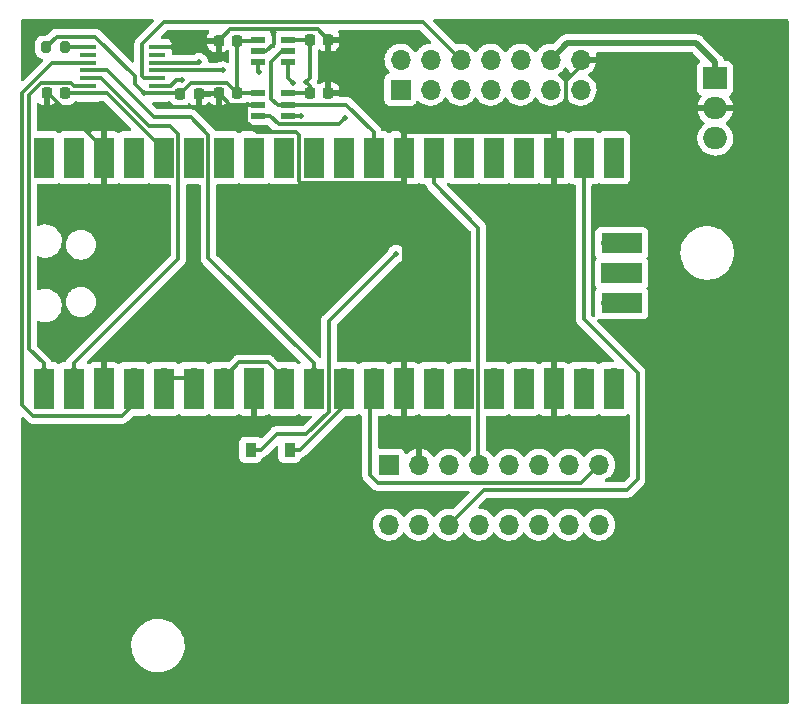
<source format=gtl>
G04 #@! TF.GenerationSoftware,KiCad,Pcbnew,(6.0.4)*
G04 #@! TF.CreationDate,2023-05-30T12:53:04+02:00*
G04 #@! TF.ProjectId,MicroPicoDrive,4d696372-6f50-4696-936f-44726976652e,rev?*
G04 #@! TF.SameCoordinates,Original*
G04 #@! TF.FileFunction,Copper,L1,Top*
G04 #@! TF.FilePolarity,Positive*
%FSLAX46Y46*%
G04 Gerber Fmt 4.6, Leading zero omitted, Abs format (unit mm)*
G04 Created by KiCad (PCBNEW (6.0.4)) date 2023-05-30 12:53:04*
%MOMM*%
%LPD*%
G01*
G04 APERTURE LIST*
G04 Aperture macros list*
%AMRoundRect*
0 Rectangle with rounded corners*
0 $1 Rounding radius*
0 $2 $3 $4 $5 $6 $7 $8 $9 X,Y pos of 4 corners*
0 Add a 4 corners polygon primitive as box body*
4,1,4,$2,$3,$4,$5,$6,$7,$8,$9,$2,$3,0*
0 Add four circle primitives for the rounded corners*
1,1,$1+$1,$2,$3*
1,1,$1+$1,$4,$5*
1,1,$1+$1,$6,$7*
1,1,$1+$1,$8,$9*
0 Add four rect primitives between the rounded corners*
20,1,$1+$1,$2,$3,$4,$5,0*
20,1,$1+$1,$4,$5,$6,$7,0*
20,1,$1+$1,$6,$7,$8,$9,0*
20,1,$1+$1,$8,$9,$2,$3,0*%
G04 Aperture macros list end*
G04 #@! TA.AperFunction,SMDPad,CuDef*
%ADD10RoundRect,0.225000X0.225000X0.250000X-0.225000X0.250000X-0.225000X-0.250000X0.225000X-0.250000X0*%
G04 #@! TD*
G04 #@! TA.AperFunction,SMDPad,CuDef*
%ADD11RoundRect,0.225000X-0.225000X-0.250000X0.225000X-0.250000X0.225000X0.250000X-0.225000X0.250000X0*%
G04 #@! TD*
G04 #@! TA.AperFunction,SMDPad,CuDef*
%ADD12R,1.200000X0.600000*%
G04 #@! TD*
G04 #@! TA.AperFunction,SMDPad,CuDef*
%ADD13R,0.900000X1.200000*%
G04 #@! TD*
G04 #@! TA.AperFunction,ComponentPad*
%ADD14O,1.700000X1.700000*%
G04 #@! TD*
G04 #@! TA.AperFunction,SMDPad,CuDef*
%ADD15R,1.700000X3.500000*%
G04 #@! TD*
G04 #@! TA.AperFunction,ComponentPad*
%ADD16R,1.700000X1.700000*%
G04 #@! TD*
G04 #@! TA.AperFunction,SMDPad,CuDef*
%ADD17R,3.500000X1.700000*%
G04 #@! TD*
G04 #@! TA.AperFunction,ComponentPad*
%ADD18R,2.000000X1.905000*%
G04 #@! TD*
G04 #@! TA.AperFunction,ComponentPad*
%ADD19O,2.000000X1.905000*%
G04 #@! TD*
G04 #@! TA.AperFunction,SMDPad,CuDef*
%ADD20R,1.475000X0.450000*%
G04 #@! TD*
G04 #@! TA.AperFunction,SMDPad,CuDef*
%ADD21RoundRect,0.200000X0.200000X0.275000X-0.200000X0.275000X-0.200000X-0.275000X0.200000X-0.275000X0*%
G04 #@! TD*
G04 #@! TA.AperFunction,ViaPad*
%ADD22C,0.500000*%
G04 #@! TD*
G04 #@! TA.AperFunction,Conductor*
%ADD23C,0.300000*%
G04 #@! TD*
G04 #@! TA.AperFunction,Conductor*
%ADD24C,0.400000*%
G04 #@! TD*
G04 #@! TA.AperFunction,Conductor*
%ADD25C,0.500000*%
G04 #@! TD*
G04 APERTURE END LIST*
D10*
X133025000Y-78950000D03*
X131475000Y-78950000D03*
D11*
X139175000Y-74400000D03*
X140725000Y-74400000D03*
D12*
X134825000Y-74425000D03*
X134825000Y-75375000D03*
X134825000Y-76325000D03*
X137325000Y-76325000D03*
X137325000Y-75375000D03*
X137325000Y-74425000D03*
D10*
X133000000Y-74475000D03*
X131450000Y-74475000D03*
D13*
X134165000Y-109125000D03*
X137465000Y-109125000D03*
D11*
X139175000Y-78950000D03*
X140725000Y-78950000D03*
D14*
X116635000Y-103065000D03*
D15*
X116635000Y-103965000D03*
D14*
X119175000Y-103065000D03*
D15*
X119175000Y-103965000D03*
D16*
X121715000Y-103065000D03*
D15*
X121715000Y-103965000D03*
D14*
X124255000Y-103065000D03*
D15*
X124255000Y-103965000D03*
D14*
X126795000Y-103065000D03*
D15*
X126795000Y-103965000D03*
D14*
X129335000Y-103065000D03*
D15*
X129335000Y-103965000D03*
D14*
X131875000Y-103065000D03*
D15*
X131875000Y-103965000D03*
D16*
X134415000Y-103065000D03*
D15*
X134415000Y-103965000D03*
D14*
X136955000Y-103065000D03*
D15*
X136955000Y-103965000D03*
D14*
X139495000Y-103065000D03*
D15*
X139495000Y-103965000D03*
D14*
X142035000Y-103065000D03*
D15*
X142035000Y-103965000D03*
X144575000Y-103965000D03*
D14*
X144575000Y-103065000D03*
D16*
X147115000Y-103065000D03*
D15*
X147115000Y-103965000D03*
D14*
X149655000Y-103065000D03*
D15*
X149655000Y-103965000D03*
X152195000Y-103965000D03*
D14*
X152195000Y-103065000D03*
D15*
X154735000Y-103965000D03*
D14*
X154735000Y-103065000D03*
X157275000Y-103065000D03*
D15*
X157275000Y-103965000D03*
D16*
X159815000Y-103065000D03*
D15*
X159815000Y-103965000D03*
X162355000Y-103965000D03*
D14*
X162355000Y-103065000D03*
D15*
X164895000Y-103965000D03*
D14*
X164895000Y-103065000D03*
X164895000Y-85285000D03*
D15*
X164895000Y-84385000D03*
X162355000Y-84385000D03*
D14*
X162355000Y-85285000D03*
D16*
X159815000Y-85285000D03*
D15*
X159815000Y-84385000D03*
D14*
X157275000Y-85285000D03*
D15*
X157275000Y-84385000D03*
D14*
X154735000Y-85285000D03*
D15*
X154735000Y-84385000D03*
D14*
X152195000Y-85285000D03*
D15*
X152195000Y-84385000D03*
D14*
X149655000Y-85285000D03*
D15*
X149655000Y-84385000D03*
D16*
X147115000Y-85285000D03*
D15*
X147115000Y-84385000D03*
D14*
X144575000Y-85285000D03*
D15*
X144575000Y-84385000D03*
D14*
X142035000Y-85285000D03*
D15*
X142035000Y-84385000D03*
X139495000Y-84385000D03*
D14*
X139495000Y-85285000D03*
X136955000Y-85285000D03*
D15*
X136955000Y-84385000D03*
D16*
X134415000Y-85285000D03*
D15*
X134415000Y-84385000D03*
X131875000Y-84385000D03*
D14*
X131875000Y-85285000D03*
D15*
X129335000Y-84385000D03*
D14*
X129335000Y-85285000D03*
D15*
X126795000Y-84385000D03*
D14*
X126795000Y-85285000D03*
X124255000Y-85285000D03*
D15*
X124255000Y-84385000D03*
X121715000Y-84385000D03*
D16*
X121715000Y-85285000D03*
D15*
X119175000Y-84385000D03*
D14*
X119175000Y-85285000D03*
X116635000Y-85285000D03*
D15*
X116635000Y-84385000D03*
D14*
X164665000Y-96715000D03*
D17*
X165565000Y-96715000D03*
D16*
X164665000Y-94175000D03*
D17*
X165565000Y-94175000D03*
D14*
X164665000Y-91635000D03*
D17*
X165565000Y-91635000D03*
D12*
X134825000Y-78950000D03*
X134825000Y-79900000D03*
X134825000Y-80850000D03*
X137325000Y-80850000D03*
X137325000Y-79900000D03*
X137325000Y-78950000D03*
D16*
X146850000Y-78625000D03*
D14*
X146850000Y-76085000D03*
X149390000Y-78625000D03*
X149390000Y-76085000D03*
X151930000Y-78625000D03*
X151930000Y-76085000D03*
X154470000Y-78625000D03*
X154470000Y-76085000D03*
X157010000Y-78625000D03*
X157010000Y-76085000D03*
X159550000Y-78625000D03*
X159550000Y-76085000D03*
X162090000Y-78625000D03*
X162090000Y-76085000D03*
D11*
X128200000Y-78975000D03*
X129750000Y-78975000D03*
D18*
X173495000Y-77660000D03*
D19*
X173495000Y-80200000D03*
X173495000Y-82740000D03*
D10*
X118460000Y-78950000D03*
X116910000Y-78950000D03*
D16*
X145875000Y-110375000D03*
D14*
X145875000Y-115455000D03*
X148415000Y-110375000D03*
X148415000Y-115455000D03*
X150955000Y-110375000D03*
X150955000Y-115455000D03*
X153495000Y-110375000D03*
X153495000Y-115455000D03*
X156035000Y-110375000D03*
X156035000Y-115455000D03*
X158575000Y-110375000D03*
X158575000Y-115455000D03*
X161115000Y-110375000D03*
X161115000Y-115455000D03*
X163655000Y-110375000D03*
X163655000Y-115455000D03*
D20*
X126263000Y-78950000D03*
X126263000Y-78300000D03*
X126263000Y-77650000D03*
X126263000Y-77000000D03*
X126263000Y-76350000D03*
X126263000Y-75700000D03*
X126263000Y-75050000D03*
X120387000Y-75050000D03*
X120387000Y-75700000D03*
X120387000Y-76350000D03*
X120387000Y-77000000D03*
X120387000Y-77650000D03*
X120387000Y-78300000D03*
X120387000Y-78950000D03*
D21*
X118485000Y-75025000D03*
X116835000Y-75025000D03*
D22*
X125100000Y-78900000D03*
X123100000Y-73450000D03*
X139675000Y-91650000D03*
X155100000Y-95200000D03*
X152050000Y-94575000D03*
X138850000Y-77975000D03*
X146477400Y-92518000D03*
X142142400Y-81035500D03*
X138430300Y-80850000D03*
X134864600Y-77132400D03*
X137761900Y-78059500D03*
X128328000Y-77833600D03*
X131779300Y-77000000D03*
X129804000Y-76303500D03*
D23*
X126263000Y-78950000D02*
X125150000Y-78950000D01*
X126263000Y-78950000D02*
X128175000Y-78950000D01*
X128187500Y-78962500D02*
X128200000Y-78975000D01*
X117728700Y-74131300D02*
X116835000Y-75025000D01*
X132122200Y-78047200D02*
X133025000Y-78950000D01*
X133000000Y-74475000D02*
X133549000Y-74475000D01*
X133549000Y-74475000D02*
X133025000Y-74475000D01*
X124336500Y-78165100D02*
X124336500Y-77459300D01*
X129102800Y-78047200D02*
X132122200Y-78047200D01*
X125121400Y-78950000D02*
X124336500Y-78165100D01*
X128187500Y-78962500D02*
X129102800Y-78047200D01*
X126263000Y-78950000D02*
X125121400Y-78950000D01*
X133025000Y-74475000D02*
X133025000Y-78950000D01*
X134775000Y-74475000D02*
X134825000Y-74425000D01*
X124336500Y-77459300D02*
X121008500Y-74131300D01*
X133549000Y-74475000D02*
X134775000Y-74475000D01*
X133025000Y-78950000D02*
X134825000Y-78950000D01*
X125150000Y-78950000D02*
X125100000Y-78900000D01*
X128175000Y-78950000D02*
X128187500Y-78962500D01*
X121008500Y-74131300D02*
X117728700Y-74131300D01*
X136125000Y-74750000D02*
X135500000Y-75375000D01*
X159815000Y-85285000D02*
X159815000Y-82230900D01*
X162090000Y-76664100D02*
X160820000Y-77934100D01*
X138240800Y-86346700D02*
X138240800Y-82497500D01*
X143717300Y-78950000D02*
X147115000Y-82347700D01*
X147131500Y-101794400D02*
X147131500Y-86555600D01*
X129750000Y-78975000D02*
X131450000Y-78975000D01*
X136125000Y-73500000D02*
X136125000Y-74750000D01*
X147115000Y-82394800D02*
X147115000Y-82347700D01*
X139825000Y-73500000D02*
X140725000Y-74400000D01*
X133811000Y-79900000D02*
X134825000Y-79900000D01*
X134660900Y-82221000D02*
X133811000Y-81371100D01*
X147115000Y-85912000D02*
X147115000Y-86539100D01*
X140725000Y-74400000D02*
X140725000Y-78950000D01*
X121715000Y-83689200D02*
X116975800Y-78950000D01*
X121715000Y-85285000D02*
X121715000Y-83689200D01*
X147115000Y-86539100D02*
X138433200Y-86539100D01*
X147115000Y-103065000D02*
X147115000Y-101810900D01*
X132425000Y-73500000D02*
X139825000Y-73500000D01*
X131475000Y-78950000D02*
X132425000Y-79900000D01*
X127404600Y-75050000D02*
X127979600Y-74475000D01*
X137964300Y-82221000D02*
X134660900Y-82221000D01*
X127979600Y-74475000D02*
X131450000Y-74475000D01*
X147115000Y-85285000D02*
X147115000Y-82394800D01*
X160820000Y-77934100D02*
X160820000Y-80200000D01*
X147115000Y-101810900D02*
X147131500Y-101794400D01*
X138240800Y-82497500D02*
X137964300Y-82221000D01*
X162090000Y-76085000D02*
X162090000Y-76664100D01*
X131450000Y-78975000D02*
X131475000Y-78950000D01*
X138433200Y-86539100D02*
X138240800Y-86346700D01*
X160820000Y-81225900D02*
X159815000Y-82230900D01*
D24*
X160820000Y-80200000D02*
X173495000Y-80200000D01*
D23*
X133811000Y-81371100D02*
X133811000Y-79900000D01*
X147231800Y-82230900D02*
X159815000Y-82230900D01*
X126263000Y-75050000D02*
X127404600Y-75050000D01*
X147115000Y-85912000D02*
X147115000Y-85285000D01*
X147131500Y-86555600D02*
X147115000Y-86539100D01*
X116975800Y-78950000D02*
X116910000Y-78950000D01*
X132425000Y-79900000D02*
X133811000Y-79900000D01*
X159815000Y-85285000D02*
X159815000Y-103065000D01*
X147115000Y-82347700D02*
X147231800Y-82230900D01*
X140725000Y-78950000D02*
X143717300Y-78950000D01*
X160820000Y-80200000D02*
X160820000Y-81225900D01*
X131450000Y-74475000D02*
X132425000Y-73500000D01*
X135500000Y-75375000D02*
X134825000Y-75375000D01*
X139175000Y-78950000D02*
X138701900Y-78950000D01*
X121998800Y-78950000D02*
X126795000Y-83746200D01*
X139175000Y-74400000D02*
X139175000Y-77650000D01*
X137350000Y-74400000D02*
X137325000Y-74425000D01*
X138701900Y-78950000D02*
X137325000Y-78950000D01*
X139175000Y-78476900D02*
X139175000Y-78300000D01*
X139175000Y-78300000D02*
X138850000Y-77975000D01*
X139175000Y-74400000D02*
X137350000Y-74400000D01*
X121528600Y-78950000D02*
X121998800Y-78950000D01*
X120387000Y-78950000D02*
X121528600Y-78950000D01*
X126795000Y-83746200D02*
X126795000Y-85285000D01*
X120387000Y-78950000D02*
X118460000Y-78950000D01*
X139175000Y-77650000D02*
X138850000Y-77975000D01*
X146477400Y-92518000D02*
X140780800Y-98214600D01*
X135019100Y-109125000D02*
X134165000Y-109125000D01*
X136369100Y-107775000D02*
X135019100Y-109125000D01*
X140780800Y-98214600D02*
X140780800Y-105879600D01*
X138885400Y-107775000D02*
X136369100Y-107775000D01*
X140780800Y-105879600D02*
X138885400Y-107775000D01*
X142035000Y-103065000D02*
X142035000Y-105409100D01*
X138319100Y-109125000D02*
X137465000Y-109125000D01*
X142035000Y-105409100D02*
X138319100Y-109125000D01*
X136533200Y-81554100D02*
X135829100Y-80850000D01*
X142142400Y-81035500D02*
X141623800Y-81554100D01*
X134825000Y-80850000D02*
X135829100Y-80850000D01*
X141623800Y-81554100D02*
X136533200Y-81554100D01*
X138329100Y-80850000D02*
X138430300Y-80850000D01*
X129320000Y-103050000D02*
X126810000Y-103050000D01*
X126810000Y-103050000D02*
X126795000Y-103065000D01*
X137325000Y-80850000D02*
X138329100Y-80850000D01*
X129335000Y-103065000D02*
X129320000Y-103050000D01*
X136450000Y-79900000D02*
X135925000Y-79375000D01*
X144575000Y-82230900D02*
X142244100Y-79900000D01*
X142244100Y-79900000D02*
X137325000Y-79900000D01*
X144575000Y-85285000D02*
X144575000Y-82230900D01*
X135925000Y-76253100D02*
X136803100Y-75375000D01*
X137325000Y-79900000D02*
X136450000Y-79900000D01*
X136803100Y-75375000D02*
X137325000Y-75375000D01*
X135925000Y-79375000D02*
X135925000Y-76253100D01*
X134825000Y-77092800D02*
X134864600Y-77132400D01*
X134825000Y-76325000D02*
X134825000Y-77092800D01*
X137325000Y-76325000D02*
X137325000Y-77622600D01*
X136955000Y-103065000D02*
X135615000Y-101725000D01*
X133215000Y-101725000D02*
X131875000Y-103065000D01*
X137325000Y-77622600D02*
X137761900Y-78059500D01*
X135615000Y-101725000D02*
X133215000Y-101725000D01*
X126263000Y-78300000D02*
X127404600Y-78300000D01*
X127404600Y-78300000D02*
X127871000Y-77833600D01*
X127871000Y-77833600D02*
X128328000Y-77833600D01*
X124975000Y-74784700D02*
X126823400Y-72936300D01*
X124975000Y-77481522D02*
X124975000Y-74784700D01*
X148781300Y-72936300D02*
X151930000Y-76085000D01*
X126263000Y-77650000D02*
X125143478Y-77650000D01*
X126823400Y-72936300D02*
X148781300Y-72936300D01*
X125143478Y-77650000D02*
X124975000Y-77481522D01*
X126263000Y-77000000D02*
X131779300Y-77000000D01*
X126263000Y-76350000D02*
X129757500Y-76350000D01*
X129757500Y-76350000D02*
X129804000Y-76303500D01*
X120387000Y-75050000D02*
X118510000Y-75050000D01*
X118510000Y-75050000D02*
X118485000Y-75025000D01*
X120387000Y-76350000D02*
X117356600Y-76350000D01*
X117356600Y-76350000D02*
X114825200Y-78881400D01*
X114825200Y-78881400D02*
X114825200Y-105335300D01*
X114825200Y-105335300D02*
X115739900Y-106250000D01*
X123250000Y-106250000D02*
X124255000Y-105245000D01*
X124255000Y-105245000D02*
X124255000Y-103065000D01*
X115739900Y-106250000D02*
X123250000Y-106250000D01*
X122018800Y-77000000D02*
X125976400Y-80957600D01*
X139495000Y-103065000D02*
X139495000Y-101810900D01*
X130589200Y-82432200D02*
X130589200Y-92905100D01*
X120387000Y-77000000D02*
X122018800Y-77000000D01*
X130589200Y-92905100D02*
X139495000Y-101810900D01*
X129114600Y-80957600D02*
X130589200Y-82432200D01*
X125976400Y-80957600D02*
X129114600Y-80957600D01*
X120387000Y-77650000D02*
X121528600Y-77650000D01*
X128049200Y-92936700D02*
X119175000Y-101810900D01*
X128049200Y-82398100D02*
X128049200Y-92936700D01*
X125553900Y-81675300D02*
X127326400Y-81675300D01*
X119175000Y-103065000D02*
X119175000Y-101810900D01*
X127326400Y-81675300D02*
X128049200Y-82398100D01*
X121528600Y-77650000D02*
X125553900Y-81675300D01*
X115380900Y-100556800D02*
X116635000Y-101810900D01*
X119245400Y-78300000D02*
X118984200Y-78038800D01*
X115380900Y-79109400D02*
X115380900Y-100556800D01*
X116451500Y-78038800D02*
X115380900Y-79109400D01*
X120387000Y-78300000D02*
X119245400Y-78300000D01*
X116635000Y-103065000D02*
X116635000Y-101810900D01*
X118984200Y-78038800D02*
X116451500Y-78038800D01*
D25*
X173495000Y-76303400D02*
X173495000Y-77660000D01*
X159550000Y-76085000D02*
X160935000Y-74700000D01*
X160935000Y-74700000D02*
X171891600Y-74700000D01*
X171891600Y-74700000D02*
X173495000Y-76303400D01*
D23*
X150955000Y-115455000D02*
X153885000Y-112525000D01*
X166925000Y-111625000D02*
X166925000Y-102587978D01*
X166925000Y-102587978D02*
X162355000Y-98017978D01*
X166025000Y-112525000D02*
X166925000Y-111625000D01*
X153885000Y-112525000D02*
X166025000Y-112525000D01*
X162355000Y-98017978D02*
X162355000Y-85285000D01*
X149655000Y-86539100D02*
X149655000Y-85285000D01*
X153450000Y-90334100D02*
X149655000Y-86539100D01*
X153450000Y-110330000D02*
X153450000Y-90334100D01*
X153495000Y-110375000D02*
X153450000Y-110330000D01*
X144275000Y-111282022D02*
X144275000Y-103365000D01*
X144275000Y-103365000D02*
X144575000Y-103065000D01*
X144917978Y-111925000D02*
X144275000Y-111282022D01*
X163655000Y-110375000D02*
X162105000Y-111925000D01*
X162105000Y-111925000D02*
X144917978Y-111925000D01*
G04 #@! TA.AperFunction,Conductor*
G36*
X179648621Y-72678502D02*
G01*
X179695114Y-72732158D01*
X179706500Y-72784500D01*
X179706500Y-130515500D01*
X179686498Y-130583621D01*
X179632842Y-130630114D01*
X179580500Y-130641500D01*
X114849500Y-130641500D01*
X114781379Y-130621498D01*
X114734886Y-130567842D01*
X114723500Y-130515500D01*
X114723500Y-125747404D01*
X124051941Y-125747404D01*
X124078091Y-126046292D01*
X124079001Y-126050364D01*
X124079002Y-126050369D01*
X124142628Y-126335016D01*
X124143540Y-126339095D01*
X124247140Y-126620671D01*
X124249084Y-126624359D01*
X124249088Y-126624367D01*
X124345805Y-126807807D01*
X124387069Y-126886071D01*
X124560871Y-127130633D01*
X124765490Y-127350061D01*
X124997333Y-127540498D01*
X125252325Y-127698600D01*
X125525988Y-127821589D01*
X125700368Y-127873574D01*
X125809514Y-127906112D01*
X125809516Y-127906112D01*
X125813513Y-127907304D01*
X125817633Y-127907957D01*
X125817635Y-127907957D01*
X125936509Y-127926785D01*
X126109848Y-127954239D01*
X126152577Y-127956179D01*
X126202262Y-127958436D01*
X126202281Y-127958436D01*
X126203681Y-127958500D01*
X126391107Y-127958500D01*
X126614370Y-127943671D01*
X126618464Y-127942846D01*
X126618468Y-127942845D01*
X126759513Y-127914405D01*
X126908480Y-127884368D01*
X127192163Y-127786688D01*
X127195896Y-127784819D01*
X127195900Y-127784817D01*
X127456691Y-127654222D01*
X127456693Y-127654221D01*
X127460435Y-127652347D01*
X127708584Y-127483706D01*
X127932248Y-127283726D01*
X127934966Y-127280555D01*
X128124779Y-127059097D01*
X128124782Y-127059093D01*
X128127499Y-127055923D01*
X128129773Y-127052421D01*
X128129777Y-127052416D01*
X128288628Y-126807807D01*
X128288631Y-126807802D01*
X128290907Y-126804297D01*
X128419600Y-126533270D01*
X128511318Y-126247604D01*
X128564448Y-125952316D01*
X128578059Y-125652596D01*
X128551909Y-125353708D01*
X128507832Y-125156515D01*
X128487372Y-125064984D01*
X128487371Y-125064981D01*
X128486460Y-125060905D01*
X128382860Y-124779329D01*
X128380916Y-124775641D01*
X128380912Y-124775633D01*
X128244884Y-124517633D01*
X128244883Y-124517632D01*
X128242931Y-124513929D01*
X128069129Y-124269367D01*
X127864510Y-124049939D01*
X127632667Y-123859502D01*
X127377675Y-123701400D01*
X127104012Y-123578411D01*
X126890650Y-123514805D01*
X126820486Y-123493888D01*
X126820484Y-123493888D01*
X126816487Y-123492696D01*
X126812367Y-123492043D01*
X126812365Y-123492043D01*
X126693491Y-123473215D01*
X126520152Y-123445761D01*
X126477423Y-123443821D01*
X126427738Y-123441564D01*
X126427719Y-123441564D01*
X126426319Y-123441500D01*
X126238893Y-123441500D01*
X126015630Y-123456329D01*
X126011536Y-123457154D01*
X126011532Y-123457155D01*
X125870487Y-123485595D01*
X125721520Y-123515632D01*
X125437837Y-123613312D01*
X125434104Y-123615181D01*
X125434100Y-123615183D01*
X125173309Y-123745778D01*
X125169565Y-123747653D01*
X124921416Y-123916294D01*
X124697752Y-124116274D01*
X124695035Y-124119444D01*
X124695034Y-124119445D01*
X124569155Y-124266311D01*
X124502501Y-124344077D01*
X124500227Y-124347579D01*
X124500223Y-124347584D01*
X124389792Y-124517633D01*
X124339093Y-124595703D01*
X124210400Y-124866730D01*
X124118682Y-125152396D01*
X124065552Y-125447684D01*
X124051941Y-125747404D01*
X114723500Y-125747404D01*
X114723500Y-106469050D01*
X114743502Y-106400929D01*
X114797158Y-106354436D01*
X114867432Y-106344332D01*
X114932012Y-106373826D01*
X114938595Y-106379955D01*
X115216245Y-106657605D01*
X115224235Y-106666385D01*
X115228484Y-106673080D01*
X115234262Y-106678506D01*
X115234263Y-106678507D01*
X115280157Y-106721604D01*
X115282999Y-106724359D01*
X115303567Y-106744927D01*
X115307070Y-106747644D01*
X115316095Y-106755352D01*
X115349767Y-106786972D01*
X115356718Y-106790793D01*
X115356719Y-106790794D01*
X115368558Y-106797303D01*
X115385082Y-106808157D01*
X115395765Y-106816443D01*
X115402032Y-106821304D01*
X115425906Y-106831635D01*
X115444436Y-106839654D01*
X115455081Y-106844869D01*
X115495563Y-106867124D01*
X115503237Y-106869094D01*
X115503244Y-106869097D01*
X115516326Y-106872455D01*
X115535034Y-106878860D01*
X115554723Y-106887380D01*
X115562549Y-106888619D01*
X115562551Y-106888620D01*
X115587059Y-106892501D01*
X115600359Y-106894608D01*
X115611970Y-106897012D01*
X115643007Y-106904981D01*
X115649035Y-106906529D01*
X115649036Y-106906529D01*
X115656712Y-106908500D01*
X115678158Y-106908500D01*
X115697868Y-106910051D01*
X115711222Y-106912166D01*
X115711223Y-106912166D01*
X115719052Y-106913406D01*
X115765041Y-106909059D01*
X115776896Y-106908500D01*
X123167944Y-106908500D01*
X123179800Y-106909059D01*
X123179803Y-106909059D01*
X123187537Y-106910788D01*
X123258369Y-106908562D01*
X123262327Y-106908500D01*
X123291432Y-106908500D01*
X123295832Y-106907944D01*
X123307664Y-106907012D01*
X123353831Y-106905562D01*
X123374421Y-106899580D01*
X123393782Y-106895570D01*
X123401408Y-106894607D01*
X123407204Y-106893875D01*
X123407205Y-106893875D01*
X123415064Y-106892882D01*
X123422429Y-106889966D01*
X123422433Y-106889965D01*
X123458021Y-106875874D01*
X123469231Y-106872035D01*
X123513600Y-106859145D01*
X123532065Y-106848225D01*
X123549805Y-106839534D01*
X123569756Y-106831635D01*
X123607129Y-106804482D01*
X123617048Y-106797967D01*
X123649977Y-106778493D01*
X123649981Y-106778490D01*
X123656807Y-106774453D01*
X123671971Y-106759289D01*
X123687005Y-106746448D01*
X123704357Y-106733841D01*
X123733803Y-106698247D01*
X123741792Y-106689468D01*
X124170855Y-106260405D01*
X124233167Y-106226379D01*
X124259950Y-106223500D01*
X125153134Y-106223500D01*
X125215316Y-106216745D01*
X125351705Y-106165615D01*
X125449436Y-106092370D01*
X125515941Y-106067522D01*
X125585324Y-106082575D01*
X125600562Y-106092368D01*
X125698295Y-106165615D01*
X125834684Y-106216745D01*
X125896866Y-106223500D01*
X127693134Y-106223500D01*
X127755316Y-106216745D01*
X127891705Y-106165615D01*
X127989436Y-106092370D01*
X128055941Y-106067522D01*
X128125324Y-106082575D01*
X128140562Y-106092368D01*
X128238295Y-106165615D01*
X128374684Y-106216745D01*
X128436866Y-106223500D01*
X130233134Y-106223500D01*
X130295316Y-106216745D01*
X130431705Y-106165615D01*
X130529436Y-106092370D01*
X130595941Y-106067522D01*
X130665324Y-106082575D01*
X130680562Y-106092368D01*
X130778295Y-106165615D01*
X130914684Y-106216745D01*
X130976866Y-106223500D01*
X132773134Y-106223500D01*
X132835316Y-106216745D01*
X132971705Y-106165615D01*
X133058005Y-106100937D01*
X133069852Y-106092058D01*
X133136358Y-106067210D01*
X133205741Y-106082263D01*
X133220982Y-106092058D01*
X133311351Y-106159786D01*
X133326946Y-106168324D01*
X133447394Y-106213478D01*
X133462649Y-106217105D01*
X133513514Y-106222631D01*
X133520328Y-106223000D01*
X134142885Y-106223000D01*
X134158124Y-106218525D01*
X134159329Y-106217135D01*
X134161000Y-106209452D01*
X134161000Y-102509500D01*
X134181002Y-102441379D01*
X134234658Y-102394886D01*
X134287000Y-102383500D01*
X134543000Y-102383500D01*
X134611121Y-102403502D01*
X134657614Y-102457158D01*
X134669000Y-102509500D01*
X134669000Y-106204884D01*
X134673475Y-106220123D01*
X134674865Y-106221328D01*
X134682548Y-106222999D01*
X135309669Y-106222999D01*
X135316490Y-106222629D01*
X135367352Y-106217105D01*
X135382604Y-106213479D01*
X135503054Y-106168324D01*
X135518649Y-106159786D01*
X135609018Y-106092058D01*
X135675525Y-106067210D01*
X135744907Y-106082263D01*
X135760148Y-106092058D01*
X135771995Y-106100937D01*
X135858295Y-106165615D01*
X135994684Y-106216745D01*
X136056866Y-106223500D01*
X137853134Y-106223500D01*
X137915316Y-106216745D01*
X138051705Y-106165615D01*
X138149436Y-106092370D01*
X138215941Y-106067522D01*
X138285324Y-106082575D01*
X138300562Y-106092368D01*
X138398295Y-106165615D01*
X138534684Y-106216745D01*
X138596866Y-106223500D01*
X139201450Y-106223500D01*
X139269571Y-106243502D01*
X139316064Y-106297158D01*
X139326168Y-106367432D01*
X139296674Y-106432012D01*
X139290548Y-106438593D01*
X138969851Y-106759289D01*
X138649544Y-107079596D01*
X138587232Y-107113621D01*
X138560449Y-107116500D01*
X136451156Y-107116500D01*
X136439300Y-107115941D01*
X136439297Y-107115941D01*
X136431563Y-107114212D01*
X136376546Y-107115941D01*
X136360731Y-107116438D01*
X136356773Y-107116500D01*
X136327668Y-107116500D01*
X136323268Y-107117056D01*
X136311436Y-107117988D01*
X136265269Y-107119438D01*
X136244679Y-107125420D01*
X136225318Y-107129430D01*
X136218330Y-107130312D01*
X136211896Y-107131125D01*
X136211895Y-107131125D01*
X136204036Y-107132118D01*
X136196671Y-107135034D01*
X136196667Y-107135035D01*
X136161079Y-107149126D01*
X136149869Y-107152965D01*
X136105500Y-107165855D01*
X136087043Y-107176771D01*
X136069293Y-107185466D01*
X136049344Y-107193365D01*
X136042933Y-107198023D01*
X136042931Y-107198024D01*
X136011964Y-107220523D01*
X136002046Y-107227038D01*
X135962293Y-107250548D01*
X135947132Y-107265709D01*
X135932100Y-107278548D01*
X135914743Y-107291159D01*
X135887017Y-107324675D01*
X135885298Y-107326752D01*
X135877308Y-107335533D01*
X135097141Y-108115699D01*
X135034829Y-108149724D01*
X134964013Y-108144659D01*
X134932481Y-108127429D01*
X134916830Y-108115699D01*
X134861705Y-108074385D01*
X134725316Y-108023255D01*
X134663134Y-108016500D01*
X133666866Y-108016500D01*
X133604684Y-108023255D01*
X133468295Y-108074385D01*
X133351739Y-108161739D01*
X133264385Y-108278295D01*
X133213255Y-108414684D01*
X133206500Y-108476866D01*
X133206500Y-109773134D01*
X133213255Y-109835316D01*
X133264385Y-109971705D01*
X133351739Y-110088261D01*
X133468295Y-110175615D01*
X133604684Y-110226745D01*
X133666866Y-110233500D01*
X134663134Y-110233500D01*
X134725316Y-110226745D01*
X134861705Y-110175615D01*
X134978261Y-110088261D01*
X135065615Y-109971705D01*
X135115057Y-109839819D01*
X135157698Y-109783054D01*
X135186653Y-109766897D01*
X135210315Y-109757528D01*
X135227126Y-109750872D01*
X135238331Y-109747035D01*
X135282700Y-109734145D01*
X135301165Y-109723225D01*
X135318905Y-109714534D01*
X135338856Y-109706635D01*
X135376229Y-109679482D01*
X135386148Y-109672967D01*
X135419077Y-109653493D01*
X135419081Y-109653490D01*
X135425907Y-109649453D01*
X135441071Y-109634289D01*
X135456105Y-109621448D01*
X135467043Y-109613501D01*
X135473457Y-109608841D01*
X135502903Y-109573247D01*
X135510881Y-109564479D01*
X136291407Y-108783953D01*
X136353717Y-108749929D01*
X136424532Y-108754993D01*
X136481368Y-108797540D01*
X136506179Y-108864060D01*
X136506500Y-108873049D01*
X136506500Y-109773134D01*
X136513255Y-109835316D01*
X136564385Y-109971705D01*
X136651739Y-110088261D01*
X136768295Y-110175615D01*
X136904684Y-110226745D01*
X136966866Y-110233500D01*
X137963134Y-110233500D01*
X138025316Y-110226745D01*
X138161705Y-110175615D01*
X138278261Y-110088261D01*
X138365615Y-109971705D01*
X138415057Y-109839819D01*
X138457698Y-109783054D01*
X138486653Y-109766897D01*
X138510315Y-109757528D01*
X138527126Y-109750872D01*
X138538331Y-109747035D01*
X138582700Y-109734145D01*
X138601165Y-109723225D01*
X138618905Y-109714534D01*
X138638856Y-109706635D01*
X138676229Y-109679482D01*
X138686148Y-109672967D01*
X138719077Y-109653493D01*
X138719081Y-109653490D01*
X138725907Y-109649453D01*
X138741071Y-109634289D01*
X138756105Y-109621448D01*
X138767043Y-109613501D01*
X138773457Y-109608841D01*
X138802903Y-109573247D01*
X138810892Y-109564468D01*
X142114955Y-106260405D01*
X142177267Y-106226379D01*
X142204050Y-106223500D01*
X142933134Y-106223500D01*
X142995316Y-106216745D01*
X143131705Y-106165615D01*
X143229436Y-106092370D01*
X143295941Y-106067522D01*
X143365324Y-106082575D01*
X143380562Y-106092368D01*
X143478295Y-106165615D01*
X143486703Y-106168767D01*
X143534730Y-106186772D01*
X143591495Y-106229414D01*
X143616194Y-106295976D01*
X143616500Y-106304754D01*
X143616500Y-111199966D01*
X143615941Y-111211822D01*
X143614212Y-111219559D01*
X143614461Y-111227481D01*
X143616438Y-111290391D01*
X143616500Y-111294349D01*
X143616500Y-111323454D01*
X143617056Y-111327854D01*
X143617988Y-111339686D01*
X143619438Y-111385853D01*
X143621650Y-111393466D01*
X143621650Y-111393467D01*
X143625419Y-111406438D01*
X143629430Y-111425804D01*
X143632118Y-111447086D01*
X143635034Y-111454451D01*
X143635035Y-111454455D01*
X143649126Y-111490043D01*
X143652965Y-111501253D01*
X143665855Y-111545622D01*
X143676775Y-111564087D01*
X143685466Y-111581827D01*
X143693365Y-111601778D01*
X143720516Y-111639148D01*
X143727033Y-111649070D01*
X143746507Y-111681999D01*
X143746510Y-111682003D01*
X143750547Y-111688829D01*
X143765711Y-111703993D01*
X143778551Y-111719026D01*
X143791159Y-111736379D01*
X143811149Y-111752916D01*
X143826752Y-111765824D01*
X143835532Y-111773814D01*
X144394323Y-112332605D01*
X144402313Y-112341385D01*
X144406562Y-112348080D01*
X144412340Y-112353506D01*
X144412341Y-112353507D01*
X144458235Y-112396604D01*
X144461077Y-112399359D01*
X144481645Y-112419927D01*
X144485148Y-112422644D01*
X144494173Y-112430352D01*
X144527845Y-112461972D01*
X144534796Y-112465793D01*
X144534797Y-112465794D01*
X144546636Y-112472303D01*
X144563160Y-112483157D01*
X144573843Y-112491443D01*
X144580110Y-112496304D01*
X144587385Y-112499452D01*
X144622514Y-112514654D01*
X144633159Y-112519869D01*
X144673641Y-112542124D01*
X144681315Y-112544094D01*
X144681322Y-112544097D01*
X144694404Y-112547455D01*
X144713112Y-112553860D01*
X144732801Y-112562380D01*
X144740627Y-112563619D01*
X144740629Y-112563620D01*
X144765137Y-112567501D01*
X144778437Y-112569608D01*
X144790048Y-112572012D01*
X144821085Y-112579981D01*
X144827113Y-112581529D01*
X144827114Y-112581529D01*
X144834790Y-112583500D01*
X144856236Y-112583500D01*
X144875946Y-112585051D01*
X144889300Y-112587166D01*
X144889301Y-112587166D01*
X144897130Y-112588406D01*
X144943119Y-112584059D01*
X144954974Y-112583500D01*
X152591050Y-112583500D01*
X152659171Y-112603502D01*
X152705664Y-112657158D01*
X152715768Y-112727432D01*
X152686274Y-112792012D01*
X152680145Y-112798595D01*
X151382335Y-114096405D01*
X151320023Y-114130431D01*
X151271145Y-114131357D01*
X151223971Y-114122954D01*
X151088373Y-114098800D01*
X151088367Y-114098799D01*
X151083284Y-114097894D01*
X151009452Y-114096992D01*
X150865081Y-114095228D01*
X150865079Y-114095228D01*
X150859911Y-114095165D01*
X150639091Y-114128955D01*
X150426756Y-114198357D01*
X150228607Y-114301507D01*
X150224474Y-114304610D01*
X150224471Y-114304612D01*
X150200247Y-114322800D01*
X150049965Y-114435635D01*
X149895629Y-114597138D01*
X149788201Y-114754621D01*
X149733293Y-114799621D01*
X149662768Y-114807792D01*
X149599021Y-114776538D01*
X149578324Y-114752054D01*
X149497822Y-114627617D01*
X149497820Y-114627614D01*
X149495014Y-114623277D01*
X149344670Y-114458051D01*
X149340619Y-114454852D01*
X149340615Y-114454848D01*
X149173414Y-114322800D01*
X149173410Y-114322798D01*
X149169359Y-114319598D01*
X148973789Y-114211638D01*
X148968920Y-114209914D01*
X148968916Y-114209912D01*
X148768087Y-114138795D01*
X148768083Y-114138794D01*
X148763212Y-114137069D01*
X148758119Y-114136162D01*
X148758116Y-114136161D01*
X148548373Y-114098800D01*
X148548367Y-114098799D01*
X148543284Y-114097894D01*
X148469452Y-114096992D01*
X148325081Y-114095228D01*
X148325079Y-114095228D01*
X148319911Y-114095165D01*
X148099091Y-114128955D01*
X147886756Y-114198357D01*
X147688607Y-114301507D01*
X147684474Y-114304610D01*
X147684471Y-114304612D01*
X147660247Y-114322800D01*
X147509965Y-114435635D01*
X147355629Y-114597138D01*
X147248201Y-114754621D01*
X147193293Y-114799621D01*
X147122768Y-114807792D01*
X147059021Y-114776538D01*
X147038324Y-114752054D01*
X146957822Y-114627617D01*
X146957820Y-114627614D01*
X146955014Y-114623277D01*
X146804670Y-114458051D01*
X146800619Y-114454852D01*
X146800615Y-114454848D01*
X146633414Y-114322800D01*
X146633410Y-114322798D01*
X146629359Y-114319598D01*
X146433789Y-114211638D01*
X146428920Y-114209914D01*
X146428916Y-114209912D01*
X146228087Y-114138795D01*
X146228083Y-114138794D01*
X146223212Y-114137069D01*
X146218119Y-114136162D01*
X146218116Y-114136161D01*
X146008373Y-114098800D01*
X146008367Y-114098799D01*
X146003284Y-114097894D01*
X145929452Y-114096992D01*
X145785081Y-114095228D01*
X145785079Y-114095228D01*
X145779911Y-114095165D01*
X145559091Y-114128955D01*
X145346756Y-114198357D01*
X145148607Y-114301507D01*
X145144474Y-114304610D01*
X145144471Y-114304612D01*
X145120247Y-114322800D01*
X144969965Y-114435635D01*
X144815629Y-114597138D01*
X144689743Y-114781680D01*
X144595688Y-114984305D01*
X144535989Y-115199570D01*
X144512251Y-115421695D01*
X144512548Y-115426848D01*
X144512548Y-115426851D01*
X144518011Y-115521590D01*
X144525110Y-115644715D01*
X144526247Y-115649761D01*
X144526248Y-115649767D01*
X144546119Y-115737939D01*
X144574222Y-115862639D01*
X144658266Y-116069616D01*
X144709019Y-116152438D01*
X144772291Y-116255688D01*
X144774987Y-116260088D01*
X144921250Y-116428938D01*
X145093126Y-116571632D01*
X145286000Y-116684338D01*
X145494692Y-116764030D01*
X145499760Y-116765061D01*
X145499763Y-116765062D01*
X145607017Y-116786883D01*
X145713597Y-116808567D01*
X145718772Y-116808757D01*
X145718774Y-116808757D01*
X145931673Y-116816564D01*
X145931677Y-116816564D01*
X145936837Y-116816753D01*
X145941957Y-116816097D01*
X145941959Y-116816097D01*
X146153288Y-116789025D01*
X146153289Y-116789025D01*
X146158416Y-116788368D01*
X146163366Y-116786883D01*
X146367429Y-116725661D01*
X146367434Y-116725659D01*
X146372384Y-116724174D01*
X146572994Y-116625896D01*
X146754860Y-116496173D01*
X146913096Y-116338489D01*
X146972594Y-116255689D01*
X147043453Y-116157077D01*
X147044776Y-116158028D01*
X147091645Y-116114857D01*
X147161580Y-116102625D01*
X147227026Y-116130144D01*
X147254875Y-116161994D01*
X147314987Y-116260088D01*
X147461250Y-116428938D01*
X147633126Y-116571632D01*
X147826000Y-116684338D01*
X148034692Y-116764030D01*
X148039760Y-116765061D01*
X148039763Y-116765062D01*
X148147017Y-116786883D01*
X148253597Y-116808567D01*
X148258772Y-116808757D01*
X148258774Y-116808757D01*
X148471673Y-116816564D01*
X148471677Y-116816564D01*
X148476837Y-116816753D01*
X148481957Y-116816097D01*
X148481959Y-116816097D01*
X148693288Y-116789025D01*
X148693289Y-116789025D01*
X148698416Y-116788368D01*
X148703366Y-116786883D01*
X148907429Y-116725661D01*
X148907434Y-116725659D01*
X148912384Y-116724174D01*
X149112994Y-116625896D01*
X149294860Y-116496173D01*
X149453096Y-116338489D01*
X149512594Y-116255689D01*
X149583453Y-116157077D01*
X149584776Y-116158028D01*
X149631645Y-116114857D01*
X149701580Y-116102625D01*
X149767026Y-116130144D01*
X149794875Y-116161994D01*
X149854987Y-116260088D01*
X150001250Y-116428938D01*
X150173126Y-116571632D01*
X150366000Y-116684338D01*
X150574692Y-116764030D01*
X150579760Y-116765061D01*
X150579763Y-116765062D01*
X150687017Y-116786883D01*
X150793597Y-116808567D01*
X150798772Y-116808757D01*
X150798774Y-116808757D01*
X151011673Y-116816564D01*
X151011677Y-116816564D01*
X151016837Y-116816753D01*
X151021957Y-116816097D01*
X151021959Y-116816097D01*
X151233288Y-116789025D01*
X151233289Y-116789025D01*
X151238416Y-116788368D01*
X151243366Y-116786883D01*
X151447429Y-116725661D01*
X151447434Y-116725659D01*
X151452384Y-116724174D01*
X151652994Y-116625896D01*
X151834860Y-116496173D01*
X151993096Y-116338489D01*
X152052594Y-116255689D01*
X152123453Y-116157077D01*
X152124776Y-116158028D01*
X152171645Y-116114857D01*
X152241580Y-116102625D01*
X152307026Y-116130144D01*
X152334875Y-116161994D01*
X152394987Y-116260088D01*
X152541250Y-116428938D01*
X152713126Y-116571632D01*
X152906000Y-116684338D01*
X153114692Y-116764030D01*
X153119760Y-116765061D01*
X153119763Y-116765062D01*
X153227017Y-116786883D01*
X153333597Y-116808567D01*
X153338772Y-116808757D01*
X153338774Y-116808757D01*
X153551673Y-116816564D01*
X153551677Y-116816564D01*
X153556837Y-116816753D01*
X153561957Y-116816097D01*
X153561959Y-116816097D01*
X153773288Y-116789025D01*
X153773289Y-116789025D01*
X153778416Y-116788368D01*
X153783366Y-116786883D01*
X153987429Y-116725661D01*
X153987434Y-116725659D01*
X153992384Y-116724174D01*
X154192994Y-116625896D01*
X154374860Y-116496173D01*
X154533096Y-116338489D01*
X154592594Y-116255689D01*
X154663453Y-116157077D01*
X154664776Y-116158028D01*
X154711645Y-116114857D01*
X154781580Y-116102625D01*
X154847026Y-116130144D01*
X154874875Y-116161994D01*
X154934987Y-116260088D01*
X155081250Y-116428938D01*
X155253126Y-116571632D01*
X155446000Y-116684338D01*
X155654692Y-116764030D01*
X155659760Y-116765061D01*
X155659763Y-116765062D01*
X155767017Y-116786883D01*
X155873597Y-116808567D01*
X155878772Y-116808757D01*
X155878774Y-116808757D01*
X156091673Y-116816564D01*
X156091677Y-116816564D01*
X156096837Y-116816753D01*
X156101957Y-116816097D01*
X156101959Y-116816097D01*
X156313288Y-116789025D01*
X156313289Y-116789025D01*
X156318416Y-116788368D01*
X156323366Y-116786883D01*
X156527429Y-116725661D01*
X156527434Y-116725659D01*
X156532384Y-116724174D01*
X156732994Y-116625896D01*
X156914860Y-116496173D01*
X157073096Y-116338489D01*
X157132594Y-116255689D01*
X157203453Y-116157077D01*
X157204776Y-116158028D01*
X157251645Y-116114857D01*
X157321580Y-116102625D01*
X157387026Y-116130144D01*
X157414875Y-116161994D01*
X157474987Y-116260088D01*
X157621250Y-116428938D01*
X157793126Y-116571632D01*
X157986000Y-116684338D01*
X158194692Y-116764030D01*
X158199760Y-116765061D01*
X158199763Y-116765062D01*
X158307017Y-116786883D01*
X158413597Y-116808567D01*
X158418772Y-116808757D01*
X158418774Y-116808757D01*
X158631673Y-116816564D01*
X158631677Y-116816564D01*
X158636837Y-116816753D01*
X158641957Y-116816097D01*
X158641959Y-116816097D01*
X158853288Y-116789025D01*
X158853289Y-116789025D01*
X158858416Y-116788368D01*
X158863366Y-116786883D01*
X159067429Y-116725661D01*
X159067434Y-116725659D01*
X159072384Y-116724174D01*
X159272994Y-116625896D01*
X159454860Y-116496173D01*
X159613096Y-116338489D01*
X159672594Y-116255689D01*
X159743453Y-116157077D01*
X159744776Y-116158028D01*
X159791645Y-116114857D01*
X159861580Y-116102625D01*
X159927026Y-116130144D01*
X159954875Y-116161994D01*
X160014987Y-116260088D01*
X160161250Y-116428938D01*
X160333126Y-116571632D01*
X160526000Y-116684338D01*
X160734692Y-116764030D01*
X160739760Y-116765061D01*
X160739763Y-116765062D01*
X160847017Y-116786883D01*
X160953597Y-116808567D01*
X160958772Y-116808757D01*
X160958774Y-116808757D01*
X161171673Y-116816564D01*
X161171677Y-116816564D01*
X161176837Y-116816753D01*
X161181957Y-116816097D01*
X161181959Y-116816097D01*
X161393288Y-116789025D01*
X161393289Y-116789025D01*
X161398416Y-116788368D01*
X161403366Y-116786883D01*
X161607429Y-116725661D01*
X161607434Y-116725659D01*
X161612384Y-116724174D01*
X161812994Y-116625896D01*
X161994860Y-116496173D01*
X162153096Y-116338489D01*
X162212594Y-116255689D01*
X162283453Y-116157077D01*
X162284776Y-116158028D01*
X162331645Y-116114857D01*
X162401580Y-116102625D01*
X162467026Y-116130144D01*
X162494875Y-116161994D01*
X162554987Y-116260088D01*
X162701250Y-116428938D01*
X162873126Y-116571632D01*
X163066000Y-116684338D01*
X163274692Y-116764030D01*
X163279760Y-116765061D01*
X163279763Y-116765062D01*
X163387017Y-116786883D01*
X163493597Y-116808567D01*
X163498772Y-116808757D01*
X163498774Y-116808757D01*
X163711673Y-116816564D01*
X163711677Y-116816564D01*
X163716837Y-116816753D01*
X163721957Y-116816097D01*
X163721959Y-116816097D01*
X163933288Y-116789025D01*
X163933289Y-116789025D01*
X163938416Y-116788368D01*
X163943366Y-116786883D01*
X164147429Y-116725661D01*
X164147434Y-116725659D01*
X164152384Y-116724174D01*
X164352994Y-116625896D01*
X164534860Y-116496173D01*
X164693096Y-116338489D01*
X164752594Y-116255689D01*
X164820435Y-116161277D01*
X164823453Y-116157077D01*
X164844320Y-116114857D01*
X164920136Y-115961453D01*
X164920137Y-115961451D01*
X164922430Y-115956811D01*
X164987370Y-115743069D01*
X165016529Y-115521590D01*
X165018156Y-115455000D01*
X164999852Y-115232361D01*
X164945431Y-115015702D01*
X164856354Y-114810840D01*
X164735014Y-114623277D01*
X164584670Y-114458051D01*
X164580619Y-114454852D01*
X164580615Y-114454848D01*
X164413414Y-114322800D01*
X164413410Y-114322798D01*
X164409359Y-114319598D01*
X164213789Y-114211638D01*
X164208920Y-114209914D01*
X164208916Y-114209912D01*
X164008087Y-114138795D01*
X164008083Y-114138794D01*
X164003212Y-114137069D01*
X163998119Y-114136162D01*
X163998116Y-114136161D01*
X163788373Y-114098800D01*
X163788367Y-114098799D01*
X163783284Y-114097894D01*
X163709452Y-114096992D01*
X163565081Y-114095228D01*
X163565079Y-114095228D01*
X163559911Y-114095165D01*
X163339091Y-114128955D01*
X163126756Y-114198357D01*
X162928607Y-114301507D01*
X162924474Y-114304610D01*
X162924471Y-114304612D01*
X162900247Y-114322800D01*
X162749965Y-114435635D01*
X162595629Y-114597138D01*
X162488201Y-114754621D01*
X162433293Y-114799621D01*
X162362768Y-114807792D01*
X162299021Y-114776538D01*
X162278324Y-114752054D01*
X162197822Y-114627617D01*
X162197820Y-114627614D01*
X162195014Y-114623277D01*
X162044670Y-114458051D01*
X162040619Y-114454852D01*
X162040615Y-114454848D01*
X161873414Y-114322800D01*
X161873410Y-114322798D01*
X161869359Y-114319598D01*
X161673789Y-114211638D01*
X161668920Y-114209914D01*
X161668916Y-114209912D01*
X161468087Y-114138795D01*
X161468083Y-114138794D01*
X161463212Y-114137069D01*
X161458119Y-114136162D01*
X161458116Y-114136161D01*
X161248373Y-114098800D01*
X161248367Y-114098799D01*
X161243284Y-114097894D01*
X161169452Y-114096992D01*
X161025081Y-114095228D01*
X161025079Y-114095228D01*
X161019911Y-114095165D01*
X160799091Y-114128955D01*
X160586756Y-114198357D01*
X160388607Y-114301507D01*
X160384474Y-114304610D01*
X160384471Y-114304612D01*
X160360247Y-114322800D01*
X160209965Y-114435635D01*
X160055629Y-114597138D01*
X159948201Y-114754621D01*
X159893293Y-114799621D01*
X159822768Y-114807792D01*
X159759021Y-114776538D01*
X159738324Y-114752054D01*
X159657822Y-114627617D01*
X159657820Y-114627614D01*
X159655014Y-114623277D01*
X159504670Y-114458051D01*
X159500619Y-114454852D01*
X159500615Y-114454848D01*
X159333414Y-114322800D01*
X159333410Y-114322798D01*
X159329359Y-114319598D01*
X159133789Y-114211638D01*
X159128920Y-114209914D01*
X159128916Y-114209912D01*
X158928087Y-114138795D01*
X158928083Y-114138794D01*
X158923212Y-114137069D01*
X158918119Y-114136162D01*
X158918116Y-114136161D01*
X158708373Y-114098800D01*
X158708367Y-114098799D01*
X158703284Y-114097894D01*
X158629452Y-114096992D01*
X158485081Y-114095228D01*
X158485079Y-114095228D01*
X158479911Y-114095165D01*
X158259091Y-114128955D01*
X158046756Y-114198357D01*
X157848607Y-114301507D01*
X157844474Y-114304610D01*
X157844471Y-114304612D01*
X157820247Y-114322800D01*
X157669965Y-114435635D01*
X157515629Y-114597138D01*
X157408201Y-114754621D01*
X157353293Y-114799621D01*
X157282768Y-114807792D01*
X157219021Y-114776538D01*
X157198324Y-114752054D01*
X157117822Y-114627617D01*
X157117820Y-114627614D01*
X157115014Y-114623277D01*
X156964670Y-114458051D01*
X156960619Y-114454852D01*
X156960615Y-114454848D01*
X156793414Y-114322800D01*
X156793410Y-114322798D01*
X156789359Y-114319598D01*
X156593789Y-114211638D01*
X156588920Y-114209914D01*
X156588916Y-114209912D01*
X156388087Y-114138795D01*
X156388083Y-114138794D01*
X156383212Y-114137069D01*
X156378119Y-114136162D01*
X156378116Y-114136161D01*
X156168373Y-114098800D01*
X156168367Y-114098799D01*
X156163284Y-114097894D01*
X156089452Y-114096992D01*
X155945081Y-114095228D01*
X155945079Y-114095228D01*
X155939911Y-114095165D01*
X155719091Y-114128955D01*
X155506756Y-114198357D01*
X155308607Y-114301507D01*
X155304474Y-114304610D01*
X155304471Y-114304612D01*
X155280247Y-114322800D01*
X155129965Y-114435635D01*
X154975629Y-114597138D01*
X154868201Y-114754621D01*
X154813293Y-114799621D01*
X154742768Y-114807792D01*
X154679021Y-114776538D01*
X154658324Y-114752054D01*
X154577822Y-114627617D01*
X154577820Y-114627614D01*
X154575014Y-114623277D01*
X154424670Y-114458051D01*
X154420619Y-114454852D01*
X154420615Y-114454848D01*
X154253414Y-114322800D01*
X154253410Y-114322798D01*
X154249359Y-114319598D01*
X154053789Y-114211638D01*
X154048920Y-114209914D01*
X154048916Y-114209912D01*
X153848087Y-114138795D01*
X153848083Y-114138794D01*
X153843212Y-114137069D01*
X153838119Y-114136162D01*
X153838116Y-114136161D01*
X153628373Y-114098800D01*
X153628367Y-114098799D01*
X153623284Y-114097894D01*
X153601183Y-114097624D01*
X153546940Y-114096961D01*
X153479069Y-114076128D01*
X153433235Y-114021908D01*
X153423991Y-113951516D01*
X153454271Y-113887300D01*
X153459385Y-113881875D01*
X154120855Y-113220405D01*
X154183167Y-113186379D01*
X154209950Y-113183500D01*
X165942944Y-113183500D01*
X165954800Y-113184059D01*
X165954803Y-113184059D01*
X165962537Y-113185788D01*
X166033369Y-113183562D01*
X166037327Y-113183500D01*
X166066432Y-113183500D01*
X166070832Y-113182944D01*
X166082664Y-113182012D01*
X166128831Y-113180562D01*
X166149421Y-113174580D01*
X166168782Y-113170570D01*
X166175770Y-113169688D01*
X166182204Y-113168875D01*
X166182205Y-113168875D01*
X166190064Y-113167882D01*
X166197429Y-113164966D01*
X166197433Y-113164965D01*
X166233021Y-113150874D01*
X166244231Y-113147035D01*
X166288600Y-113134145D01*
X166307065Y-113123225D01*
X166324805Y-113114534D01*
X166344756Y-113106635D01*
X166382129Y-113079482D01*
X166392048Y-113072967D01*
X166424977Y-113053493D01*
X166424981Y-113053490D01*
X166431807Y-113049453D01*
X166446971Y-113034289D01*
X166462005Y-113021448D01*
X166472943Y-113013501D01*
X166479357Y-113008841D01*
X166508803Y-112973247D01*
X166516792Y-112964468D01*
X167332605Y-112148655D01*
X167341385Y-112140665D01*
X167341387Y-112140663D01*
X167348080Y-112136416D01*
X167396605Y-112084742D01*
X167399359Y-112081901D01*
X167419927Y-112061333D01*
X167422647Y-112057826D01*
X167430353Y-112048804D01*
X167456544Y-112020913D01*
X167461972Y-112015133D01*
X167465794Y-112008181D01*
X167472303Y-111996342D01*
X167483157Y-111979818D01*
X167491443Y-111969135D01*
X167491444Y-111969134D01*
X167496304Y-111962868D01*
X167514654Y-111920464D01*
X167519869Y-111909819D01*
X167542124Y-111869337D01*
X167544094Y-111861663D01*
X167544097Y-111861656D01*
X167547455Y-111848574D01*
X167553861Y-111829862D01*
X167559233Y-111817448D01*
X167562380Y-111810177D01*
X167565126Y-111792842D01*
X167569607Y-111764544D01*
X167572012Y-111752930D01*
X167583500Y-111708188D01*
X167583500Y-111686742D01*
X167585051Y-111667032D01*
X167587166Y-111653678D01*
X167587166Y-111653677D01*
X167588406Y-111645848D01*
X167584059Y-111599859D01*
X167583500Y-111588004D01*
X167583500Y-102670034D01*
X167584059Y-102658178D01*
X167584059Y-102658175D01*
X167585788Y-102650441D01*
X167583562Y-102579609D01*
X167583500Y-102575651D01*
X167583500Y-102546546D01*
X167582944Y-102542146D01*
X167582012Y-102530308D01*
X167581359Y-102509500D01*
X167580562Y-102484147D01*
X167574580Y-102463557D01*
X167570570Y-102444194D01*
X167570215Y-102441379D01*
X167567882Y-102422914D01*
X167564966Y-102415549D01*
X167564965Y-102415545D01*
X167550874Y-102379957D01*
X167547035Y-102368747D01*
X167534145Y-102324378D01*
X167523225Y-102305913D01*
X167514534Y-102288173D01*
X167506635Y-102268222D01*
X167479482Y-102230849D01*
X167472967Y-102220930D01*
X167453493Y-102188001D01*
X167453490Y-102187997D01*
X167449453Y-102181171D01*
X167434289Y-102166007D01*
X167421448Y-102150973D01*
X167413501Y-102140035D01*
X167408841Y-102133621D01*
X167373247Y-102104175D01*
X167364468Y-102096186D01*
X163524560Y-98256278D01*
X163490534Y-98193966D01*
X163495599Y-98123151D01*
X163538146Y-98066315D01*
X163604666Y-98041504D01*
X163657884Y-98049201D01*
X163697282Y-98063971D01*
X163697288Y-98063973D01*
X163704684Y-98066745D01*
X163766866Y-98073500D01*
X164635826Y-98073500D01*
X164640443Y-98073585D01*
X164721673Y-98076564D01*
X164721677Y-98076564D01*
X164726837Y-98076753D01*
X164731957Y-98076097D01*
X164731959Y-98076097D01*
X164744261Y-98074521D01*
X164760271Y-98073500D01*
X167363134Y-98073500D01*
X167425316Y-98066745D01*
X167561705Y-98015615D01*
X167678261Y-97928261D01*
X167765615Y-97811705D01*
X167816745Y-97675316D01*
X167823500Y-97613134D01*
X167823500Y-95816866D01*
X167816745Y-95754684D01*
X167765615Y-95618295D01*
X167692370Y-95520564D01*
X167667522Y-95454059D01*
X167682575Y-95384676D01*
X167692370Y-95369435D01*
X167701459Y-95357308D01*
X167765615Y-95271705D01*
X167816745Y-95135316D01*
X167823500Y-95073134D01*
X167823500Y-93276866D01*
X167816745Y-93214684D01*
X167765615Y-93078295D01*
X167692370Y-92980564D01*
X167667522Y-92914059D01*
X167682575Y-92844676D01*
X167692370Y-92829435D01*
X167708255Y-92808240D01*
X167765615Y-92731705D01*
X167816745Y-92595316D01*
X167823500Y-92533134D01*
X167823500Y-92497404D01*
X170551941Y-92497404D01*
X170552304Y-92501552D01*
X170552304Y-92501556D01*
X170559820Y-92587460D01*
X170578091Y-92796292D01*
X170579001Y-92800364D01*
X170579002Y-92800369D01*
X170641126Y-93078295D01*
X170643540Y-93089095D01*
X170747140Y-93370671D01*
X170749084Y-93374359D01*
X170749088Y-93374367D01*
X170845805Y-93557807D01*
X170887069Y-93636071D01*
X171060871Y-93880633D01*
X171265490Y-94100061D01*
X171497333Y-94290498D01*
X171752325Y-94448600D01*
X172025988Y-94571589D01*
X172200368Y-94623574D01*
X172309514Y-94656112D01*
X172309516Y-94656112D01*
X172313513Y-94657304D01*
X172317633Y-94657957D01*
X172317635Y-94657957D01*
X172436509Y-94676785D01*
X172609848Y-94704239D01*
X172652577Y-94706179D01*
X172702262Y-94708436D01*
X172702281Y-94708436D01*
X172703681Y-94708500D01*
X172891107Y-94708500D01*
X173114370Y-94693671D01*
X173118464Y-94692846D01*
X173118468Y-94692845D01*
X173259513Y-94664405D01*
X173408480Y-94634368D01*
X173692163Y-94536688D01*
X173695896Y-94534819D01*
X173695900Y-94534817D01*
X173956691Y-94404222D01*
X173956693Y-94404221D01*
X173960435Y-94402347D01*
X174208584Y-94233706D01*
X174432248Y-94033726D01*
X174434966Y-94030555D01*
X174624779Y-93809097D01*
X174624782Y-93809093D01*
X174627499Y-93805923D01*
X174629773Y-93802421D01*
X174629777Y-93802416D01*
X174788628Y-93557807D01*
X174788631Y-93557802D01*
X174790907Y-93554297D01*
X174919600Y-93283270D01*
X174924730Y-93267294D01*
X175010038Y-93001591D01*
X175010038Y-93001590D01*
X175011318Y-92997604D01*
X175059160Y-92731705D01*
X175063709Y-92706425D01*
X175063710Y-92706420D01*
X175064448Y-92702316D01*
X175065468Y-92679871D01*
X175077870Y-92406766D01*
X175077870Y-92406760D01*
X175078059Y-92402596D01*
X175075791Y-92376666D01*
X175052273Y-92107870D01*
X175051909Y-92103708D01*
X175039872Y-92049854D01*
X174987372Y-91814984D01*
X174987371Y-91814981D01*
X174986460Y-91810905D01*
X174882860Y-91529329D01*
X174880916Y-91525641D01*
X174880912Y-91525633D01*
X174744884Y-91267633D01*
X174744883Y-91267632D01*
X174742931Y-91263929D01*
X174569129Y-91019367D01*
X174364510Y-90799939D01*
X174186375Y-90653618D01*
X174135892Y-90612151D01*
X174132667Y-90609502D01*
X173877675Y-90451400D01*
X173827653Y-90428919D01*
X173755657Y-90396563D01*
X173604012Y-90328411D01*
X173390650Y-90264805D01*
X173320486Y-90243888D01*
X173320484Y-90243888D01*
X173316487Y-90242696D01*
X173312367Y-90242043D01*
X173312365Y-90242043D01*
X173193491Y-90223215D01*
X173020152Y-90195761D01*
X172977423Y-90193821D01*
X172927738Y-90191564D01*
X172927719Y-90191564D01*
X172926319Y-90191500D01*
X172738893Y-90191500D01*
X172515630Y-90206329D01*
X172511536Y-90207154D01*
X172511532Y-90207155D01*
X172396901Y-90230269D01*
X172221520Y-90265632D01*
X171937837Y-90363312D01*
X171934104Y-90365181D01*
X171934100Y-90365183D01*
X171690495Y-90487172D01*
X171669565Y-90497653D01*
X171666100Y-90500008D01*
X171432077Y-90659049D01*
X171421416Y-90666294D01*
X171197752Y-90866274D01*
X171195035Y-90869444D01*
X171195034Y-90869445D01*
X171069155Y-91016311D01*
X171002501Y-91094077D01*
X171000227Y-91097579D01*
X171000223Y-91097584D01*
X170841372Y-91342193D01*
X170839093Y-91345703D01*
X170710400Y-91616730D01*
X170709121Y-91620713D01*
X170709120Y-91620716D01*
X170640086Y-91835730D01*
X170618682Y-91902396D01*
X170617941Y-91906515D01*
X170568336Y-92182213D01*
X170565552Y-92197684D01*
X170565363Y-92201851D01*
X170565362Y-92201858D01*
X170556435Y-92398444D01*
X170551941Y-92497404D01*
X167823500Y-92497404D01*
X167823500Y-90736866D01*
X167816745Y-90674684D01*
X167765615Y-90538295D01*
X167678261Y-90421739D01*
X167561705Y-90334385D01*
X167425316Y-90283255D01*
X167363134Y-90276500D01*
X164679985Y-90276500D01*
X164678446Y-90276491D01*
X164575081Y-90275228D01*
X164575079Y-90275228D01*
X164569911Y-90275165D01*
X164564797Y-90275948D01*
X164561289Y-90276193D01*
X164552496Y-90276500D01*
X163766866Y-90276500D01*
X163704684Y-90283255D01*
X163568295Y-90334385D01*
X163451739Y-90421739D01*
X163364385Y-90538295D01*
X163313255Y-90674684D01*
X163306500Y-90736866D01*
X163306500Y-91555219D01*
X163305787Y-91568607D01*
X163302251Y-91601695D01*
X163302548Y-91606848D01*
X163302548Y-91606851D01*
X163306291Y-91671763D01*
X163306500Y-91679016D01*
X163306500Y-92533134D01*
X163313255Y-92595316D01*
X163364385Y-92731705D01*
X163421745Y-92808240D01*
X163437630Y-92829435D01*
X163462478Y-92895941D01*
X163447425Y-92965324D01*
X163437632Y-92980562D01*
X163364385Y-93078295D01*
X163313255Y-93214684D01*
X163306500Y-93276866D01*
X163306500Y-95073134D01*
X163313255Y-95135316D01*
X163364385Y-95271705D01*
X163428541Y-95357308D01*
X163437630Y-95369435D01*
X163462478Y-95435941D01*
X163447425Y-95505324D01*
X163437632Y-95520562D01*
X163364385Y-95618295D01*
X163313255Y-95754684D01*
X163306500Y-95816866D01*
X163306500Y-96635219D01*
X163305787Y-96648607D01*
X163302251Y-96681695D01*
X163302548Y-96686848D01*
X163302548Y-96686851D01*
X163306291Y-96751763D01*
X163306500Y-96759016D01*
X163306500Y-97613134D01*
X163313255Y-97675316D01*
X163316027Y-97682712D01*
X163316029Y-97682718D01*
X163330799Y-97722116D01*
X163335982Y-97792923D01*
X163302061Y-97855292D01*
X163239805Y-97889421D01*
X163168981Y-97884474D01*
X163123722Y-97855440D01*
X163050405Y-97782123D01*
X163016379Y-97719811D01*
X163013500Y-97693028D01*
X163013500Y-86769500D01*
X163033502Y-86701379D01*
X163087158Y-86654886D01*
X163139500Y-86643500D01*
X163253134Y-86643500D01*
X163315316Y-86636745D01*
X163451705Y-86585615D01*
X163549436Y-86512370D01*
X163615941Y-86487522D01*
X163685324Y-86502575D01*
X163700562Y-86512368D01*
X163798295Y-86585615D01*
X163934684Y-86636745D01*
X163996866Y-86643500D01*
X164865826Y-86643500D01*
X164870443Y-86643585D01*
X164951673Y-86646564D01*
X164951677Y-86646564D01*
X164956837Y-86646753D01*
X164961957Y-86646097D01*
X164961959Y-86646097D01*
X164974261Y-86644521D01*
X164990271Y-86643500D01*
X165793134Y-86643500D01*
X165855316Y-86636745D01*
X165991705Y-86585615D01*
X166108261Y-86498261D01*
X166195615Y-86381705D01*
X166246745Y-86245316D01*
X166253500Y-86183134D01*
X166253500Y-85382856D01*
X166254578Y-85366409D01*
X166256092Y-85354908D01*
X166256529Y-85351590D01*
X166258156Y-85285000D01*
X166253924Y-85233524D01*
X166253500Y-85223200D01*
X166253500Y-82842263D01*
X171985064Y-82842263D01*
X172021404Y-83079744D01*
X172058094Y-83191997D01*
X172094434Y-83303183D01*
X172094437Y-83303189D01*
X172096042Y-83308101D01*
X172206975Y-83521200D01*
X172351223Y-83713320D01*
X172524912Y-83879301D01*
X172723378Y-84014686D01*
X172728061Y-84016860D01*
X172728065Y-84016862D01*
X172936595Y-84113658D01*
X172936599Y-84113659D01*
X172941290Y-84115837D01*
X173172798Y-84180040D01*
X173177935Y-84180589D01*
X173365593Y-84200644D01*
X173365601Y-84200644D01*
X173368928Y-84201000D01*
X173603402Y-84201000D01*
X173605975Y-84200788D01*
X173605986Y-84200788D01*
X173706946Y-84192487D01*
X173781937Y-84186322D01*
X174014944Y-84127794D01*
X174143771Y-84071779D01*
X174230526Y-84034057D01*
X174230529Y-84034055D01*
X174235263Y-84031997D01*
X174436977Y-83901502D01*
X174614670Y-83739814D01*
X174675347Y-83662983D01*
X174760367Y-83555330D01*
X174760370Y-83555325D01*
X174763568Y-83551276D01*
X174777885Y-83525342D01*
X174877177Y-83345474D01*
X174877179Y-83345470D01*
X174879674Y-83340950D01*
X174959870Y-83114485D01*
X174965183Y-83084659D01*
X175001095Y-82883052D01*
X175001096Y-82883046D01*
X175002001Y-82877963D01*
X175004936Y-82637737D01*
X174968596Y-82400256D01*
X174931906Y-82288003D01*
X174895566Y-82176817D01*
X174895563Y-82176811D01*
X174893958Y-82171899D01*
X174889742Y-82163799D01*
X174785416Y-81963393D01*
X174783025Y-81958800D01*
X174711729Y-81863843D01*
X174641882Y-81770815D01*
X174641880Y-81770812D01*
X174638777Y-81766680D01*
X174481204Y-81616100D01*
X174468825Y-81604270D01*
X174468824Y-81604269D01*
X174465088Y-81600699D01*
X174427649Y-81575160D01*
X174382648Y-81520249D01*
X174374477Y-81449725D01*
X174405731Y-81385978D01*
X174430210Y-81365284D01*
X174432326Y-81363915D01*
X174440498Y-81357622D01*
X174610480Y-81202950D01*
X174617506Y-81195417D01*
X174759945Y-81015056D01*
X174765650Y-81006469D01*
X174876714Y-80805278D01*
X174880944Y-80795866D01*
X174957659Y-80579232D01*
X174960293Y-80569261D01*
X174977647Y-80471837D01*
X174976187Y-80458540D01*
X174961630Y-80454000D01*
X172026904Y-80454000D01*
X172013560Y-80457918D01*
X172011573Y-80472194D01*
X172021110Y-80534515D01*
X172023499Y-80544543D01*
X172094898Y-80762988D01*
X172098895Y-80772497D01*
X172205011Y-80976344D01*
X172210505Y-80985069D01*
X172348493Y-81168852D01*
X172355336Y-81176559D01*
X172521491Y-81335339D01*
X172529498Y-81341823D01*
X172562356Y-81364237D01*
X172607359Y-81419148D01*
X172615532Y-81489672D01*
X172584278Y-81553420D01*
X172559796Y-81574116D01*
X172558181Y-81575161D01*
X172553023Y-81578498D01*
X172375330Y-81740186D01*
X172352782Y-81768737D01*
X172229633Y-81924670D01*
X172229630Y-81924675D01*
X172226432Y-81928724D01*
X172223939Y-81933240D01*
X172223937Y-81933243D01*
X172112823Y-82134526D01*
X172110326Y-82139050D01*
X172108602Y-82143919D01*
X172108600Y-82143923D01*
X172031856Y-82360640D01*
X172030130Y-82365515D01*
X172029223Y-82370608D01*
X172029222Y-82370611D01*
X171990093Y-82590283D01*
X171987999Y-82602037D01*
X171985064Y-82842263D01*
X166253500Y-82842263D01*
X166253500Y-82586866D01*
X166246745Y-82524684D01*
X166195615Y-82388295D01*
X166108261Y-82271739D01*
X165991705Y-82184385D01*
X165855316Y-82133255D01*
X165793134Y-82126500D01*
X163996866Y-82126500D01*
X163934684Y-82133255D01*
X163798295Y-82184385D01*
X163700566Y-82257629D01*
X163700565Y-82257630D01*
X163634059Y-82282478D01*
X163564676Y-82267425D01*
X163549435Y-82257630D01*
X163549434Y-82257629D01*
X163451705Y-82184385D01*
X163315316Y-82133255D01*
X163253134Y-82126500D01*
X161456866Y-82126500D01*
X161394684Y-82133255D01*
X161258295Y-82184385D01*
X161220648Y-82212600D01*
X161160148Y-82257942D01*
X161093642Y-82282790D01*
X161024259Y-82267737D01*
X161009018Y-82257942D01*
X160918649Y-82190214D01*
X160903054Y-82181676D01*
X160782606Y-82136522D01*
X160767351Y-82132895D01*
X160716486Y-82127369D01*
X160709672Y-82127000D01*
X160087115Y-82127000D01*
X160071876Y-82131475D01*
X160070671Y-82132865D01*
X160069000Y-82140548D01*
X160069000Y-86624884D01*
X160073475Y-86640123D01*
X160074865Y-86641328D01*
X160082548Y-86642999D01*
X160709669Y-86642999D01*
X160716490Y-86642629D01*
X160767352Y-86637105D01*
X160782604Y-86633479D01*
X160903054Y-86588324D01*
X160918649Y-86579786D01*
X161009018Y-86512058D01*
X161075525Y-86487210D01*
X161144907Y-86502263D01*
X161160148Y-86512058D01*
X161160566Y-86512371D01*
X161258295Y-86585615D01*
X161394684Y-86636745D01*
X161456866Y-86643500D01*
X161570500Y-86643500D01*
X161638621Y-86663502D01*
X161685114Y-86717158D01*
X161696500Y-86769500D01*
X161696500Y-97935922D01*
X161695941Y-97947778D01*
X161694212Y-97955515D01*
X161694851Y-97975850D01*
X161696438Y-98026347D01*
X161696500Y-98030305D01*
X161696500Y-98059410D01*
X161697056Y-98063810D01*
X161697988Y-98075642D01*
X161699438Y-98121809D01*
X161701650Y-98129422D01*
X161701650Y-98129423D01*
X161705419Y-98142394D01*
X161709430Y-98161762D01*
X161711050Y-98174584D01*
X161712118Y-98183042D01*
X161715034Y-98190407D01*
X161715035Y-98190411D01*
X161729126Y-98225999D01*
X161732965Y-98237209D01*
X161745855Y-98281578D01*
X161756775Y-98300043D01*
X161765466Y-98317783D01*
X161773365Y-98337734D01*
X161800516Y-98375104D01*
X161807033Y-98385026D01*
X161826507Y-98417955D01*
X161826510Y-98417959D01*
X161830547Y-98424785D01*
X161845711Y-98439949D01*
X161858551Y-98454982D01*
X161871159Y-98472335D01*
X161906752Y-98501780D01*
X161915532Y-98509770D01*
X164895907Y-101490145D01*
X164929933Y-101552457D01*
X164924868Y-101623272D01*
X164882321Y-101680108D01*
X164815801Y-101704919D01*
X164805261Y-101705230D01*
X164805085Y-101705228D01*
X164805082Y-101705228D01*
X164799911Y-101705165D01*
X164794796Y-101705948D01*
X164791289Y-101706193D01*
X164782496Y-101706500D01*
X163996866Y-101706500D01*
X163934684Y-101713255D01*
X163798295Y-101764385D01*
X163749983Y-101800593D01*
X163700565Y-101837630D01*
X163634059Y-101862478D01*
X163564676Y-101847425D01*
X163549435Y-101837630D01*
X163500017Y-101800593D01*
X163451705Y-101764385D01*
X163315316Y-101713255D01*
X163253134Y-101706500D01*
X162369985Y-101706500D01*
X162368446Y-101706491D01*
X162265081Y-101705228D01*
X162265079Y-101705228D01*
X162259911Y-101705165D01*
X162254797Y-101705948D01*
X162251289Y-101706193D01*
X162242496Y-101706500D01*
X161456866Y-101706500D01*
X161394684Y-101713255D01*
X161258295Y-101764385D01*
X161209984Y-101800592D01*
X161160148Y-101837942D01*
X161093642Y-101862790D01*
X161024259Y-101847737D01*
X161009018Y-101837942D01*
X160918649Y-101770214D01*
X160903054Y-101761676D01*
X160782606Y-101716522D01*
X160767351Y-101712895D01*
X160716486Y-101707369D01*
X160709672Y-101707000D01*
X160087115Y-101707000D01*
X160071876Y-101711475D01*
X160070671Y-101712865D01*
X160069000Y-101720548D01*
X160069000Y-106204884D01*
X160073475Y-106220123D01*
X160074865Y-106221328D01*
X160082548Y-106222999D01*
X160709669Y-106222999D01*
X160716490Y-106222629D01*
X160767352Y-106217105D01*
X160782604Y-106213479D01*
X160903054Y-106168324D01*
X160918649Y-106159786D01*
X161009018Y-106092058D01*
X161075525Y-106067210D01*
X161144907Y-106082263D01*
X161160148Y-106092058D01*
X161171995Y-106100937D01*
X161258295Y-106165615D01*
X161394684Y-106216745D01*
X161456866Y-106223500D01*
X163253134Y-106223500D01*
X163315316Y-106216745D01*
X163451705Y-106165615D01*
X163549436Y-106092370D01*
X163615941Y-106067522D01*
X163685324Y-106082575D01*
X163700562Y-106092368D01*
X163798295Y-106165615D01*
X163934684Y-106216745D01*
X163996866Y-106223500D01*
X165793134Y-106223500D01*
X165855316Y-106216745D01*
X165991705Y-106165615D01*
X166064935Y-106110732D01*
X166131441Y-106085884D01*
X166200824Y-106100937D01*
X166251054Y-106151111D01*
X166266500Y-106211558D01*
X166266500Y-111300050D01*
X166246498Y-111368171D01*
X166229595Y-111389146D01*
X165789144Y-111829596D01*
X165726832Y-111863621D01*
X165700049Y-111866500D01*
X164242160Y-111866500D01*
X164174039Y-111846498D01*
X164127546Y-111792842D01*
X164117442Y-111722568D01*
X164146936Y-111657988D01*
X164186728Y-111627349D01*
X164348346Y-111548173D01*
X164352994Y-111545896D01*
X164534860Y-111416173D01*
X164557646Y-111393467D01*
X164631873Y-111319498D01*
X164693096Y-111258489D01*
X164715378Y-111227481D01*
X164820435Y-111081277D01*
X164823453Y-111077077D01*
X164922430Y-110876811D01*
X164987370Y-110663069D01*
X165016529Y-110441590D01*
X165018156Y-110375000D01*
X164999852Y-110152361D01*
X164945431Y-109935702D01*
X164856354Y-109730840D01*
X164803702Y-109649453D01*
X164737822Y-109547617D01*
X164737820Y-109547614D01*
X164735014Y-109543277D01*
X164584670Y-109378051D01*
X164580619Y-109374852D01*
X164580615Y-109374848D01*
X164413414Y-109242800D01*
X164413410Y-109242798D01*
X164409359Y-109239598D01*
X164373028Y-109219542D01*
X164333607Y-109197781D01*
X164213789Y-109131638D01*
X164208920Y-109129914D01*
X164208916Y-109129912D01*
X164008087Y-109058795D01*
X164008083Y-109058794D01*
X164003212Y-109057069D01*
X163998119Y-109056162D01*
X163998116Y-109056161D01*
X163788373Y-109018800D01*
X163788367Y-109018799D01*
X163783284Y-109017894D01*
X163709452Y-109016992D01*
X163565081Y-109015228D01*
X163565079Y-109015228D01*
X163559911Y-109015165D01*
X163339091Y-109048955D01*
X163126756Y-109118357D01*
X162928607Y-109221507D01*
X162924474Y-109224610D01*
X162924471Y-109224612D01*
X162754100Y-109352530D01*
X162749965Y-109355635D01*
X162595629Y-109517138D01*
X162488201Y-109674621D01*
X162433293Y-109719621D01*
X162362768Y-109727792D01*
X162299021Y-109696538D01*
X162278324Y-109672054D01*
X162197822Y-109547617D01*
X162197820Y-109547614D01*
X162195014Y-109543277D01*
X162044670Y-109378051D01*
X162040619Y-109374852D01*
X162040615Y-109374848D01*
X161873414Y-109242800D01*
X161873410Y-109242798D01*
X161869359Y-109239598D01*
X161833028Y-109219542D01*
X161793607Y-109197781D01*
X161673789Y-109131638D01*
X161668920Y-109129914D01*
X161668916Y-109129912D01*
X161468087Y-109058795D01*
X161468083Y-109058794D01*
X161463212Y-109057069D01*
X161458119Y-109056162D01*
X161458116Y-109056161D01*
X161248373Y-109018800D01*
X161248367Y-109018799D01*
X161243284Y-109017894D01*
X161169452Y-109016992D01*
X161025081Y-109015228D01*
X161025079Y-109015228D01*
X161019911Y-109015165D01*
X160799091Y-109048955D01*
X160586756Y-109118357D01*
X160388607Y-109221507D01*
X160384474Y-109224610D01*
X160384471Y-109224612D01*
X160214100Y-109352530D01*
X160209965Y-109355635D01*
X160055629Y-109517138D01*
X159948201Y-109674621D01*
X159893293Y-109719621D01*
X159822768Y-109727792D01*
X159759021Y-109696538D01*
X159738324Y-109672054D01*
X159657822Y-109547617D01*
X159657820Y-109547614D01*
X159655014Y-109543277D01*
X159504670Y-109378051D01*
X159500619Y-109374852D01*
X159500615Y-109374848D01*
X159333414Y-109242800D01*
X159333410Y-109242798D01*
X159329359Y-109239598D01*
X159293028Y-109219542D01*
X159253607Y-109197781D01*
X159133789Y-109131638D01*
X159128920Y-109129914D01*
X159128916Y-109129912D01*
X158928087Y-109058795D01*
X158928083Y-109058794D01*
X158923212Y-109057069D01*
X158918119Y-109056162D01*
X158918116Y-109056161D01*
X158708373Y-109018800D01*
X158708367Y-109018799D01*
X158703284Y-109017894D01*
X158629452Y-109016992D01*
X158485081Y-109015228D01*
X158485079Y-109015228D01*
X158479911Y-109015165D01*
X158259091Y-109048955D01*
X158046756Y-109118357D01*
X157848607Y-109221507D01*
X157844474Y-109224610D01*
X157844471Y-109224612D01*
X157674100Y-109352530D01*
X157669965Y-109355635D01*
X157515629Y-109517138D01*
X157408201Y-109674621D01*
X157353293Y-109719621D01*
X157282768Y-109727792D01*
X157219021Y-109696538D01*
X157198324Y-109672054D01*
X157117822Y-109547617D01*
X157117820Y-109547614D01*
X157115014Y-109543277D01*
X156964670Y-109378051D01*
X156960619Y-109374852D01*
X156960615Y-109374848D01*
X156793414Y-109242800D01*
X156793410Y-109242798D01*
X156789359Y-109239598D01*
X156753028Y-109219542D01*
X156713607Y-109197781D01*
X156593789Y-109131638D01*
X156588920Y-109129914D01*
X156588916Y-109129912D01*
X156388087Y-109058795D01*
X156388083Y-109058794D01*
X156383212Y-109057069D01*
X156378119Y-109056162D01*
X156378116Y-109056161D01*
X156168373Y-109018800D01*
X156168367Y-109018799D01*
X156163284Y-109017894D01*
X156089452Y-109016992D01*
X155945081Y-109015228D01*
X155945079Y-109015228D01*
X155939911Y-109015165D01*
X155719091Y-109048955D01*
X155506756Y-109118357D01*
X155308607Y-109221507D01*
X155304474Y-109224610D01*
X155304471Y-109224612D01*
X155134100Y-109352530D01*
X155129965Y-109355635D01*
X154975629Y-109517138D01*
X154868201Y-109674621D01*
X154813293Y-109719621D01*
X154742768Y-109727792D01*
X154679021Y-109696538D01*
X154658324Y-109672054D01*
X154577822Y-109547617D01*
X154577820Y-109547614D01*
X154575014Y-109543277D01*
X154424670Y-109378051D01*
X154420619Y-109374852D01*
X154420615Y-109374848D01*
X154253414Y-109242800D01*
X154253410Y-109242798D01*
X154249359Y-109239598D01*
X154213028Y-109219542D01*
X154173607Y-109197781D01*
X154123636Y-109147348D01*
X154108500Y-109087472D01*
X154108500Y-106349500D01*
X154128502Y-106281379D01*
X154182158Y-106234886D01*
X154234500Y-106223500D01*
X155633134Y-106223500D01*
X155695316Y-106216745D01*
X155831705Y-106165615D01*
X155929436Y-106092370D01*
X155995941Y-106067522D01*
X156065324Y-106082575D01*
X156080562Y-106092368D01*
X156178295Y-106165615D01*
X156314684Y-106216745D01*
X156376866Y-106223500D01*
X158173134Y-106223500D01*
X158235316Y-106216745D01*
X158371705Y-106165615D01*
X158458005Y-106100937D01*
X158469852Y-106092058D01*
X158536358Y-106067210D01*
X158605741Y-106082263D01*
X158620982Y-106092058D01*
X158711351Y-106159786D01*
X158726946Y-106168324D01*
X158847394Y-106213478D01*
X158862649Y-106217105D01*
X158913514Y-106222631D01*
X158920328Y-106223000D01*
X159542885Y-106223000D01*
X159558124Y-106218525D01*
X159559329Y-106217135D01*
X159561000Y-106209452D01*
X159561000Y-101725116D01*
X159556525Y-101709877D01*
X159555135Y-101708672D01*
X159547452Y-101707001D01*
X158920331Y-101707001D01*
X158913510Y-101707371D01*
X158862648Y-101712895D01*
X158847396Y-101716521D01*
X158726946Y-101761676D01*
X158711351Y-101770214D01*
X158620982Y-101837942D01*
X158554475Y-101862790D01*
X158485093Y-101847737D01*
X158469852Y-101837942D01*
X158420016Y-101800592D01*
X158371705Y-101764385D01*
X158235316Y-101713255D01*
X158173134Y-101706500D01*
X157289985Y-101706500D01*
X157288446Y-101706491D01*
X157185081Y-101705228D01*
X157185079Y-101705228D01*
X157179911Y-101705165D01*
X157174797Y-101705948D01*
X157171289Y-101706193D01*
X157162496Y-101706500D01*
X156376866Y-101706500D01*
X156314684Y-101713255D01*
X156178295Y-101764385D01*
X156129983Y-101800593D01*
X156080565Y-101837630D01*
X156014059Y-101862478D01*
X155944676Y-101847425D01*
X155929435Y-101837630D01*
X155880017Y-101800593D01*
X155831705Y-101764385D01*
X155695316Y-101713255D01*
X155633134Y-101706500D01*
X154749985Y-101706500D01*
X154748446Y-101706491D01*
X154645081Y-101705228D01*
X154645079Y-101705228D01*
X154639911Y-101705165D01*
X154634797Y-101705948D01*
X154631289Y-101706193D01*
X154622496Y-101706500D01*
X154234500Y-101706500D01*
X154166379Y-101686498D01*
X154119886Y-101632842D01*
X154108500Y-101580500D01*
X154108500Y-90416156D01*
X154109059Y-90404300D01*
X154109059Y-90404297D01*
X154110788Y-90396563D01*
X154108562Y-90325731D01*
X154108500Y-90321773D01*
X154108500Y-90292668D01*
X154107944Y-90288268D01*
X154107012Y-90276430D01*
X154106975Y-90275228D01*
X154105562Y-90230269D01*
X154099580Y-90209679D01*
X154095570Y-90190316D01*
X154093875Y-90176896D01*
X154093875Y-90176895D01*
X154092882Y-90169036D01*
X154089966Y-90161671D01*
X154089965Y-90161667D01*
X154075876Y-90126082D01*
X154072031Y-90114853D01*
X154070602Y-90109935D01*
X154059145Y-90070499D01*
X154048230Y-90052043D01*
X154039531Y-90034287D01*
X154038906Y-90032709D01*
X154031635Y-90014344D01*
X154004480Y-89976968D01*
X153997965Y-89967049D01*
X153978492Y-89934123D01*
X153978489Y-89934119D01*
X153974452Y-89927293D01*
X153959291Y-89912132D01*
X153946449Y-89897097D01*
X153933841Y-89879743D01*
X153898241Y-89850292D01*
X153889462Y-89842303D01*
X150786488Y-86739328D01*
X150752462Y-86677016D01*
X150757527Y-86606200D01*
X150800017Y-86549408D01*
X150849434Y-86512371D01*
X150915940Y-86487522D01*
X150985322Y-86502574D01*
X151000562Y-86512368D01*
X151098295Y-86585615D01*
X151234684Y-86636745D01*
X151296866Y-86643500D01*
X152165826Y-86643500D01*
X152170443Y-86643585D01*
X152251673Y-86646564D01*
X152251677Y-86646564D01*
X152256837Y-86646753D01*
X152261957Y-86646097D01*
X152261959Y-86646097D01*
X152274261Y-86644521D01*
X152290271Y-86643500D01*
X153093134Y-86643500D01*
X153155316Y-86636745D01*
X153291705Y-86585615D01*
X153389436Y-86512370D01*
X153455941Y-86487522D01*
X153525324Y-86502575D01*
X153540562Y-86512368D01*
X153638295Y-86585615D01*
X153774684Y-86636745D01*
X153836866Y-86643500D01*
X154705826Y-86643500D01*
X154710443Y-86643585D01*
X154791673Y-86646564D01*
X154791677Y-86646564D01*
X154796837Y-86646753D01*
X154801957Y-86646097D01*
X154801959Y-86646097D01*
X154814261Y-86644521D01*
X154830271Y-86643500D01*
X155633134Y-86643500D01*
X155695316Y-86636745D01*
X155831705Y-86585615D01*
X155929436Y-86512370D01*
X155995941Y-86487522D01*
X156065324Y-86502575D01*
X156080562Y-86512368D01*
X156178295Y-86585615D01*
X156314684Y-86636745D01*
X156376866Y-86643500D01*
X157245826Y-86643500D01*
X157250443Y-86643585D01*
X157331673Y-86646564D01*
X157331677Y-86646564D01*
X157336837Y-86646753D01*
X157341957Y-86646097D01*
X157341959Y-86646097D01*
X157354261Y-86644521D01*
X157370271Y-86643500D01*
X158173134Y-86643500D01*
X158235316Y-86636745D01*
X158371705Y-86585615D01*
X158469434Y-86512371D01*
X158469852Y-86512058D01*
X158536358Y-86487210D01*
X158605741Y-86502263D01*
X158620982Y-86512058D01*
X158711351Y-86579786D01*
X158726946Y-86588324D01*
X158847394Y-86633478D01*
X158862649Y-86637105D01*
X158913514Y-86642631D01*
X158920328Y-86643000D01*
X159542885Y-86643000D01*
X159558124Y-86638525D01*
X159559329Y-86637135D01*
X159561000Y-86629452D01*
X159561000Y-82145116D01*
X159556525Y-82129877D01*
X159555135Y-82128672D01*
X159547452Y-82127001D01*
X158920331Y-82127001D01*
X158913510Y-82127371D01*
X158862648Y-82132895D01*
X158847396Y-82136521D01*
X158726946Y-82181676D01*
X158711351Y-82190214D01*
X158620982Y-82257942D01*
X158554475Y-82282790D01*
X158485093Y-82267737D01*
X158469852Y-82257942D01*
X158409352Y-82212600D01*
X158371705Y-82184385D01*
X158235316Y-82133255D01*
X158173134Y-82126500D01*
X156376866Y-82126500D01*
X156314684Y-82133255D01*
X156178295Y-82184385D01*
X156080566Y-82257629D01*
X156080565Y-82257630D01*
X156014059Y-82282478D01*
X155944676Y-82267425D01*
X155929435Y-82257630D01*
X155929434Y-82257629D01*
X155831705Y-82184385D01*
X155695316Y-82133255D01*
X155633134Y-82126500D01*
X153836866Y-82126500D01*
X153774684Y-82133255D01*
X153638295Y-82184385D01*
X153540566Y-82257629D01*
X153540565Y-82257630D01*
X153474059Y-82282478D01*
X153404676Y-82267425D01*
X153389435Y-82257630D01*
X153389434Y-82257629D01*
X153291705Y-82184385D01*
X153155316Y-82133255D01*
X153093134Y-82126500D01*
X151296866Y-82126500D01*
X151234684Y-82133255D01*
X151098295Y-82184385D01*
X151000566Y-82257629D01*
X151000565Y-82257630D01*
X150934059Y-82282478D01*
X150864676Y-82267425D01*
X150849435Y-82257630D01*
X150849434Y-82257629D01*
X150751705Y-82184385D01*
X150615316Y-82133255D01*
X150553134Y-82126500D01*
X148756866Y-82126500D01*
X148694684Y-82133255D01*
X148558295Y-82184385D01*
X148520648Y-82212600D01*
X148460148Y-82257942D01*
X148393642Y-82282790D01*
X148324259Y-82267737D01*
X148309018Y-82257942D01*
X148218649Y-82190214D01*
X148203054Y-82181676D01*
X148082606Y-82136522D01*
X148067351Y-82132895D01*
X148016486Y-82127369D01*
X148009672Y-82127000D01*
X147387115Y-82127000D01*
X147371876Y-82131475D01*
X147370671Y-82132865D01*
X147369000Y-82140548D01*
X147369000Y-86624884D01*
X147373475Y-86640123D01*
X147374865Y-86641328D01*
X147382548Y-86642999D01*
X148009669Y-86642999D01*
X148016490Y-86642629D01*
X148067352Y-86637105D01*
X148082604Y-86633479D01*
X148203054Y-86588324D01*
X148218649Y-86579786D01*
X148309018Y-86512058D01*
X148375525Y-86487210D01*
X148444907Y-86502263D01*
X148460148Y-86512058D01*
X148460566Y-86512371D01*
X148558295Y-86585615D01*
X148694684Y-86636745D01*
X148756866Y-86643500D01*
X148902470Y-86643500D01*
X148970591Y-86663502D01*
X149019621Y-86723115D01*
X149029126Y-86747121D01*
X149032965Y-86758331D01*
X149045855Y-86802700D01*
X149056775Y-86821165D01*
X149065466Y-86838905D01*
X149073365Y-86858856D01*
X149100516Y-86896226D01*
X149107033Y-86906148D01*
X149126507Y-86939077D01*
X149126510Y-86939081D01*
X149130547Y-86945907D01*
X149145711Y-86961071D01*
X149158551Y-86976104D01*
X149171159Y-86993457D01*
X149206752Y-87022902D01*
X149215532Y-87030892D01*
X152754595Y-90569954D01*
X152788621Y-90632266D01*
X152791500Y-90659049D01*
X152791500Y-101580500D01*
X152771498Y-101648621D01*
X152717842Y-101695114D01*
X152665500Y-101706500D01*
X152209985Y-101706500D01*
X152208446Y-101706491D01*
X152105081Y-101705228D01*
X152105079Y-101705228D01*
X152099911Y-101705165D01*
X152094797Y-101705948D01*
X152091289Y-101706193D01*
X152082496Y-101706500D01*
X151296866Y-101706500D01*
X151234684Y-101713255D01*
X151098295Y-101764385D01*
X151049983Y-101800593D01*
X151000565Y-101837630D01*
X150934059Y-101862478D01*
X150864676Y-101847425D01*
X150849435Y-101837630D01*
X150800017Y-101800593D01*
X150751705Y-101764385D01*
X150615316Y-101713255D01*
X150553134Y-101706500D01*
X149669985Y-101706500D01*
X149668446Y-101706491D01*
X149565081Y-101705228D01*
X149565079Y-101705228D01*
X149559911Y-101705165D01*
X149554797Y-101705948D01*
X149551289Y-101706193D01*
X149542496Y-101706500D01*
X148756866Y-101706500D01*
X148694684Y-101713255D01*
X148558295Y-101764385D01*
X148509984Y-101800592D01*
X148460148Y-101837942D01*
X148393642Y-101862790D01*
X148324259Y-101847737D01*
X148309018Y-101837942D01*
X148218649Y-101770214D01*
X148203054Y-101761676D01*
X148082606Y-101716522D01*
X148067351Y-101712895D01*
X148016486Y-101707369D01*
X148009672Y-101707000D01*
X147387115Y-101707000D01*
X147371876Y-101711475D01*
X147370671Y-101712865D01*
X147369000Y-101720548D01*
X147369000Y-106204884D01*
X147373475Y-106220123D01*
X147374865Y-106221328D01*
X147382548Y-106222999D01*
X148009669Y-106222999D01*
X148016490Y-106222629D01*
X148067352Y-106217105D01*
X148082604Y-106213479D01*
X148203054Y-106168324D01*
X148218649Y-106159786D01*
X148309018Y-106092058D01*
X148375525Y-106067210D01*
X148444907Y-106082263D01*
X148460148Y-106092058D01*
X148471995Y-106100937D01*
X148558295Y-106165615D01*
X148694684Y-106216745D01*
X148756866Y-106223500D01*
X150553134Y-106223500D01*
X150615316Y-106216745D01*
X150751705Y-106165615D01*
X150849436Y-106092370D01*
X150915941Y-106067522D01*
X150985324Y-106082575D01*
X151000562Y-106092368D01*
X151098295Y-106165615D01*
X151234684Y-106216745D01*
X151296866Y-106223500D01*
X152665500Y-106223500D01*
X152733621Y-106243502D01*
X152780114Y-106297158D01*
X152791500Y-106349500D01*
X152791500Y-109141360D01*
X152771498Y-109209481D01*
X152741153Y-109242120D01*
X152589965Y-109355635D01*
X152435629Y-109517138D01*
X152328201Y-109674621D01*
X152273293Y-109719621D01*
X152202768Y-109727792D01*
X152139021Y-109696538D01*
X152118324Y-109672054D01*
X152037822Y-109547617D01*
X152037820Y-109547614D01*
X152035014Y-109543277D01*
X151884670Y-109378051D01*
X151880619Y-109374852D01*
X151880615Y-109374848D01*
X151713414Y-109242800D01*
X151713410Y-109242798D01*
X151709359Y-109239598D01*
X151673028Y-109219542D01*
X151633607Y-109197781D01*
X151513789Y-109131638D01*
X151508920Y-109129914D01*
X151508916Y-109129912D01*
X151308087Y-109058795D01*
X151308083Y-109058794D01*
X151303212Y-109057069D01*
X151298119Y-109056162D01*
X151298116Y-109056161D01*
X151088373Y-109018800D01*
X151088367Y-109018799D01*
X151083284Y-109017894D01*
X151009452Y-109016992D01*
X150865081Y-109015228D01*
X150865079Y-109015228D01*
X150859911Y-109015165D01*
X150639091Y-109048955D01*
X150426756Y-109118357D01*
X150228607Y-109221507D01*
X150224474Y-109224610D01*
X150224471Y-109224612D01*
X150054100Y-109352530D01*
X150049965Y-109355635D01*
X149895629Y-109517138D01*
X149892720Y-109521403D01*
X149892714Y-109521411D01*
X149857353Y-109573248D01*
X149788204Y-109674618D01*
X149787898Y-109675066D01*
X149732987Y-109720069D01*
X149662462Y-109728240D01*
X149598715Y-109696986D01*
X149578018Y-109672502D01*
X149497426Y-109547926D01*
X149491136Y-109539757D01*
X149347806Y-109382240D01*
X149340273Y-109375215D01*
X149173139Y-109243222D01*
X149164552Y-109237517D01*
X148978117Y-109134599D01*
X148968705Y-109130369D01*
X148767959Y-109059280D01*
X148757988Y-109056646D01*
X148686837Y-109043972D01*
X148673540Y-109045432D01*
X148669000Y-109059989D01*
X148669000Y-110503000D01*
X148648998Y-110571121D01*
X148595342Y-110617614D01*
X148543000Y-110629000D01*
X148287000Y-110629000D01*
X148218879Y-110608998D01*
X148172386Y-110555342D01*
X148161000Y-110503000D01*
X148161000Y-109058102D01*
X148157082Y-109044758D01*
X148142806Y-109042771D01*
X148104324Y-109048660D01*
X148094288Y-109051051D01*
X147891868Y-109117212D01*
X147882359Y-109121209D01*
X147693463Y-109219542D01*
X147684738Y-109225036D01*
X147514433Y-109352905D01*
X147506726Y-109359748D01*
X147429478Y-109440584D01*
X147367954Y-109476014D01*
X147297042Y-109472557D01*
X147239255Y-109431311D01*
X147220402Y-109397763D01*
X147178767Y-109286703D01*
X147175615Y-109278295D01*
X147088261Y-109161739D01*
X146971705Y-109074385D01*
X146835316Y-109023255D01*
X146773134Y-109016500D01*
X145059500Y-109016500D01*
X144991379Y-108996498D01*
X144944886Y-108942842D01*
X144933500Y-108890500D01*
X144933500Y-106349500D01*
X144953502Y-106281379D01*
X145007158Y-106234886D01*
X145059500Y-106223500D01*
X145473134Y-106223500D01*
X145535316Y-106216745D01*
X145671705Y-106165615D01*
X145758005Y-106100937D01*
X145769852Y-106092058D01*
X145836358Y-106067210D01*
X145905741Y-106082263D01*
X145920982Y-106092058D01*
X146011351Y-106159786D01*
X146026946Y-106168324D01*
X146147394Y-106213478D01*
X146162649Y-106217105D01*
X146213514Y-106222631D01*
X146220328Y-106223000D01*
X146842885Y-106223000D01*
X146858124Y-106218525D01*
X146859329Y-106217135D01*
X146861000Y-106209452D01*
X146861000Y-101725116D01*
X146856525Y-101709877D01*
X146855135Y-101708672D01*
X146847452Y-101707001D01*
X146220331Y-101707001D01*
X146213510Y-101707371D01*
X146162648Y-101712895D01*
X146147396Y-101716521D01*
X146026946Y-101761676D01*
X146011351Y-101770214D01*
X145920982Y-101837942D01*
X145854475Y-101862790D01*
X145785093Y-101847737D01*
X145769852Y-101837942D01*
X145720016Y-101800592D01*
X145671705Y-101764385D01*
X145535316Y-101713255D01*
X145473134Y-101706500D01*
X144589985Y-101706500D01*
X144588446Y-101706491D01*
X144485081Y-101705228D01*
X144485079Y-101705228D01*
X144479911Y-101705165D01*
X144474797Y-101705948D01*
X144471289Y-101706193D01*
X144462496Y-101706500D01*
X143676866Y-101706500D01*
X143614684Y-101713255D01*
X143478295Y-101764385D01*
X143429983Y-101800593D01*
X143380565Y-101837630D01*
X143314059Y-101862478D01*
X143244676Y-101847425D01*
X143229435Y-101837630D01*
X143180017Y-101800593D01*
X143131705Y-101764385D01*
X142995316Y-101713255D01*
X142933134Y-101706500D01*
X142049985Y-101706500D01*
X142048446Y-101706491D01*
X141945081Y-101705228D01*
X141945079Y-101705228D01*
X141939911Y-101705165D01*
X141934797Y-101705948D01*
X141931289Y-101706193D01*
X141922496Y-101706500D01*
X141565300Y-101706500D01*
X141497179Y-101686498D01*
X141450686Y-101632842D01*
X141439300Y-101580500D01*
X141439300Y-98539550D01*
X141459302Y-98471429D01*
X141476205Y-98450455D01*
X146654033Y-93272627D01*
X146704191Y-93241890D01*
X146763743Y-93222540D01*
X146786023Y-93215301D01*
X146786026Y-93215300D01*
X146792722Y-93213124D01*
X146938890Y-93125990D01*
X146943984Y-93121139D01*
X146943988Y-93121136D01*
X147040198Y-93029516D01*
X147062121Y-93008639D01*
X147067193Y-93001006D01*
X147134497Y-92899704D01*
X147156291Y-92866902D01*
X147216719Y-92707825D01*
X147240401Y-92539313D01*
X147240699Y-92518000D01*
X147221731Y-92348892D01*
X147165768Y-92188189D01*
X147159783Y-92178610D01*
X147137820Y-92143464D01*
X147075592Y-92043879D01*
X146955686Y-91923132D01*
X146939439Y-91912821D01*
X146900806Y-91888304D01*
X146812008Y-91831951D01*
X146651700Y-91774868D01*
X146482729Y-91754720D01*
X146475726Y-91755456D01*
X146475725Y-91755456D01*
X146320501Y-91771770D01*
X146320497Y-91771771D01*
X146313493Y-91772507D01*
X146306822Y-91774778D01*
X146159073Y-91825075D01*
X146159070Y-91825076D01*
X146152403Y-91827346D01*
X146146405Y-91831036D01*
X146146403Y-91831037D01*
X146013465Y-91912821D01*
X146013463Y-91912823D01*
X146007466Y-91916512D01*
X145885886Y-92035573D01*
X145882075Y-92041487D01*
X145882073Y-92041489D01*
X145839293Y-92107870D01*
X145793704Y-92178610D01*
X145767629Y-92250249D01*
X145750709Y-92296737D01*
X145721403Y-92342737D01*
X140373195Y-97690945D01*
X140364415Y-97698935D01*
X140364413Y-97698937D01*
X140357720Y-97703184D01*
X140352294Y-97708962D01*
X140352293Y-97708963D01*
X140309196Y-97754857D01*
X140306441Y-97757699D01*
X140285873Y-97778267D01*
X140283156Y-97781770D01*
X140275448Y-97790795D01*
X140243828Y-97824467D01*
X140240007Y-97831418D01*
X140240006Y-97831419D01*
X140233497Y-97843258D01*
X140222643Y-97859782D01*
X140214818Y-97869871D01*
X140209496Y-97876732D01*
X140206349Y-97884004D01*
X140206348Y-97884006D01*
X140191146Y-97919135D01*
X140185924Y-97929795D01*
X140176038Y-97947778D01*
X140163676Y-97970263D01*
X140158341Y-97991041D01*
X140151942Y-98009731D01*
X140143420Y-98029424D01*
X140142180Y-98037255D01*
X140136194Y-98075048D01*
X140133787Y-98086671D01*
X140122300Y-98131412D01*
X140122300Y-98152859D01*
X140120749Y-98172569D01*
X140117394Y-98193752D01*
X140119627Y-98217369D01*
X140121741Y-98239738D01*
X140122300Y-98251596D01*
X140122300Y-101202750D01*
X140102298Y-101270871D01*
X140048642Y-101317364D01*
X139978368Y-101327468D01*
X139913788Y-101297974D01*
X139907205Y-101291845D01*
X131284605Y-92669245D01*
X131250579Y-92606933D01*
X131247700Y-92580150D01*
X131247700Y-86769500D01*
X131267702Y-86701379D01*
X131321358Y-86654886D01*
X131373700Y-86643500D01*
X131845826Y-86643500D01*
X131850443Y-86643585D01*
X131931673Y-86646564D01*
X131931677Y-86646564D01*
X131936837Y-86646753D01*
X131941957Y-86646097D01*
X131941959Y-86646097D01*
X131954261Y-86644521D01*
X131970271Y-86643500D01*
X132773134Y-86643500D01*
X132835316Y-86636745D01*
X132971705Y-86585615D01*
X133069436Y-86512370D01*
X133135941Y-86487522D01*
X133205324Y-86502575D01*
X133220562Y-86512368D01*
X133318295Y-86585615D01*
X133454684Y-86636745D01*
X133516866Y-86643500D01*
X135313134Y-86643500D01*
X135375316Y-86636745D01*
X135511705Y-86585615D01*
X135609436Y-86512370D01*
X135675941Y-86487522D01*
X135745324Y-86502575D01*
X135760562Y-86512368D01*
X135858295Y-86585615D01*
X135994684Y-86636745D01*
X136056866Y-86643500D01*
X136925826Y-86643500D01*
X136930443Y-86643585D01*
X137011673Y-86646564D01*
X137011677Y-86646564D01*
X137016837Y-86646753D01*
X137021957Y-86646097D01*
X137021959Y-86646097D01*
X137034261Y-86644521D01*
X137050271Y-86643500D01*
X137853134Y-86643500D01*
X137915316Y-86636745D01*
X138051705Y-86585615D01*
X138149436Y-86512370D01*
X138215941Y-86487522D01*
X138285324Y-86502575D01*
X138300562Y-86512368D01*
X138398295Y-86585615D01*
X138534684Y-86636745D01*
X138596866Y-86643500D01*
X139465826Y-86643500D01*
X139470443Y-86643585D01*
X139551673Y-86646564D01*
X139551677Y-86646564D01*
X139556837Y-86646753D01*
X139561957Y-86646097D01*
X139561959Y-86646097D01*
X139574261Y-86644521D01*
X139590271Y-86643500D01*
X140393134Y-86643500D01*
X140455316Y-86636745D01*
X140591705Y-86585615D01*
X140689436Y-86512370D01*
X140755941Y-86487522D01*
X140825324Y-86502575D01*
X140840562Y-86512368D01*
X140938295Y-86585615D01*
X141074684Y-86636745D01*
X141136866Y-86643500D01*
X142005826Y-86643500D01*
X142010443Y-86643585D01*
X142091673Y-86646564D01*
X142091677Y-86646564D01*
X142096837Y-86646753D01*
X142101957Y-86646097D01*
X142101959Y-86646097D01*
X142114261Y-86644521D01*
X142130271Y-86643500D01*
X142933134Y-86643500D01*
X142995316Y-86636745D01*
X143131705Y-86585615D01*
X143229436Y-86512370D01*
X143295941Y-86487522D01*
X143365324Y-86502575D01*
X143380562Y-86512368D01*
X143478295Y-86585615D01*
X143614684Y-86636745D01*
X143676866Y-86643500D01*
X144545826Y-86643500D01*
X144550443Y-86643585D01*
X144631673Y-86646564D01*
X144631677Y-86646564D01*
X144636837Y-86646753D01*
X144641957Y-86646097D01*
X144641959Y-86646097D01*
X144654261Y-86644521D01*
X144670271Y-86643500D01*
X145473134Y-86643500D01*
X145535316Y-86636745D01*
X145671705Y-86585615D01*
X145769434Y-86512371D01*
X145769852Y-86512058D01*
X145836358Y-86487210D01*
X145905741Y-86502263D01*
X145920982Y-86512058D01*
X146011351Y-86579786D01*
X146026946Y-86588324D01*
X146147394Y-86633478D01*
X146162649Y-86637105D01*
X146213514Y-86642631D01*
X146220328Y-86643000D01*
X146842885Y-86643000D01*
X146858124Y-86638525D01*
X146859329Y-86637135D01*
X146861000Y-86629452D01*
X146861000Y-82145116D01*
X146856525Y-82129877D01*
X146855135Y-82128672D01*
X146847452Y-82127001D01*
X146220331Y-82127001D01*
X146213510Y-82127371D01*
X146162648Y-82132895D01*
X146147396Y-82136521D01*
X146026946Y-82181676D01*
X146011351Y-82190214D01*
X145920982Y-82257942D01*
X145854475Y-82282790D01*
X145785093Y-82267737D01*
X145769852Y-82257942D01*
X145709352Y-82212600D01*
X145671705Y-82184385D01*
X145535316Y-82133255D01*
X145473134Y-82126500D01*
X145327530Y-82126500D01*
X145259409Y-82106498D01*
X145210379Y-82046885D01*
X145200874Y-82022879D01*
X145197035Y-82011669D01*
X145184145Y-81967300D01*
X145173229Y-81948843D01*
X145164534Y-81931093D01*
X145156635Y-81911144D01*
X145129477Y-81873764D01*
X145122960Y-81863843D01*
X145099452Y-81824093D01*
X145084291Y-81808932D01*
X145071449Y-81793897D01*
X145068710Y-81790127D01*
X145058841Y-81776543D01*
X145023241Y-81747092D01*
X145014462Y-81739103D01*
X142767755Y-79492395D01*
X142759765Y-79483615D01*
X142759763Y-79483613D01*
X142755516Y-79476920D01*
X142703842Y-79428395D01*
X142701001Y-79425641D01*
X142680433Y-79405073D01*
X142676926Y-79402353D01*
X142667904Y-79394647D01*
X142657571Y-79384944D01*
X142634233Y-79363028D01*
X142627281Y-79359206D01*
X142615442Y-79352697D01*
X142598918Y-79341843D01*
X142588232Y-79333555D01*
X142581968Y-79328696D01*
X142574696Y-79325549D01*
X142574694Y-79325548D01*
X142539565Y-79310346D01*
X142528905Y-79305124D01*
X142495384Y-79286695D01*
X142495382Y-79286694D01*
X142488437Y-79282876D01*
X142467659Y-79277541D01*
X142448969Y-79271142D01*
X142429276Y-79262620D01*
X142383652Y-79255394D01*
X142372029Y-79252987D01*
X142344028Y-79245798D01*
X142327288Y-79241500D01*
X142305841Y-79241500D01*
X142286131Y-79239949D01*
X142264948Y-79236594D01*
X142218959Y-79240941D01*
X142207104Y-79241500D01*
X141765479Y-79241500D01*
X141697358Y-79221498D01*
X141682966Y-79210724D01*
X141677135Y-79205671D01*
X141669452Y-79204000D01*
X140597000Y-79204000D01*
X140528879Y-79183998D01*
X140482386Y-79130342D01*
X140471000Y-79078000D01*
X140471000Y-78677885D01*
X140979000Y-78677885D01*
X140983475Y-78693124D01*
X140984865Y-78694329D01*
X140992548Y-78696000D01*
X141664885Y-78696000D01*
X141680124Y-78691525D01*
X141681329Y-78690135D01*
X141683000Y-78682452D01*
X141683000Y-78654562D01*
X141682663Y-78648047D01*
X141673106Y-78555943D01*
X141670212Y-78542544D01*
X141620619Y-78393893D01*
X141614445Y-78380714D01*
X141532212Y-78247827D01*
X141523176Y-78236426D01*
X141412571Y-78126014D01*
X141401160Y-78117002D01*
X141268120Y-78034996D01*
X141254939Y-78028849D01*
X141106186Y-77979509D01*
X141092810Y-77976642D01*
X141001903Y-77967328D01*
X140996874Y-77967071D01*
X140981876Y-77971475D01*
X140980671Y-77972865D01*
X140979000Y-77980548D01*
X140979000Y-78677885D01*
X140471000Y-78677885D01*
X140471000Y-77985115D01*
X140466525Y-77969876D01*
X140465135Y-77968671D01*
X140457452Y-77967000D01*
X140454562Y-77967000D01*
X140448047Y-77967337D01*
X140355943Y-77976894D01*
X140342544Y-77979788D01*
X140193893Y-78029381D01*
X140180714Y-78035555D01*
X140047827Y-78117788D01*
X140030689Y-78131371D01*
X140029159Y-78129441D01*
X139977120Y-78157903D01*
X139906301Y-78152887D01*
X139869383Y-78129201D01*
X139868628Y-78130157D01*
X139862883Y-78125620D01*
X139857702Y-78120448D01*
X139839180Y-78109031D01*
X139791685Y-78056259D01*
X139789747Y-78051183D01*
X139789505Y-78051288D01*
X139786358Y-78044015D01*
X139784145Y-78036399D01*
X139780107Y-78029572D01*
X139777169Y-78022782D01*
X139768472Y-77952320D01*
X139782391Y-77912041D01*
X139792124Y-77894337D01*
X139797457Y-77873566D01*
X139803859Y-77854864D01*
X139812379Y-77835177D01*
X139819605Y-77789552D01*
X139822013Y-77777926D01*
X139831529Y-77740865D01*
X139831529Y-77740864D01*
X139833500Y-77733188D01*
X139833500Y-77711742D01*
X139835051Y-77692031D01*
X139837166Y-77678678D01*
X139838406Y-77670849D01*
X139834059Y-77624864D01*
X139833500Y-77613006D01*
X139833500Y-75322997D01*
X139853502Y-75254876D01*
X139907158Y-75208383D01*
X139977432Y-75198279D01*
X140037591Y-75224114D01*
X140048840Y-75232998D01*
X140181880Y-75315004D01*
X140195061Y-75321151D01*
X140343814Y-75370491D01*
X140357190Y-75373358D01*
X140448097Y-75382672D01*
X140453126Y-75382929D01*
X140468124Y-75378525D01*
X140469329Y-75377135D01*
X140471000Y-75369452D01*
X140471000Y-75364885D01*
X140979000Y-75364885D01*
X140983475Y-75380124D01*
X140984865Y-75381329D01*
X140992548Y-75383000D01*
X140995438Y-75383000D01*
X141001953Y-75382663D01*
X141094057Y-75373106D01*
X141107456Y-75370212D01*
X141256107Y-75320619D01*
X141269286Y-75314445D01*
X141402173Y-75232212D01*
X141413574Y-75223176D01*
X141523986Y-75112571D01*
X141532998Y-75101160D01*
X141615004Y-74968120D01*
X141621151Y-74954939D01*
X141670491Y-74806186D01*
X141673358Y-74792810D01*
X141682672Y-74701903D01*
X141683000Y-74695487D01*
X141683000Y-74672115D01*
X141678525Y-74656876D01*
X141677135Y-74655671D01*
X141669452Y-74654000D01*
X140997115Y-74654000D01*
X140981876Y-74658475D01*
X140980671Y-74659865D01*
X140979000Y-74667548D01*
X140979000Y-75364885D01*
X140471000Y-75364885D01*
X140471000Y-74272000D01*
X140491002Y-74203879D01*
X140544658Y-74157386D01*
X140597000Y-74146000D01*
X141664885Y-74146000D01*
X141680124Y-74141525D01*
X141681329Y-74140135D01*
X141683000Y-74132452D01*
X141683000Y-74104562D01*
X141682663Y-74098047D01*
X141673106Y-74005943D01*
X141670212Y-73992544D01*
X141620619Y-73843893D01*
X141614448Y-73830721D01*
X141587457Y-73787103D01*
X141568620Y-73718651D01*
X141589781Y-73650881D01*
X141644222Y-73605310D01*
X141694602Y-73594800D01*
X148456350Y-73594800D01*
X148524471Y-73614802D01*
X148545445Y-73631705D01*
X149424292Y-74510552D01*
X149458318Y-74572864D01*
X149453253Y-74643679D01*
X149410706Y-74700515D01*
X149344186Y-74725326D01*
X149333659Y-74725638D01*
X149300081Y-74725228D01*
X149300079Y-74725228D01*
X149294911Y-74725165D01*
X149074091Y-74758955D01*
X148861756Y-74828357D01*
X148834180Y-74842712D01*
X148677742Y-74924149D01*
X148663607Y-74931507D01*
X148659474Y-74934610D01*
X148659471Y-74934612D01*
X148489621Y-75062139D01*
X148484965Y-75065635D01*
X148446049Y-75106358D01*
X148379866Y-75175615D01*
X148330629Y-75227138D01*
X148223201Y-75384621D01*
X148168293Y-75429621D01*
X148097768Y-75437792D01*
X148034021Y-75406538D01*
X148013324Y-75382054D01*
X147932822Y-75257617D01*
X147932820Y-75257614D01*
X147930014Y-75253277D01*
X147779670Y-75088051D01*
X147775619Y-75084852D01*
X147775615Y-75084848D01*
X147608414Y-74952800D01*
X147608410Y-74952798D01*
X147604359Y-74949598D01*
X147408789Y-74841638D01*
X147403920Y-74839914D01*
X147403916Y-74839912D01*
X147203087Y-74768795D01*
X147203083Y-74768794D01*
X147198212Y-74767069D01*
X147193119Y-74766162D01*
X147193116Y-74766161D01*
X146983373Y-74728800D01*
X146983367Y-74728799D01*
X146978284Y-74727894D01*
X146904452Y-74726992D01*
X146760081Y-74725228D01*
X146760079Y-74725228D01*
X146754911Y-74725165D01*
X146534091Y-74758955D01*
X146321756Y-74828357D01*
X146294180Y-74842712D01*
X146137742Y-74924149D01*
X146123607Y-74931507D01*
X146119474Y-74934610D01*
X146119471Y-74934612D01*
X145949621Y-75062139D01*
X145944965Y-75065635D01*
X145906049Y-75106358D01*
X145839866Y-75175615D01*
X145790629Y-75227138D01*
X145787720Y-75231403D01*
X145787714Y-75231411D01*
X145745272Y-75293629D01*
X145664743Y-75411680D01*
X145617716Y-75512992D01*
X145595725Y-75560368D01*
X145570688Y-75614305D01*
X145510989Y-75829570D01*
X145487251Y-76051695D01*
X145487548Y-76056848D01*
X145487548Y-76056851D01*
X145497683Y-76232624D01*
X145500110Y-76274715D01*
X145501247Y-76279761D01*
X145501248Y-76279767D01*
X145521096Y-76367837D01*
X145549222Y-76492639D01*
X145633266Y-76699616D01*
X145683863Y-76782183D01*
X145747291Y-76885688D01*
X145749987Y-76890088D01*
X145896250Y-77058938D01*
X145900230Y-77062242D01*
X145904981Y-77066187D01*
X145944616Y-77125090D01*
X145946113Y-77196071D01*
X145908997Y-77256593D01*
X145868725Y-77281112D01*
X145824250Y-77297785D01*
X145753295Y-77324385D01*
X145636739Y-77411739D01*
X145549385Y-77528295D01*
X145498255Y-77664684D01*
X145491500Y-77726866D01*
X145491500Y-79523134D01*
X145498255Y-79585316D01*
X145549385Y-79721705D01*
X145636739Y-79838261D01*
X145753295Y-79925615D01*
X145889684Y-79976745D01*
X145951866Y-79983500D01*
X147748134Y-79983500D01*
X147810316Y-79976745D01*
X147946705Y-79925615D01*
X148063261Y-79838261D01*
X148150615Y-79721705D01*
X148164858Y-79683713D01*
X148194598Y-79604382D01*
X148237240Y-79547618D01*
X148303802Y-79522918D01*
X148373150Y-79538126D01*
X148407817Y-79566114D01*
X148436250Y-79598938D01*
X148608126Y-79741632D01*
X148801000Y-79854338D01*
X148805825Y-79856180D01*
X148805826Y-79856181D01*
X148844824Y-79871073D01*
X149009692Y-79934030D01*
X149014760Y-79935061D01*
X149014763Y-79935062D01*
X149082534Y-79948850D01*
X149228597Y-79978567D01*
X149233772Y-79978757D01*
X149233774Y-79978757D01*
X149446673Y-79986564D01*
X149446677Y-79986564D01*
X149451837Y-79986753D01*
X149456957Y-79986097D01*
X149456959Y-79986097D01*
X149668288Y-79959025D01*
X149668289Y-79959025D01*
X149673416Y-79958368D01*
X149678366Y-79956883D01*
X149882429Y-79895661D01*
X149882434Y-79895659D01*
X149887384Y-79894174D01*
X150087994Y-79795896D01*
X150269860Y-79666173D01*
X150274266Y-79661783D01*
X150413616Y-79522918D01*
X150428096Y-79508489D01*
X150450781Y-79476920D01*
X150558453Y-79327077D01*
X150559776Y-79328028D01*
X150606645Y-79284857D01*
X150676580Y-79272625D01*
X150742026Y-79300144D01*
X150769875Y-79331994D01*
X150829987Y-79430088D01*
X150976250Y-79598938D01*
X151148126Y-79741632D01*
X151341000Y-79854338D01*
X151345825Y-79856180D01*
X151345826Y-79856181D01*
X151384824Y-79871073D01*
X151549692Y-79934030D01*
X151554760Y-79935061D01*
X151554763Y-79935062D01*
X151622534Y-79948850D01*
X151768597Y-79978567D01*
X151773772Y-79978757D01*
X151773774Y-79978757D01*
X151986673Y-79986564D01*
X151986677Y-79986564D01*
X151991837Y-79986753D01*
X151996957Y-79986097D01*
X151996959Y-79986097D01*
X152208288Y-79959025D01*
X152208289Y-79959025D01*
X152213416Y-79958368D01*
X152218366Y-79956883D01*
X152422429Y-79895661D01*
X152422434Y-79895659D01*
X152427384Y-79894174D01*
X152627994Y-79795896D01*
X152809860Y-79666173D01*
X152814266Y-79661783D01*
X152953616Y-79522918D01*
X152968096Y-79508489D01*
X152990781Y-79476920D01*
X153098453Y-79327077D01*
X153099776Y-79328028D01*
X153146645Y-79284857D01*
X153216580Y-79272625D01*
X153282026Y-79300144D01*
X153309875Y-79331994D01*
X153369987Y-79430088D01*
X153516250Y-79598938D01*
X153688126Y-79741632D01*
X153881000Y-79854338D01*
X153885825Y-79856180D01*
X153885826Y-79856181D01*
X153924824Y-79871073D01*
X154089692Y-79934030D01*
X154094760Y-79935061D01*
X154094763Y-79935062D01*
X154162534Y-79948850D01*
X154308597Y-79978567D01*
X154313772Y-79978757D01*
X154313774Y-79978757D01*
X154526673Y-79986564D01*
X154526677Y-79986564D01*
X154531837Y-79986753D01*
X154536957Y-79986097D01*
X154536959Y-79986097D01*
X154748288Y-79959025D01*
X154748289Y-79959025D01*
X154753416Y-79958368D01*
X154758366Y-79956883D01*
X154962429Y-79895661D01*
X154962434Y-79895659D01*
X154967384Y-79894174D01*
X155167994Y-79795896D01*
X155349860Y-79666173D01*
X155354266Y-79661783D01*
X155493616Y-79522918D01*
X155508096Y-79508489D01*
X155530781Y-79476920D01*
X155638453Y-79327077D01*
X155639776Y-79328028D01*
X155686645Y-79284857D01*
X155756580Y-79272625D01*
X155822026Y-79300144D01*
X155849875Y-79331994D01*
X155909987Y-79430088D01*
X156056250Y-79598938D01*
X156228126Y-79741632D01*
X156421000Y-79854338D01*
X156425825Y-79856180D01*
X156425826Y-79856181D01*
X156464824Y-79871073D01*
X156629692Y-79934030D01*
X156634760Y-79935061D01*
X156634763Y-79935062D01*
X156702534Y-79948850D01*
X156848597Y-79978567D01*
X156853772Y-79978757D01*
X156853774Y-79978757D01*
X157066673Y-79986564D01*
X157066677Y-79986564D01*
X157071837Y-79986753D01*
X157076957Y-79986097D01*
X157076959Y-79986097D01*
X157288288Y-79959025D01*
X157288289Y-79959025D01*
X157293416Y-79958368D01*
X157298366Y-79956883D01*
X157502429Y-79895661D01*
X157502434Y-79895659D01*
X157507384Y-79894174D01*
X157707994Y-79795896D01*
X157889860Y-79666173D01*
X157894266Y-79661783D01*
X158033616Y-79522918D01*
X158048096Y-79508489D01*
X158070781Y-79476920D01*
X158178453Y-79327077D01*
X158179776Y-79328028D01*
X158226645Y-79284857D01*
X158296580Y-79272625D01*
X158362026Y-79300144D01*
X158389875Y-79331994D01*
X158449987Y-79430088D01*
X158596250Y-79598938D01*
X158768126Y-79741632D01*
X158961000Y-79854338D01*
X158965825Y-79856180D01*
X158965826Y-79856181D01*
X159004824Y-79871073D01*
X159169692Y-79934030D01*
X159174760Y-79935061D01*
X159174763Y-79935062D01*
X159242534Y-79948850D01*
X159388597Y-79978567D01*
X159393772Y-79978757D01*
X159393774Y-79978757D01*
X159606673Y-79986564D01*
X159606677Y-79986564D01*
X159611837Y-79986753D01*
X159616957Y-79986097D01*
X159616959Y-79986097D01*
X159828288Y-79959025D01*
X159828289Y-79959025D01*
X159833416Y-79958368D01*
X159838366Y-79956883D01*
X160042429Y-79895661D01*
X160042434Y-79895659D01*
X160047384Y-79894174D01*
X160247994Y-79795896D01*
X160429860Y-79666173D01*
X160434266Y-79661783D01*
X160573616Y-79522918D01*
X160588096Y-79508489D01*
X160610781Y-79476920D01*
X160718453Y-79327077D01*
X160719776Y-79328028D01*
X160766645Y-79284857D01*
X160836580Y-79272625D01*
X160902026Y-79300144D01*
X160929875Y-79331994D01*
X160989987Y-79430088D01*
X161136250Y-79598938D01*
X161308126Y-79741632D01*
X161501000Y-79854338D01*
X161505825Y-79856180D01*
X161505826Y-79856181D01*
X161544824Y-79871073D01*
X161709692Y-79934030D01*
X161714760Y-79935061D01*
X161714763Y-79935062D01*
X161782534Y-79948850D01*
X161928597Y-79978567D01*
X161933772Y-79978757D01*
X161933774Y-79978757D01*
X162146673Y-79986564D01*
X162146677Y-79986564D01*
X162151837Y-79986753D01*
X162156957Y-79986097D01*
X162156959Y-79986097D01*
X162368288Y-79959025D01*
X162368289Y-79959025D01*
X162373416Y-79958368D01*
X162378366Y-79956883D01*
X162582429Y-79895661D01*
X162582434Y-79895659D01*
X162587384Y-79894174D01*
X162787994Y-79795896D01*
X162969860Y-79666173D01*
X162974266Y-79661783D01*
X163113616Y-79522918D01*
X163128096Y-79508489D01*
X163150781Y-79476920D01*
X163255435Y-79331277D01*
X163258453Y-79327077D01*
X163267887Y-79307990D01*
X163355136Y-79131453D01*
X163355137Y-79131451D01*
X163357430Y-79126811D01*
X163422370Y-78913069D01*
X163451529Y-78691590D01*
X163451864Y-78677885D01*
X163453074Y-78628365D01*
X163453074Y-78628361D01*
X163453156Y-78625000D01*
X163434852Y-78402361D01*
X163380431Y-78185702D01*
X163291354Y-77980840D01*
X163220147Y-77870771D01*
X163172822Y-77797617D01*
X163172820Y-77797614D01*
X163170014Y-77793277D01*
X163019670Y-77628051D01*
X163015619Y-77624852D01*
X163015615Y-77624848D01*
X162848414Y-77492800D01*
X162848410Y-77492798D01*
X162844359Y-77489598D01*
X162802569Y-77466529D01*
X162752598Y-77416097D01*
X162737826Y-77346654D01*
X162762942Y-77280248D01*
X162790294Y-77253641D01*
X162965328Y-77128792D01*
X162973200Y-77122139D01*
X163124052Y-76971812D01*
X163130730Y-76963965D01*
X163255003Y-76791020D01*
X163260313Y-76782183D01*
X163354670Y-76591267D01*
X163358469Y-76581672D01*
X163420377Y-76377910D01*
X163422555Y-76367837D01*
X163423986Y-76356962D01*
X163421775Y-76342778D01*
X163408617Y-76339000D01*
X161962000Y-76339000D01*
X161893879Y-76318998D01*
X161847386Y-76265342D01*
X161836000Y-76213000D01*
X161836000Y-75957000D01*
X161856002Y-75888879D01*
X161909658Y-75842386D01*
X161962000Y-75831000D01*
X163408344Y-75831000D01*
X163421875Y-75827027D01*
X163423180Y-75817947D01*
X163381214Y-75650875D01*
X163377894Y-75641123D01*
X163375121Y-75634746D01*
X163366299Y-75564300D01*
X163396963Y-75500267D01*
X163457378Y-75462977D01*
X163490669Y-75458500D01*
X171525229Y-75458500D01*
X171593350Y-75478502D01*
X171614324Y-75495405D01*
X172218416Y-76099497D01*
X172252442Y-76161809D01*
X172247377Y-76232624D01*
X172204886Y-76289418D01*
X172138920Y-76338857D01*
X172131739Y-76344239D01*
X172044385Y-76460795D01*
X171993255Y-76597184D01*
X171986500Y-76659366D01*
X171986500Y-78660634D01*
X171993255Y-78722816D01*
X172044385Y-78859205D01*
X172131739Y-78975761D01*
X172248295Y-79063115D01*
X172267368Y-79070265D01*
X172268683Y-79070758D01*
X172325447Y-79113401D01*
X172350146Y-79179962D01*
X172334938Y-79249311D01*
X172323334Y-79266832D01*
X172230055Y-79384944D01*
X172224350Y-79393531D01*
X172113286Y-79594722D01*
X172109056Y-79604134D01*
X172032341Y-79820768D01*
X172029707Y-79830739D01*
X172012353Y-79928163D01*
X172013813Y-79941460D01*
X172028370Y-79946000D01*
X174963096Y-79946000D01*
X174976440Y-79942082D01*
X174978427Y-79927806D01*
X174968890Y-79865485D01*
X174966501Y-79855457D01*
X174895102Y-79637012D01*
X174891105Y-79627503D01*
X174784989Y-79423656D01*
X174779500Y-79414939D01*
X174666098Y-79263901D01*
X174641193Y-79197416D01*
X174656186Y-79128020D01*
X174706316Y-79077747D01*
X174722625Y-79070268D01*
X174741705Y-79063115D01*
X174858261Y-78975761D01*
X174945615Y-78859205D01*
X174996745Y-78722816D01*
X175003500Y-78660634D01*
X175003500Y-76659366D01*
X174996745Y-76597184D01*
X174945615Y-76460795D01*
X174858261Y-76344239D01*
X174741705Y-76256885D01*
X174605316Y-76205755D01*
X174543134Y-76199000D01*
X174352364Y-76199000D01*
X174284243Y-76178998D01*
X174237750Y-76125342D01*
X174233925Y-76115992D01*
X174213265Y-76059073D01*
X174211848Y-76054945D01*
X174191607Y-75992464D01*
X174191606Y-75992462D01*
X174189351Y-75985501D01*
X174185555Y-75979246D01*
X174183049Y-75973772D01*
X174180330Y-75968342D01*
X174177833Y-75961463D01*
X174147163Y-75914684D01*
X174137814Y-75900424D01*
X174135467Y-75896705D01*
X174130718Y-75888879D01*
X174097595Y-75834293D01*
X174090197Y-75825916D01*
X174090224Y-75825892D01*
X174087571Y-75822900D01*
X174084868Y-75819667D01*
X174080856Y-75813548D01*
X174024617Y-75760272D01*
X174022175Y-75757894D01*
X172475370Y-74211089D01*
X172462984Y-74196677D01*
X172454451Y-74185082D01*
X172454446Y-74185077D01*
X172450108Y-74179182D01*
X172444530Y-74174443D01*
X172444527Y-74174440D01*
X172409832Y-74144965D01*
X172402316Y-74138035D01*
X172396621Y-74132340D01*
X172380336Y-74119456D01*
X172374349Y-74114719D01*
X172370945Y-74111928D01*
X172320897Y-74069409D01*
X172320895Y-74069408D01*
X172315315Y-74064667D01*
X172308799Y-74061339D01*
X172303750Y-74057972D01*
X172298621Y-74054805D01*
X172292884Y-74050266D01*
X172226725Y-74019345D01*
X172222825Y-74017439D01*
X172157792Y-73984231D01*
X172150684Y-73982492D01*
X172145041Y-73980393D01*
X172139278Y-73978476D01*
X172132650Y-73975378D01*
X172061183Y-73960513D01*
X172056899Y-73959543D01*
X171985990Y-73942192D01*
X171980388Y-73941844D01*
X171980385Y-73941844D01*
X171974836Y-73941500D01*
X171974838Y-73941464D01*
X171970845Y-73941225D01*
X171966653Y-73940851D01*
X171959485Y-73939360D01*
X171895720Y-73941085D01*
X171882079Y-73941454D01*
X171878672Y-73941500D01*
X161002070Y-73941500D01*
X160983120Y-73940067D01*
X160968885Y-73937901D01*
X160968881Y-73937901D01*
X160961651Y-73936801D01*
X160954359Y-73937394D01*
X160954356Y-73937394D01*
X160908982Y-73941085D01*
X160898767Y-73941500D01*
X160890707Y-73941500D01*
X160887073Y-73941924D01*
X160887067Y-73941924D01*
X160874042Y-73943443D01*
X160862480Y-73944791D01*
X160858132Y-73945221D01*
X160785364Y-73951140D01*
X160778403Y-73953395D01*
X160772463Y-73954582D01*
X160766588Y-73955971D01*
X160759319Y-73956818D01*
X160690670Y-73981736D01*
X160686542Y-73983153D01*
X160624064Y-74003393D01*
X160624062Y-74003394D01*
X160617101Y-74005649D01*
X160610846Y-74009445D01*
X160605372Y-74011951D01*
X160599942Y-74014670D01*
X160593063Y-74017167D01*
X160586943Y-74021180D01*
X160586942Y-74021180D01*
X160532024Y-74057186D01*
X160528320Y-74059523D01*
X160465893Y-74097405D01*
X160461685Y-74101121D01*
X160461684Y-74101122D01*
X160459033Y-74103463D01*
X160457516Y-74104803D01*
X160457492Y-74104776D01*
X160454500Y-74107429D01*
X160451267Y-74110132D01*
X160445148Y-74114144D01*
X160415951Y-74144965D01*
X160391872Y-74170383D01*
X160389494Y-74172825D01*
X159857296Y-74705023D01*
X159794984Y-74739049D01*
X159746105Y-74739975D01*
X159678284Y-74727894D01*
X159604452Y-74726992D01*
X159460081Y-74725228D01*
X159460079Y-74725228D01*
X159454911Y-74725165D01*
X159234091Y-74758955D01*
X159021756Y-74828357D01*
X158994180Y-74842712D01*
X158837742Y-74924149D01*
X158823607Y-74931507D01*
X158819474Y-74934610D01*
X158819471Y-74934612D01*
X158649621Y-75062139D01*
X158644965Y-75065635D01*
X158606049Y-75106358D01*
X158539866Y-75175615D01*
X158490629Y-75227138D01*
X158383201Y-75384621D01*
X158328293Y-75429621D01*
X158257768Y-75437792D01*
X158194021Y-75406538D01*
X158173324Y-75382054D01*
X158092822Y-75257617D01*
X158092820Y-75257614D01*
X158090014Y-75253277D01*
X157939670Y-75088051D01*
X157935619Y-75084852D01*
X157935615Y-75084848D01*
X157768414Y-74952800D01*
X157768410Y-74952798D01*
X157764359Y-74949598D01*
X157568789Y-74841638D01*
X157563920Y-74839914D01*
X157563916Y-74839912D01*
X157363087Y-74768795D01*
X157363083Y-74768794D01*
X157358212Y-74767069D01*
X157353119Y-74766162D01*
X157353116Y-74766161D01*
X157143373Y-74728800D01*
X157143367Y-74728799D01*
X157138284Y-74727894D01*
X157064452Y-74726992D01*
X156920081Y-74725228D01*
X156920079Y-74725228D01*
X156914911Y-74725165D01*
X156694091Y-74758955D01*
X156481756Y-74828357D01*
X156454180Y-74842712D01*
X156297742Y-74924149D01*
X156283607Y-74931507D01*
X156279474Y-74934610D01*
X156279471Y-74934612D01*
X156109621Y-75062139D01*
X156104965Y-75065635D01*
X156066049Y-75106358D01*
X155999866Y-75175615D01*
X155950629Y-75227138D01*
X155843201Y-75384621D01*
X155788293Y-75429621D01*
X155717768Y-75437792D01*
X155654021Y-75406538D01*
X155633324Y-75382054D01*
X155552822Y-75257617D01*
X155552820Y-75257614D01*
X155550014Y-75253277D01*
X155399670Y-75088051D01*
X155395619Y-75084852D01*
X155395615Y-75084848D01*
X155228414Y-74952800D01*
X155228410Y-74952798D01*
X155224359Y-74949598D01*
X155028789Y-74841638D01*
X155023920Y-74839914D01*
X155023916Y-74839912D01*
X154823087Y-74768795D01*
X154823083Y-74768794D01*
X154818212Y-74767069D01*
X154813119Y-74766162D01*
X154813116Y-74766161D01*
X154603373Y-74728800D01*
X154603367Y-74728799D01*
X154598284Y-74727894D01*
X154524452Y-74726992D01*
X154380081Y-74725228D01*
X154380079Y-74725228D01*
X154374911Y-74725165D01*
X154154091Y-74758955D01*
X153941756Y-74828357D01*
X153914180Y-74842712D01*
X153757742Y-74924149D01*
X153743607Y-74931507D01*
X153739474Y-74934610D01*
X153739471Y-74934612D01*
X153569621Y-75062139D01*
X153564965Y-75065635D01*
X153526049Y-75106358D01*
X153459866Y-75175615D01*
X153410629Y-75227138D01*
X153303201Y-75384621D01*
X153248293Y-75429621D01*
X153177768Y-75437792D01*
X153114021Y-75406538D01*
X153093324Y-75382054D01*
X153012822Y-75257617D01*
X153012820Y-75257614D01*
X153010014Y-75253277D01*
X152859670Y-75088051D01*
X152855619Y-75084852D01*
X152855615Y-75084848D01*
X152688414Y-74952800D01*
X152688410Y-74952798D01*
X152684359Y-74949598D01*
X152488789Y-74841638D01*
X152483920Y-74839914D01*
X152483916Y-74839912D01*
X152283087Y-74768795D01*
X152283083Y-74768794D01*
X152278212Y-74767069D01*
X152273119Y-74766162D01*
X152273116Y-74766161D01*
X152063373Y-74728800D01*
X152063367Y-74728799D01*
X152058284Y-74727894D01*
X151984452Y-74726992D01*
X151840081Y-74725228D01*
X151840079Y-74725228D01*
X151834911Y-74725165D01*
X151614091Y-74758955D01*
X151613927Y-74757886D01*
X151548352Y-74754497D01*
X151500948Y-74724689D01*
X149649855Y-72873595D01*
X149615829Y-72811283D01*
X149620894Y-72740467D01*
X149663441Y-72683632D01*
X149729961Y-72658821D01*
X149738950Y-72658500D01*
X179580500Y-72658500D01*
X179648621Y-72678502D01*
G37*
G04 #@! TD.AperFunction*
G04 #@! TA.AperFunction,Conductor*
G36*
X129310443Y-86643585D02*
G01*
X129391673Y-86646564D01*
X129391677Y-86646564D01*
X129396837Y-86646753D01*
X129401957Y-86646097D01*
X129401959Y-86646097D01*
X129414261Y-86644521D01*
X129430271Y-86643500D01*
X129804700Y-86643500D01*
X129872821Y-86663502D01*
X129919314Y-86717158D01*
X129930700Y-86769500D01*
X129930700Y-92823044D01*
X129930141Y-92834900D01*
X129928412Y-92842637D01*
X129929074Y-92863689D01*
X129930638Y-92913469D01*
X129930700Y-92917427D01*
X129930700Y-92946532D01*
X129931256Y-92950932D01*
X129932188Y-92962764D01*
X129933638Y-93008931D01*
X129935850Y-93016544D01*
X129935850Y-93016545D01*
X129939619Y-93029516D01*
X129943630Y-93048882D01*
X129946318Y-93070164D01*
X129949234Y-93077529D01*
X129949235Y-93077533D01*
X129963326Y-93113121D01*
X129967165Y-93124331D01*
X129980055Y-93168700D01*
X129990975Y-93187165D01*
X129999666Y-93204905D01*
X130007565Y-93224856D01*
X130026732Y-93251237D01*
X130034716Y-93262226D01*
X130041233Y-93272148D01*
X130060707Y-93305077D01*
X130060710Y-93305081D01*
X130064747Y-93311907D01*
X130079911Y-93327071D01*
X130092751Y-93342104D01*
X130105359Y-93359457D01*
X130125164Y-93375841D01*
X130140952Y-93388902D01*
X130149732Y-93396892D01*
X138363512Y-101610672D01*
X138397538Y-101672984D01*
X138392473Y-101743799D01*
X138349983Y-101800592D01*
X138300566Y-101837629D01*
X138234060Y-101862478D01*
X138164678Y-101847426D01*
X138149435Y-101837630D01*
X138100017Y-101800593D01*
X138051705Y-101764385D01*
X137915316Y-101713255D01*
X137853134Y-101706500D01*
X136969985Y-101706500D01*
X136968446Y-101706491D01*
X136865081Y-101705228D01*
X136865079Y-101705228D01*
X136859911Y-101705165D01*
X136854797Y-101705948D01*
X136851289Y-101706193D01*
X136842496Y-101706500D01*
X136579951Y-101706500D01*
X136511830Y-101686498D01*
X136490856Y-101669596D01*
X136138650Y-101317391D01*
X136130662Y-101308611D01*
X136126416Y-101301920D01*
X136074741Y-101253394D01*
X136071900Y-101250640D01*
X136051333Y-101230073D01*
X136047826Y-101227353D01*
X136038804Y-101219647D01*
X136005133Y-101188028D01*
X135998181Y-101184206D01*
X135986342Y-101177697D01*
X135969818Y-101166843D01*
X135959132Y-101158555D01*
X135952868Y-101153696D01*
X135945596Y-101150549D01*
X135945594Y-101150548D01*
X135910465Y-101135346D01*
X135899805Y-101130124D01*
X135866284Y-101111695D01*
X135866282Y-101111694D01*
X135859337Y-101107876D01*
X135838559Y-101102541D01*
X135819869Y-101096142D01*
X135800176Y-101087620D01*
X135754552Y-101080394D01*
X135742929Y-101077987D01*
X135708661Y-101069189D01*
X135698188Y-101066500D01*
X135676741Y-101066500D01*
X135657031Y-101064949D01*
X135643677Y-101062834D01*
X135635848Y-101061594D01*
X135589859Y-101065941D01*
X135578004Y-101066500D01*
X133297056Y-101066500D01*
X133285200Y-101065941D01*
X133285197Y-101065941D01*
X133277463Y-101064212D01*
X133222446Y-101065941D01*
X133206631Y-101066438D01*
X133202673Y-101066500D01*
X133173568Y-101066500D01*
X133169168Y-101067056D01*
X133157336Y-101067988D01*
X133111169Y-101069438D01*
X133090579Y-101075420D01*
X133071218Y-101079430D01*
X133064230Y-101080312D01*
X133057796Y-101081125D01*
X133057795Y-101081125D01*
X133049936Y-101082118D01*
X133042571Y-101085034D01*
X133042567Y-101085035D01*
X133006979Y-101099126D01*
X132995769Y-101102965D01*
X132951400Y-101115855D01*
X132932943Y-101126771D01*
X132915193Y-101135466D01*
X132895244Y-101143365D01*
X132888833Y-101148023D01*
X132888831Y-101148024D01*
X132857864Y-101170523D01*
X132847946Y-101177038D01*
X132808193Y-101200548D01*
X132793032Y-101215709D01*
X132778000Y-101228548D01*
X132760643Y-101241159D01*
X132755590Y-101247267D01*
X132731194Y-101276757D01*
X132723204Y-101285537D01*
X132339146Y-101669595D01*
X132276834Y-101703621D01*
X132250051Y-101706500D01*
X131889985Y-101706500D01*
X131888446Y-101706491D01*
X131785081Y-101705228D01*
X131785079Y-101705228D01*
X131779911Y-101705165D01*
X131774797Y-101705948D01*
X131771289Y-101706193D01*
X131762496Y-101706500D01*
X130976866Y-101706500D01*
X130914684Y-101713255D01*
X130778295Y-101764385D01*
X130729983Y-101800593D01*
X130680565Y-101837630D01*
X130614059Y-101862478D01*
X130544676Y-101847425D01*
X130529435Y-101837630D01*
X130480017Y-101800593D01*
X130431705Y-101764385D01*
X130295316Y-101713255D01*
X130233134Y-101706500D01*
X129349985Y-101706500D01*
X129348446Y-101706491D01*
X129245081Y-101705228D01*
X129245079Y-101705228D01*
X129239911Y-101705165D01*
X129234797Y-101705948D01*
X129231289Y-101706193D01*
X129222496Y-101706500D01*
X128436866Y-101706500D01*
X128374684Y-101713255D01*
X128238295Y-101764385D01*
X128189983Y-101800593D01*
X128140565Y-101837630D01*
X128074059Y-101862478D01*
X128004676Y-101847425D01*
X127989435Y-101837630D01*
X127940017Y-101800593D01*
X127891705Y-101764385D01*
X127755316Y-101713255D01*
X127693134Y-101706500D01*
X126809985Y-101706500D01*
X126808446Y-101706491D01*
X126705081Y-101705228D01*
X126705079Y-101705228D01*
X126699911Y-101705165D01*
X126694797Y-101705948D01*
X126691289Y-101706193D01*
X126682496Y-101706500D01*
X125896866Y-101706500D01*
X125834684Y-101713255D01*
X125698295Y-101764385D01*
X125649983Y-101800593D01*
X125600565Y-101837630D01*
X125534059Y-101862478D01*
X125464676Y-101847425D01*
X125449435Y-101837630D01*
X125400017Y-101800593D01*
X125351705Y-101764385D01*
X125215316Y-101713255D01*
X125153134Y-101706500D01*
X124269985Y-101706500D01*
X124268446Y-101706491D01*
X124165081Y-101705228D01*
X124165079Y-101705228D01*
X124159911Y-101705165D01*
X124154797Y-101705948D01*
X124151289Y-101706193D01*
X124142496Y-101706500D01*
X123356866Y-101706500D01*
X123294684Y-101713255D01*
X123158295Y-101764385D01*
X123109984Y-101800592D01*
X123060148Y-101837942D01*
X122993642Y-101862790D01*
X122924259Y-101847737D01*
X122909018Y-101837942D01*
X122818649Y-101770214D01*
X122803054Y-101761676D01*
X122682606Y-101716522D01*
X122667351Y-101712895D01*
X122616486Y-101707369D01*
X122609672Y-101707000D01*
X121987115Y-101707000D01*
X121971876Y-101711475D01*
X121970671Y-101712865D01*
X121969000Y-101720548D01*
X121969000Y-104337000D01*
X121948998Y-104405121D01*
X121895342Y-104451614D01*
X121843000Y-104463000D01*
X121587000Y-104463000D01*
X121518879Y-104442998D01*
X121472386Y-104389342D01*
X121461000Y-104337000D01*
X121461000Y-101725116D01*
X121456525Y-101709877D01*
X121455135Y-101708672D01*
X121447452Y-101707001D01*
X120820331Y-101707001D01*
X120813510Y-101707371D01*
X120762648Y-101712895D01*
X120747396Y-101716521D01*
X120626946Y-101761676D01*
X120611351Y-101770214D01*
X120520982Y-101837942D01*
X120454475Y-101862790D01*
X120385093Y-101847737D01*
X120369856Y-101837945D01*
X120320016Y-101800592D01*
X120277503Y-101743733D01*
X120272478Y-101672915D01*
X120306488Y-101610672D01*
X128456805Y-93460355D01*
X128465585Y-93452365D01*
X128465587Y-93452363D01*
X128472280Y-93448116D01*
X128520805Y-93396442D01*
X128523559Y-93393601D01*
X128544127Y-93373033D01*
X128546847Y-93369526D01*
X128554553Y-93360504D01*
X128580744Y-93332613D01*
X128586172Y-93326833D01*
X128591293Y-93317518D01*
X128596503Y-93308042D01*
X128607357Y-93291518D01*
X128615645Y-93280832D01*
X128620504Y-93274568D01*
X128623652Y-93267294D01*
X128638854Y-93232165D01*
X128644076Y-93221505D01*
X128662505Y-93187984D01*
X128662506Y-93187982D01*
X128666324Y-93181037D01*
X128671659Y-93160259D01*
X128678058Y-93141569D01*
X128686580Y-93121876D01*
X128693806Y-93076252D01*
X128696213Y-93064629D01*
X128705728Y-93027568D01*
X128707700Y-93019888D01*
X128707700Y-92998441D01*
X128709251Y-92978731D01*
X128711366Y-92965377D01*
X128712606Y-92957548D01*
X128708259Y-92911559D01*
X128707700Y-92899704D01*
X128707700Y-86769500D01*
X128727702Y-86701379D01*
X128781358Y-86654886D01*
X128833700Y-86643500D01*
X129305826Y-86643500D01*
X129310443Y-86643585D01*
G37*
G04 #@! TD.AperFunction*
G04 #@! TA.AperFunction,Conductor*
G36*
X117106121Y-78717302D02*
G01*
X117152614Y-78770958D01*
X117164000Y-78823300D01*
X117164000Y-79914885D01*
X117168475Y-79930124D01*
X117169865Y-79931329D01*
X117177548Y-79933000D01*
X117180438Y-79933000D01*
X117186953Y-79932663D01*
X117279057Y-79923106D01*
X117292456Y-79920212D01*
X117441107Y-79870619D01*
X117454286Y-79864445D01*
X117587173Y-79782212D01*
X117604311Y-79768629D01*
X117605841Y-79770559D01*
X117657880Y-79742097D01*
X117728699Y-79747113D01*
X117765617Y-79770799D01*
X117766372Y-79769843D01*
X117772118Y-79774381D01*
X117777298Y-79779552D01*
X117783528Y-79783392D01*
X117783529Y-79783393D01*
X117915020Y-79864445D01*
X117922899Y-79869302D01*
X118085243Y-79923149D01*
X118092080Y-79923849D01*
X118092082Y-79923850D01*
X118130695Y-79927806D01*
X118186268Y-79933500D01*
X118733732Y-79933500D01*
X118736978Y-79933163D01*
X118736982Y-79933163D01*
X118779348Y-79928767D01*
X118836019Y-79922887D01*
X118870737Y-79911304D01*
X118991324Y-79871073D01*
X118991326Y-79871072D01*
X118998268Y-79868756D01*
X119047548Y-79838261D01*
X119137485Y-79782606D01*
X119143713Y-79778752D01*
X119152607Y-79769843D01*
X119264552Y-79657702D01*
X119265880Y-79659028D01*
X119315949Y-79623533D01*
X119386872Y-79620305D01*
X119402509Y-79626378D01*
X119402795Y-79625615D01*
X119539184Y-79676745D01*
X119601366Y-79683500D01*
X121172634Y-79683500D01*
X121234816Y-79676745D01*
X121371205Y-79625615D01*
X121374342Y-79623264D01*
X121432050Y-79608500D01*
X121673850Y-79608500D01*
X121741971Y-79628502D01*
X121762945Y-79645405D01*
X124028945Y-81911405D01*
X124062971Y-81973717D01*
X124057906Y-82044532D01*
X124015359Y-82101368D01*
X123948839Y-82126179D01*
X123939850Y-82126500D01*
X123356866Y-82126500D01*
X123294684Y-82133255D01*
X123158295Y-82184385D01*
X123120648Y-82212600D01*
X123060148Y-82257942D01*
X122993642Y-82282790D01*
X122924259Y-82267737D01*
X122909018Y-82257942D01*
X122818649Y-82190214D01*
X122803054Y-82181676D01*
X122682606Y-82136522D01*
X122667351Y-82132895D01*
X122616486Y-82127369D01*
X122609672Y-82127000D01*
X121987115Y-82127000D01*
X121971876Y-82131475D01*
X121970671Y-82132865D01*
X121969000Y-82140548D01*
X121969000Y-86624884D01*
X121973475Y-86640123D01*
X121974865Y-86641328D01*
X121982548Y-86642999D01*
X122609669Y-86642999D01*
X122616490Y-86642629D01*
X122667352Y-86637105D01*
X122682604Y-86633479D01*
X122803054Y-86588324D01*
X122818649Y-86579786D01*
X122909018Y-86512058D01*
X122975525Y-86487210D01*
X123044907Y-86502263D01*
X123060148Y-86512058D01*
X123060566Y-86512371D01*
X123158295Y-86585615D01*
X123294684Y-86636745D01*
X123356866Y-86643500D01*
X124225826Y-86643500D01*
X124230443Y-86643585D01*
X124311673Y-86646564D01*
X124311677Y-86646564D01*
X124316837Y-86646753D01*
X124321957Y-86646097D01*
X124321959Y-86646097D01*
X124334261Y-86644521D01*
X124350271Y-86643500D01*
X125153134Y-86643500D01*
X125215316Y-86636745D01*
X125351705Y-86585615D01*
X125449436Y-86512370D01*
X125515941Y-86487522D01*
X125585324Y-86502575D01*
X125600562Y-86512368D01*
X125698295Y-86585615D01*
X125834684Y-86636745D01*
X125896866Y-86643500D01*
X126765826Y-86643500D01*
X126770443Y-86643585D01*
X126851673Y-86646564D01*
X126851677Y-86646564D01*
X126856837Y-86646753D01*
X126861957Y-86646097D01*
X126861959Y-86646097D01*
X126874261Y-86644521D01*
X126890271Y-86643500D01*
X127264700Y-86643500D01*
X127332821Y-86663502D01*
X127379314Y-86717158D01*
X127390700Y-86769500D01*
X127390700Y-92611750D01*
X127370698Y-92679871D01*
X127353795Y-92700845D01*
X118767395Y-101287245D01*
X118758615Y-101295235D01*
X118758613Y-101295237D01*
X118751920Y-101299484D01*
X118746494Y-101305262D01*
X118746493Y-101305263D01*
X118703396Y-101351157D01*
X118700641Y-101353999D01*
X118680073Y-101374567D01*
X118677356Y-101378070D01*
X118669648Y-101387095D01*
X118638028Y-101420767D01*
X118634207Y-101427718D01*
X118634206Y-101427719D01*
X118627697Y-101439558D01*
X118616843Y-101456082D01*
X118609018Y-101466171D01*
X118603696Y-101473032D01*
X118600549Y-101480304D01*
X118600548Y-101480306D01*
X118585346Y-101515435D01*
X118580124Y-101526095D01*
X118564285Y-101554906D01*
X118557876Y-101566563D01*
X118552541Y-101587341D01*
X118546142Y-101606031D01*
X118537620Y-101625724D01*
X118537620Y-101625725D01*
X118535683Y-101624887D01*
X118503371Y-101675486D01*
X118438876Y-101705165D01*
X118420584Y-101706500D01*
X118276866Y-101706500D01*
X118214684Y-101713255D01*
X118078295Y-101764385D01*
X118029983Y-101800593D01*
X117980565Y-101837630D01*
X117914059Y-101862478D01*
X117844676Y-101847425D01*
X117829435Y-101837630D01*
X117780017Y-101800593D01*
X117731705Y-101764385D01*
X117595316Y-101713255D01*
X117533134Y-101706500D01*
X117387530Y-101706500D01*
X117319409Y-101686498D01*
X117270379Y-101626885D01*
X117260874Y-101602879D01*
X117257035Y-101591669D01*
X117244145Y-101547300D01*
X117233229Y-101528843D01*
X117224534Y-101511093D01*
X117216635Y-101491144D01*
X117189477Y-101453764D01*
X117182960Y-101443843D01*
X117173424Y-101427719D01*
X117159452Y-101404093D01*
X117144291Y-101388932D01*
X117131449Y-101373897D01*
X117129896Y-101371759D01*
X117118841Y-101356543D01*
X117083242Y-101327093D01*
X117074463Y-101319104D01*
X116076305Y-100320945D01*
X116042279Y-100258633D01*
X116039400Y-100231850D01*
X116039400Y-98313689D01*
X116059402Y-98245568D01*
X116113058Y-98199075D01*
X116183332Y-98188971D01*
X116210349Y-98195979D01*
X116266364Y-98217369D01*
X116370694Y-98257209D01*
X116375760Y-98258240D01*
X116375761Y-98258240D01*
X116428846Y-98269040D01*
X116597656Y-98303385D01*
X116728324Y-98308176D01*
X116823949Y-98311683D01*
X116823953Y-98311683D01*
X116829113Y-98311872D01*
X116834233Y-98311216D01*
X116834235Y-98311216D01*
X116921506Y-98300036D01*
X117058847Y-98282442D01*
X117063795Y-98280957D01*
X117063802Y-98280956D01*
X117275747Y-98217369D01*
X117280690Y-98215886D01*
X117315006Y-98199075D01*
X117484049Y-98116262D01*
X117484052Y-98116260D01*
X117488684Y-98113991D01*
X117677243Y-97979494D01*
X117841303Y-97816005D01*
X117976458Y-97627917D01*
X117982086Y-97616531D01*
X118076784Y-97424922D01*
X118076785Y-97424920D01*
X118079078Y-97420280D01*
X118146408Y-97198671D01*
X118176640Y-96969041D01*
X118178327Y-96900000D01*
X118159957Y-96676562D01*
X118159773Y-96674318D01*
X118159772Y-96674312D01*
X118159349Y-96669167D01*
X118141975Y-96600000D01*
X118531693Y-96600000D01*
X118550885Y-96819371D01*
X118607880Y-97032076D01*
X118610205Y-97037061D01*
X118698618Y-97226666D01*
X118698621Y-97226671D01*
X118700944Y-97231653D01*
X118827251Y-97412038D01*
X118982962Y-97567749D01*
X119163346Y-97694056D01*
X119362924Y-97787120D01*
X119575629Y-97844115D01*
X119795000Y-97863307D01*
X120014371Y-97844115D01*
X120227076Y-97787120D01*
X120426654Y-97694056D01*
X120607038Y-97567749D01*
X120762749Y-97412038D01*
X120889056Y-97231653D01*
X120891379Y-97226671D01*
X120891382Y-97226666D01*
X120979795Y-97037061D01*
X120982120Y-97032076D01*
X121039115Y-96819371D01*
X121058307Y-96600000D01*
X121039115Y-96380629D01*
X120982120Y-96167924D01*
X120923405Y-96042009D01*
X120891382Y-95973334D01*
X120891379Y-95973329D01*
X120889056Y-95968347D01*
X120885899Y-95963838D01*
X120765908Y-95792473D01*
X120765906Y-95792470D01*
X120762749Y-95787962D01*
X120607038Y-95632251D01*
X120576845Y-95611109D01*
X120466096Y-95533562D01*
X120426654Y-95505944D01*
X120227076Y-95412880D01*
X120014371Y-95355885D01*
X119795000Y-95336693D01*
X119575629Y-95355885D01*
X119362924Y-95412880D01*
X119274615Y-95454059D01*
X119168334Y-95503618D01*
X119168329Y-95503621D01*
X119163347Y-95505944D01*
X119158840Y-95509100D01*
X119158838Y-95509101D01*
X118987473Y-95629092D01*
X118987470Y-95629094D01*
X118982962Y-95632251D01*
X118827251Y-95787962D01*
X118824094Y-95792470D01*
X118824092Y-95792473D01*
X118704101Y-95963838D01*
X118700944Y-95968347D01*
X118698621Y-95973329D01*
X118698618Y-95973334D01*
X118666595Y-96042009D01*
X118607880Y-96167924D01*
X118550885Y-96380629D01*
X118531693Y-96600000D01*
X118141975Y-96600000D01*
X118102925Y-96444533D01*
X118010570Y-96232131D01*
X117884764Y-96037665D01*
X117728887Y-95866358D01*
X117724836Y-95863159D01*
X117724832Y-95863155D01*
X117551177Y-95726011D01*
X117551172Y-95726008D01*
X117547123Y-95722810D01*
X117542607Y-95720317D01*
X117542604Y-95720315D01*
X117348879Y-95613373D01*
X117348875Y-95613371D01*
X117344355Y-95610876D01*
X117339486Y-95609152D01*
X117339482Y-95609150D01*
X117130903Y-95535288D01*
X117130899Y-95535287D01*
X117126028Y-95533562D01*
X117120935Y-95532655D01*
X117120932Y-95532654D01*
X116903095Y-95493851D01*
X116903089Y-95493850D01*
X116898006Y-95492945D01*
X116825096Y-95492054D01*
X116671581Y-95490179D01*
X116671579Y-95490179D01*
X116666411Y-95490116D01*
X116437464Y-95525150D01*
X116325433Y-95561767D01*
X116222226Y-95595500D01*
X116222221Y-95595502D01*
X116217314Y-95597106D01*
X116213861Y-95598904D01*
X116143681Y-95606823D01*
X116080028Y-95575378D01*
X116043480Y-95514512D01*
X116039400Y-95482709D01*
X116039400Y-92863689D01*
X116059402Y-92795568D01*
X116113058Y-92749075D01*
X116183332Y-92738971D01*
X116210349Y-92745979D01*
X116266364Y-92767369D01*
X116370694Y-92807209D01*
X116375760Y-92808240D01*
X116375761Y-92808240D01*
X116428846Y-92819040D01*
X116597656Y-92853385D01*
X116728324Y-92858176D01*
X116823949Y-92861683D01*
X116823953Y-92861683D01*
X116829113Y-92861872D01*
X116834233Y-92861216D01*
X116834235Y-92861216D01*
X116907270Y-92851860D01*
X117058847Y-92832442D01*
X117063795Y-92830957D01*
X117063802Y-92830956D01*
X117275747Y-92767369D01*
X117280690Y-92765886D01*
X117315006Y-92749075D01*
X117484049Y-92666262D01*
X117484052Y-92666260D01*
X117488684Y-92663991D01*
X117677243Y-92529494D01*
X117841303Y-92366005D01*
X117976458Y-92177917D01*
X118039751Y-92049854D01*
X118076784Y-91974922D01*
X118076785Y-91974920D01*
X118079078Y-91970280D01*
X118146004Y-91750000D01*
X118531693Y-91750000D01*
X118550885Y-91969371D01*
X118607880Y-92182076D01*
X118651415Y-92275438D01*
X118698618Y-92376666D01*
X118698621Y-92376671D01*
X118700944Y-92381653D01*
X118704100Y-92386160D01*
X118704101Y-92386162D01*
X118814077Y-92543223D01*
X118827251Y-92562038D01*
X118982962Y-92717749D01*
X118987471Y-92720906D01*
X118987473Y-92720908D01*
X119013270Y-92738971D01*
X119163346Y-92844056D01*
X119362924Y-92937120D01*
X119575629Y-92994115D01*
X119795000Y-93013307D01*
X120014371Y-92994115D01*
X120227076Y-92937120D01*
X120426654Y-92844056D01*
X120576730Y-92738971D01*
X120602527Y-92720908D01*
X120602529Y-92720906D01*
X120607038Y-92717749D01*
X120762749Y-92562038D01*
X120775924Y-92543223D01*
X120885899Y-92386162D01*
X120885900Y-92386160D01*
X120889056Y-92381653D01*
X120891379Y-92376671D01*
X120891382Y-92376666D01*
X120938585Y-92275438D01*
X120982120Y-92182076D01*
X121039115Y-91969371D01*
X121058307Y-91750000D01*
X121039115Y-91530629D01*
X120982120Y-91317924D01*
X120933732Y-91214156D01*
X120891382Y-91123334D01*
X120891379Y-91123329D01*
X120889056Y-91118347D01*
X120872062Y-91094077D01*
X120765908Y-90942473D01*
X120765906Y-90942470D01*
X120762749Y-90937962D01*
X120607038Y-90782251D01*
X120600672Y-90777793D01*
X120527759Y-90726739D01*
X120426654Y-90655944D01*
X120227076Y-90562880D01*
X120014371Y-90505885D01*
X119795000Y-90486693D01*
X119575629Y-90505885D01*
X119362924Y-90562880D01*
X119269562Y-90606415D01*
X119168334Y-90653618D01*
X119168329Y-90653621D01*
X119163347Y-90655944D01*
X119158840Y-90659100D01*
X119158838Y-90659101D01*
X118987473Y-90779092D01*
X118987470Y-90779094D01*
X118982962Y-90782251D01*
X118827251Y-90937962D01*
X118824094Y-90942470D01*
X118824092Y-90942473D01*
X118717938Y-91094077D01*
X118700944Y-91118347D01*
X118698621Y-91123329D01*
X118698618Y-91123334D01*
X118656268Y-91214156D01*
X118607880Y-91317924D01*
X118550885Y-91530629D01*
X118531693Y-91750000D01*
X118146004Y-91750000D01*
X118146408Y-91748671D01*
X118176640Y-91519041D01*
X118178327Y-91450000D01*
X118167905Y-91323235D01*
X118159773Y-91224318D01*
X118159772Y-91224312D01*
X118159349Y-91219167D01*
X118109163Y-91019367D01*
X118104184Y-90999544D01*
X118104183Y-90999540D01*
X118102925Y-90994533D01*
X118080289Y-90942473D01*
X118012630Y-90786868D01*
X118012628Y-90786865D01*
X118010570Y-90782131D01*
X117884764Y-90587665D01*
X117862212Y-90562880D01*
X117805002Y-90500008D01*
X117728887Y-90416358D01*
X117724836Y-90413159D01*
X117724832Y-90413155D01*
X117551177Y-90276011D01*
X117551172Y-90276008D01*
X117547123Y-90272810D01*
X117542607Y-90270317D01*
X117542604Y-90270315D01*
X117348879Y-90163373D01*
X117348875Y-90163371D01*
X117344355Y-90160876D01*
X117339486Y-90159152D01*
X117339482Y-90159150D01*
X117130903Y-90085288D01*
X117130899Y-90085287D01*
X117126028Y-90083562D01*
X117120935Y-90082655D01*
X117120932Y-90082654D01*
X116903095Y-90043851D01*
X116903089Y-90043850D01*
X116898006Y-90042945D01*
X116825096Y-90042054D01*
X116671581Y-90040179D01*
X116671579Y-90040179D01*
X116666411Y-90040116D01*
X116437464Y-90075150D01*
X116325433Y-90111767D01*
X116222226Y-90145500D01*
X116222221Y-90145502D01*
X116217314Y-90147106D01*
X116213861Y-90148904D01*
X116143681Y-90156823D01*
X116080028Y-90125378D01*
X116043480Y-90064512D01*
X116039400Y-90032709D01*
X116039400Y-86769500D01*
X116059402Y-86701379D01*
X116113058Y-86654886D01*
X116165400Y-86643500D01*
X116605826Y-86643500D01*
X116610443Y-86643585D01*
X116691673Y-86646564D01*
X116691677Y-86646564D01*
X116696837Y-86646753D01*
X116701957Y-86646097D01*
X116701959Y-86646097D01*
X116714261Y-86644521D01*
X116730271Y-86643500D01*
X117533134Y-86643500D01*
X117595316Y-86636745D01*
X117731705Y-86585615D01*
X117829436Y-86512370D01*
X117895941Y-86487522D01*
X117965324Y-86502575D01*
X117980562Y-86512368D01*
X118078295Y-86585615D01*
X118214684Y-86636745D01*
X118276866Y-86643500D01*
X119145826Y-86643500D01*
X119150443Y-86643585D01*
X119231673Y-86646564D01*
X119231677Y-86646564D01*
X119236837Y-86646753D01*
X119241957Y-86646097D01*
X119241959Y-86646097D01*
X119254261Y-86644521D01*
X119270271Y-86643500D01*
X120073134Y-86643500D01*
X120135316Y-86636745D01*
X120271705Y-86585615D01*
X120369434Y-86512371D01*
X120369852Y-86512058D01*
X120436358Y-86487210D01*
X120505741Y-86502263D01*
X120520982Y-86512058D01*
X120611351Y-86579786D01*
X120626946Y-86588324D01*
X120747394Y-86633478D01*
X120762649Y-86637105D01*
X120813514Y-86642631D01*
X120820328Y-86643000D01*
X121442885Y-86643000D01*
X121458124Y-86638525D01*
X121459329Y-86637135D01*
X121461000Y-86629452D01*
X121461000Y-82145116D01*
X121456525Y-82129877D01*
X121455135Y-82128672D01*
X121447452Y-82127001D01*
X120820331Y-82127001D01*
X120813510Y-82127371D01*
X120762648Y-82132895D01*
X120747396Y-82136521D01*
X120626946Y-82181676D01*
X120611351Y-82190214D01*
X120520982Y-82257942D01*
X120454475Y-82282790D01*
X120385093Y-82267737D01*
X120369852Y-82257942D01*
X120309352Y-82212600D01*
X120271705Y-82184385D01*
X120135316Y-82133255D01*
X120073134Y-82126500D01*
X118276866Y-82126500D01*
X118214684Y-82133255D01*
X118078295Y-82184385D01*
X117980566Y-82257629D01*
X117980565Y-82257630D01*
X117914059Y-82282478D01*
X117844676Y-82267425D01*
X117829435Y-82257630D01*
X117829434Y-82257629D01*
X117731705Y-82184385D01*
X117595316Y-82133255D01*
X117533134Y-82126500D01*
X116165400Y-82126500D01*
X116097279Y-82106498D01*
X116050786Y-82052842D01*
X116039400Y-82000500D01*
X116039400Y-79888825D01*
X116059402Y-79820704D01*
X116113058Y-79774211D01*
X116183332Y-79764107D01*
X116231516Y-79781565D01*
X116366880Y-79865004D01*
X116380061Y-79871151D01*
X116528814Y-79920491D01*
X116542190Y-79923358D01*
X116633097Y-79932672D01*
X116638126Y-79932929D01*
X116653124Y-79928525D01*
X116654329Y-79927135D01*
X116656000Y-79919452D01*
X116656000Y-78823300D01*
X116676002Y-78755179D01*
X116729658Y-78708686D01*
X116782000Y-78697300D01*
X117038000Y-78697300D01*
X117106121Y-78717302D01*
G37*
G04 #@! TD.AperFunction*
G04 #@! TA.AperFunction,Conductor*
G36*
X131671121Y-78725702D02*
G01*
X131717614Y-78779358D01*
X131729000Y-78831700D01*
X131729000Y-79914885D01*
X131733475Y-79930124D01*
X131734865Y-79931329D01*
X131742548Y-79933000D01*
X131745438Y-79933000D01*
X131751953Y-79932663D01*
X131844057Y-79923106D01*
X131857456Y-79920212D01*
X132006107Y-79870619D01*
X132019286Y-79864445D01*
X132152173Y-79782212D01*
X132169311Y-79768629D01*
X132170841Y-79770559D01*
X132222880Y-79742097D01*
X132293699Y-79747113D01*
X132330617Y-79770799D01*
X132331372Y-79769843D01*
X132337118Y-79774381D01*
X132342298Y-79779552D01*
X132348528Y-79783392D01*
X132348529Y-79783393D01*
X132480020Y-79864445D01*
X132487899Y-79869302D01*
X132650243Y-79923149D01*
X132657080Y-79923849D01*
X132657082Y-79923850D01*
X132695695Y-79927806D01*
X132751268Y-79933500D01*
X133298732Y-79933500D01*
X133301978Y-79933163D01*
X133301982Y-79933163D01*
X133344348Y-79928767D01*
X133401019Y-79922887D01*
X133435737Y-79911304D01*
X133556324Y-79871073D01*
X133556326Y-79871072D01*
X133563268Y-79868756D01*
X133612548Y-79838261D01*
X133702485Y-79782606D01*
X133708713Y-79778752D01*
X133716892Y-79770559D01*
X133791459Y-79695862D01*
X133853742Y-79661783D01*
X133924562Y-79666786D01*
X133956195Y-79684053D01*
X133971105Y-79695227D01*
X133971108Y-79695229D01*
X133978295Y-79700615D01*
X134114684Y-79751745D01*
X134176866Y-79758500D01*
X134953000Y-79758500D01*
X135021121Y-79778502D01*
X135067614Y-79832158D01*
X135079000Y-79884500D01*
X135079000Y-79915500D01*
X135058998Y-79983621D01*
X135005342Y-80030114D01*
X134953000Y-80041500D01*
X134176866Y-80041500D01*
X134114684Y-80048255D01*
X133978295Y-80099385D01*
X133940375Y-80127804D01*
X133939012Y-80128826D01*
X133872506Y-80153674D01*
X133863447Y-80154000D01*
X133735116Y-80154000D01*
X133719877Y-80158475D01*
X133718672Y-80159865D01*
X133717001Y-80167548D01*
X133717001Y-80244669D01*
X133717371Y-80251490D01*
X133722895Y-80302352D01*
X133726521Y-80317603D01*
X133731190Y-80330058D01*
X133736373Y-80400865D01*
X133731192Y-80418512D01*
X133723255Y-80439684D01*
X133716500Y-80501866D01*
X133716500Y-81198134D01*
X133723255Y-81260316D01*
X133774385Y-81396705D01*
X133861739Y-81513261D01*
X133978295Y-81600615D01*
X134114684Y-81651745D01*
X134176866Y-81658500D01*
X135473134Y-81658500D01*
X135535316Y-81651745D01*
X135578833Y-81635431D01*
X135649640Y-81630248D01*
X135712158Y-81664318D01*
X135991886Y-81944046D01*
X136025912Y-82006358D01*
X136020847Y-82077173D01*
X135978300Y-82134009D01*
X135947021Y-82151123D01*
X135913208Y-82163799D01*
X135858295Y-82184385D01*
X135760566Y-82257629D01*
X135760565Y-82257630D01*
X135694059Y-82282478D01*
X135624676Y-82267425D01*
X135609435Y-82257630D01*
X135609434Y-82257629D01*
X135511705Y-82184385D01*
X135375316Y-82133255D01*
X135313134Y-82126500D01*
X133516866Y-82126500D01*
X133454684Y-82133255D01*
X133318295Y-82184385D01*
X133220566Y-82257629D01*
X133220565Y-82257630D01*
X133154059Y-82282478D01*
X133084676Y-82267425D01*
X133069435Y-82257630D01*
X133069434Y-82257629D01*
X132971705Y-82184385D01*
X132835316Y-82133255D01*
X132773134Y-82126500D01*
X131245315Y-82126500D01*
X131177194Y-82106498D01*
X131136864Y-82064642D01*
X131113652Y-82025393D01*
X131098491Y-82010232D01*
X131085649Y-81995197D01*
X131078736Y-81985682D01*
X131073041Y-81977843D01*
X131037442Y-81948393D01*
X131028663Y-81940404D01*
X129638255Y-80549996D01*
X129630263Y-80541213D01*
X129630263Y-80541212D01*
X129626016Y-80534520D01*
X129574341Y-80485994D01*
X129571500Y-80483240D01*
X129550933Y-80462673D01*
X129547426Y-80459953D01*
X129538404Y-80452247D01*
X129504733Y-80420628D01*
X129497781Y-80416806D01*
X129485942Y-80410297D01*
X129469418Y-80399443D01*
X129458732Y-80391155D01*
X129452468Y-80386296D01*
X129445196Y-80383149D01*
X129445194Y-80383148D01*
X129410065Y-80367946D01*
X129399405Y-80362724D01*
X129365884Y-80344295D01*
X129365882Y-80344294D01*
X129358937Y-80340476D01*
X129338159Y-80335141D01*
X129319469Y-80328742D01*
X129299776Y-80320220D01*
X129254152Y-80312994D01*
X129242529Y-80310587D01*
X129210454Y-80302352D01*
X129197788Y-80299100D01*
X129176341Y-80299100D01*
X129156631Y-80297549D01*
X129143277Y-80295434D01*
X129135448Y-80294194D01*
X129089459Y-80298541D01*
X129077604Y-80299100D01*
X126301350Y-80299100D01*
X126233229Y-80279098D01*
X126212255Y-80262195D01*
X125848655Y-79898595D01*
X125814629Y-79836283D01*
X125819694Y-79765468D01*
X125862241Y-79708632D01*
X125928761Y-79683821D01*
X125937750Y-79683500D01*
X127048634Y-79683500D01*
X127110816Y-79676745D01*
X127242089Y-79627533D01*
X127312895Y-79622350D01*
X127375264Y-79656271D01*
X127387660Y-79671898D01*
X127387847Y-79671750D01*
X127392399Y-79677493D01*
X127396248Y-79683713D01*
X127401426Y-79688882D01*
X127425884Y-79713297D01*
X127517298Y-79804552D01*
X127523528Y-79808392D01*
X127523529Y-79808393D01*
X127655020Y-79889445D01*
X127662899Y-79894302D01*
X127825243Y-79948149D01*
X127832080Y-79948849D01*
X127832082Y-79948850D01*
X127873401Y-79953083D01*
X127926268Y-79958500D01*
X128473732Y-79958500D01*
X128476978Y-79958163D01*
X128476982Y-79958163D01*
X128511083Y-79954625D01*
X128576019Y-79947887D01*
X128633328Y-79928767D01*
X128731324Y-79896073D01*
X128731326Y-79896072D01*
X128738268Y-79893756D01*
X128746237Y-79888825D01*
X128877485Y-79807606D01*
X128883713Y-79803752D01*
X128888886Y-79798570D01*
X128894623Y-79794023D01*
X128896055Y-79795830D01*
X128948575Y-79767098D01*
X129019395Y-79772108D01*
X129055853Y-79795499D01*
X129056683Y-79794448D01*
X129073840Y-79807998D01*
X129206880Y-79890004D01*
X129220061Y-79896151D01*
X129368814Y-79945491D01*
X129382190Y-79948358D01*
X129473097Y-79957672D01*
X129478126Y-79957929D01*
X129493124Y-79953525D01*
X129494329Y-79952135D01*
X129496000Y-79944452D01*
X129496000Y-79939885D01*
X130004000Y-79939885D01*
X130008475Y-79955124D01*
X130009865Y-79956329D01*
X130017548Y-79958000D01*
X130020438Y-79958000D01*
X130026953Y-79957663D01*
X130119057Y-79948106D01*
X130132456Y-79945212D01*
X130281107Y-79895619D01*
X130294286Y-79889445D01*
X130427173Y-79807212D01*
X130438574Y-79798176D01*
X130535774Y-79700806D01*
X130598056Y-79666727D01*
X130668876Y-79671730D01*
X130713964Y-79700650D01*
X130787428Y-79773985D01*
X130798840Y-79782998D01*
X130931880Y-79865004D01*
X130945061Y-79871151D01*
X131093814Y-79920491D01*
X131107190Y-79923358D01*
X131198097Y-79932672D01*
X131203126Y-79932929D01*
X131218124Y-79928525D01*
X131219329Y-79927135D01*
X131221000Y-79919452D01*
X131221000Y-79222115D01*
X131216525Y-79206876D01*
X131215135Y-79205671D01*
X131207452Y-79204000D01*
X130766115Y-79204000D01*
X130721720Y-79217035D01*
X130711043Y-79223897D01*
X130675548Y-79229000D01*
X130022115Y-79229000D01*
X130006876Y-79233475D01*
X130005671Y-79234865D01*
X130004000Y-79242548D01*
X130004000Y-79939885D01*
X129496000Y-79939885D01*
X129496000Y-78847000D01*
X129516002Y-78778879D01*
X129569658Y-78732386D01*
X129622000Y-78721000D01*
X130458885Y-78721000D01*
X130493609Y-78710804D01*
X130529107Y-78705700D01*
X131603000Y-78705700D01*
X131671121Y-78725702D01*
G37*
G04 #@! TD.AperFunction*
G04 #@! TA.AperFunction,Conductor*
G36*
X160902338Y-76759678D02*
G01*
X160930166Y-76791511D01*
X160987694Y-76885388D01*
X160993777Y-76893699D01*
X161133213Y-77054667D01*
X161140580Y-77061883D01*
X161304434Y-77197916D01*
X161312881Y-77203831D01*
X161381969Y-77244203D01*
X161430693Y-77295842D01*
X161443764Y-77365625D01*
X161417033Y-77431396D01*
X161376584Y-77464752D01*
X161363607Y-77471507D01*
X161359474Y-77474610D01*
X161359471Y-77474612D01*
X161194970Y-77598123D01*
X161184965Y-77605635D01*
X161181393Y-77609373D01*
X161069530Y-77726431D01*
X161030629Y-77767138D01*
X160923201Y-77924621D01*
X160868293Y-77969621D01*
X160797768Y-77977792D01*
X160734021Y-77946538D01*
X160713324Y-77922054D01*
X160632822Y-77797617D01*
X160632820Y-77797614D01*
X160630014Y-77793277D01*
X160479670Y-77628051D01*
X160475619Y-77624852D01*
X160475615Y-77624848D01*
X160308414Y-77492800D01*
X160308410Y-77492798D01*
X160304359Y-77489598D01*
X160263053Y-77466796D01*
X160213084Y-77416364D01*
X160198312Y-77346921D01*
X160223428Y-77280516D01*
X160250780Y-77253909D01*
X160299499Y-77219158D01*
X160429860Y-77126173D01*
X160434293Y-77121756D01*
X160547945Y-77008500D01*
X160588096Y-76968489D01*
X160647594Y-76885689D01*
X160718453Y-76787077D01*
X160719640Y-76787930D01*
X160766960Y-76744362D01*
X160836897Y-76732145D01*
X160902338Y-76759678D01*
G37*
G04 #@! TD.AperFunction*
G04 #@! TA.AperFunction,Conductor*
G36*
X125933872Y-72678502D02*
G01*
X125980365Y-72732158D01*
X125990469Y-72802432D01*
X125960975Y-72867012D01*
X125954848Y-72873593D01*
X125255297Y-73573143D01*
X124567395Y-74261045D01*
X124558615Y-74269035D01*
X124558613Y-74269037D01*
X124551920Y-74273284D01*
X124546494Y-74279062D01*
X124546493Y-74279063D01*
X124503396Y-74324957D01*
X124500641Y-74327799D01*
X124480073Y-74348367D01*
X124477356Y-74351870D01*
X124469648Y-74360895D01*
X124438028Y-74394567D01*
X124434207Y-74401518D01*
X124434206Y-74401519D01*
X124427697Y-74413358D01*
X124416843Y-74429882D01*
X124409018Y-74439971D01*
X124403696Y-74446832D01*
X124400549Y-74454104D01*
X124400548Y-74454106D01*
X124385346Y-74489235D01*
X124380124Y-74499895D01*
X124357876Y-74540363D01*
X124352541Y-74561141D01*
X124346142Y-74579831D01*
X124337620Y-74599524D01*
X124336380Y-74607355D01*
X124330394Y-74645148D01*
X124327987Y-74656771D01*
X124316500Y-74701512D01*
X124316500Y-74722959D01*
X124314949Y-74742669D01*
X124311594Y-74763852D01*
X124312793Y-74776531D01*
X124315941Y-74809838D01*
X124316500Y-74821696D01*
X124316500Y-76203850D01*
X124296498Y-76271971D01*
X124242842Y-76318464D01*
X124172568Y-76328568D01*
X124107988Y-76299074D01*
X124101405Y-76292945D01*
X121532155Y-73723695D01*
X121524165Y-73714915D01*
X121524163Y-73714913D01*
X121519916Y-73708220D01*
X121502465Y-73691832D01*
X121468243Y-73659696D01*
X121465401Y-73656941D01*
X121444833Y-73636373D01*
X121441326Y-73633653D01*
X121432304Y-73625947D01*
X121420436Y-73614802D01*
X121398633Y-73594328D01*
X121391681Y-73590506D01*
X121379842Y-73583997D01*
X121363318Y-73573143D01*
X121352632Y-73564855D01*
X121346368Y-73559996D01*
X121339096Y-73556849D01*
X121339094Y-73556848D01*
X121303965Y-73541646D01*
X121293305Y-73536424D01*
X121259784Y-73517995D01*
X121259782Y-73517994D01*
X121252837Y-73514176D01*
X121232059Y-73508841D01*
X121213369Y-73502442D01*
X121193676Y-73493920D01*
X121148052Y-73486694D01*
X121136429Y-73484287D01*
X121102161Y-73475489D01*
X121091688Y-73472800D01*
X121070241Y-73472800D01*
X121050531Y-73471249D01*
X121029348Y-73467894D01*
X120983359Y-73472241D01*
X120971504Y-73472800D01*
X117810759Y-73472800D01*
X117798903Y-73472241D01*
X117791163Y-73470511D01*
X117783237Y-73470760D01*
X117783236Y-73470760D01*
X117720311Y-73472738D01*
X117716353Y-73472800D01*
X117687268Y-73472800D01*
X117683337Y-73473297D01*
X117683330Y-73473297D01*
X117682879Y-73473354D01*
X117671043Y-73474286D01*
X117624869Y-73475738D01*
X117604279Y-73481720D01*
X117584918Y-73485730D01*
X117577930Y-73486612D01*
X117571496Y-73487425D01*
X117571495Y-73487425D01*
X117563636Y-73488418D01*
X117556271Y-73491334D01*
X117556267Y-73491335D01*
X117520679Y-73505426D01*
X117509469Y-73509265D01*
X117465100Y-73522155D01*
X117446635Y-73533075D01*
X117428895Y-73541766D01*
X117408944Y-73549665D01*
X117371574Y-73576816D01*
X117361652Y-73583333D01*
X117328723Y-73602807D01*
X117328719Y-73602810D01*
X117321893Y-73606847D01*
X117306729Y-73622011D01*
X117291696Y-73634851D01*
X117274343Y-73647459D01*
X117252068Y-73674385D01*
X117244898Y-73683052D01*
X117236908Y-73691832D01*
X116924145Y-74004595D01*
X116861833Y-74038621D01*
X116835050Y-74041500D01*
X116594535Y-74041501D01*
X116578366Y-74041501D01*
X116575508Y-74041764D01*
X116575499Y-74041764D01*
X116539996Y-74045026D01*
X116504938Y-74048247D01*
X116498560Y-74050246D01*
X116498559Y-74050246D01*
X116348550Y-74097256D01*
X116348548Y-74097257D01*
X116341301Y-74099528D01*
X116194619Y-74188361D01*
X116073361Y-74309619D01*
X115984528Y-74456301D01*
X115933247Y-74619938D01*
X115926500Y-74693365D01*
X115926501Y-75356634D01*
X115926764Y-75359492D01*
X115926764Y-75359501D01*
X115927748Y-75370212D01*
X115933247Y-75430062D01*
X115935246Y-75436440D01*
X115935246Y-75436441D01*
X115974083Y-75560368D01*
X115984528Y-75593699D01*
X116073361Y-75740381D01*
X116194619Y-75861639D01*
X116341301Y-75950472D01*
X116348548Y-75952743D01*
X116348550Y-75952744D01*
X116498552Y-75999752D01*
X116498554Y-75999752D01*
X116498607Y-75999769D01*
X116504938Y-76001753D01*
X116504578Y-76002902D01*
X116561455Y-76032749D01*
X116596506Y-76094490D01*
X116592613Y-76165380D01*
X116562940Y-76212401D01*
X114938595Y-77836745D01*
X114876283Y-77870771D01*
X114805467Y-77865706D01*
X114748632Y-77823159D01*
X114723821Y-77756639D01*
X114723500Y-77747650D01*
X114723500Y-72784500D01*
X114743502Y-72716379D01*
X114797158Y-72669886D01*
X114849500Y-72658500D01*
X125865751Y-72658500D01*
X125933872Y-72678502D01*
G37*
G04 #@! TD.AperFunction*
G04 #@! TA.AperFunction,Conductor*
G36*
X130594803Y-73614802D02*
G01*
X130641296Y-73668458D01*
X130651400Y-73738732D01*
X130633942Y-73786916D01*
X130559996Y-73906880D01*
X130553849Y-73920061D01*
X130504509Y-74068814D01*
X130501642Y-74082190D01*
X130492328Y-74173097D01*
X130492000Y-74179514D01*
X130492000Y-74202885D01*
X130496475Y-74218124D01*
X130497865Y-74219329D01*
X130505548Y-74221000D01*
X131578000Y-74221000D01*
X131646121Y-74241002D01*
X131692614Y-74294658D01*
X131704000Y-74347000D01*
X131704000Y-75439885D01*
X131708475Y-75455124D01*
X131709865Y-75456329D01*
X131717548Y-75458000D01*
X131720438Y-75458000D01*
X131726953Y-75457663D01*
X131819057Y-75448106D01*
X131832456Y-75445212D01*
X131981107Y-75395619D01*
X131994286Y-75389445D01*
X132127173Y-75307212D01*
X132144311Y-75293629D01*
X132145841Y-75295559D01*
X132197880Y-75267097D01*
X132268699Y-75272113D01*
X132305618Y-75295799D01*
X132306373Y-75294844D01*
X132312119Y-75299382D01*
X132317298Y-75304552D01*
X132319670Y-75306014D01*
X132359655Y-75362412D01*
X132366500Y-75403376D01*
X132366500Y-76245058D01*
X132346498Y-76313179D01*
X132292842Y-76359672D01*
X132222568Y-76369776D01*
X132172986Y-76351443D01*
X132153155Y-76338858D01*
X132113908Y-76313951D01*
X131953600Y-76256868D01*
X131784629Y-76236720D01*
X131777626Y-76237456D01*
X131777625Y-76237456D01*
X131622401Y-76253770D01*
X131622397Y-76253771D01*
X131615393Y-76254507D01*
X131608722Y-76256778D01*
X131460973Y-76307075D01*
X131460970Y-76307076D01*
X131454303Y-76309346D01*
X131432405Y-76322818D01*
X131366383Y-76341500D01*
X130684219Y-76341500D01*
X130616098Y-76321498D01*
X130569605Y-76267842D01*
X130559004Y-76229545D01*
X130549116Y-76141391D01*
X130548331Y-76134392D01*
X130545180Y-76125342D01*
X130523183Y-76062178D01*
X130492368Y-75973689D01*
X130481940Y-75957000D01*
X130439372Y-75888879D01*
X130402192Y-75829379D01*
X130282286Y-75708632D01*
X130255291Y-75691500D01*
X130223772Y-75671498D01*
X130138608Y-75617451D01*
X129978300Y-75560368D01*
X129809329Y-75540220D01*
X129802326Y-75540956D01*
X129802325Y-75540956D01*
X129647101Y-75557270D01*
X129647097Y-75557271D01*
X129640093Y-75558007D01*
X129633422Y-75560278D01*
X129485673Y-75610575D01*
X129485670Y-75610576D01*
X129479003Y-75612846D01*
X129473005Y-75616536D01*
X129473003Y-75616537D01*
X129381520Y-75672818D01*
X129315498Y-75691500D01*
X127635000Y-75691500D01*
X127566879Y-75671498D01*
X127520386Y-75617842D01*
X127509000Y-75565500D01*
X127509000Y-75426866D01*
X127504591Y-75386280D01*
X127504591Y-75359067D01*
X127508131Y-75326483D01*
X127508500Y-75319672D01*
X127508500Y-75293115D01*
X127504025Y-75277876D01*
X127478330Y-75255611D01*
X127478788Y-75255082D01*
X127466400Y-75248318D01*
X127451293Y-75228161D01*
X127451115Y-75228295D01*
X127369142Y-75118919D01*
X127363761Y-75111739D01*
X127283819Y-75051825D01*
X127241304Y-74994967D01*
X127236278Y-74924149D01*
X127270338Y-74861855D01*
X127332669Y-74827865D01*
X127359384Y-74825000D01*
X127490384Y-74825000D01*
X127505623Y-74820525D01*
X127506828Y-74819135D01*
X127508499Y-74811452D01*
X127508499Y-74780331D01*
X127508129Y-74773510D01*
X127507795Y-74770438D01*
X130492000Y-74770438D01*
X130492337Y-74776953D01*
X130501894Y-74869057D01*
X130504788Y-74882456D01*
X130554381Y-75031107D01*
X130560555Y-75044286D01*
X130642788Y-75177173D01*
X130651824Y-75188574D01*
X130762429Y-75298986D01*
X130773840Y-75307998D01*
X130906880Y-75390004D01*
X130920061Y-75396151D01*
X131068814Y-75445491D01*
X131082190Y-75448358D01*
X131173097Y-75457672D01*
X131178126Y-75457929D01*
X131193124Y-75453525D01*
X131194329Y-75452135D01*
X131196000Y-75444452D01*
X131196000Y-74747115D01*
X131191525Y-74731876D01*
X131190135Y-74730671D01*
X131182452Y-74729000D01*
X130510115Y-74729000D01*
X130494876Y-74733475D01*
X130493671Y-74734865D01*
X130492000Y-74742548D01*
X130492000Y-74770438D01*
X127507795Y-74770438D01*
X127502605Y-74722648D01*
X127498979Y-74707396D01*
X127453824Y-74586946D01*
X127445286Y-74571351D01*
X127368785Y-74469276D01*
X127356224Y-74456715D01*
X127254149Y-74380214D01*
X127238554Y-74371676D01*
X127118106Y-74326522D01*
X127102851Y-74322895D01*
X127051986Y-74317369D01*
X127045172Y-74317000D01*
X126678149Y-74317000D01*
X126610028Y-74296998D01*
X126563535Y-74243342D01*
X126553431Y-74173068D01*
X126582925Y-74108488D01*
X126589054Y-74101905D01*
X127059254Y-73631705D01*
X127121566Y-73597679D01*
X127148349Y-73594800D01*
X130526682Y-73594800D01*
X130594803Y-73614802D01*
G37*
G04 #@! TD.AperFunction*
G04 #@! TA.AperFunction,Conductor*
G36*
X136303083Y-73614802D02*
G01*
X136349576Y-73668458D01*
X136359680Y-73738732D01*
X136335788Y-73796365D01*
X136305535Y-73836732D01*
X136274385Y-73878295D01*
X136223255Y-74014684D01*
X136216500Y-74076866D01*
X136216500Y-74773134D01*
X136223255Y-74835316D01*
X136226562Y-74844137D01*
X136230923Y-74855770D01*
X136236106Y-74926577D01*
X136230923Y-74944229D01*
X136223255Y-74964684D01*
X136222402Y-74972537D01*
X136222401Y-74972541D01*
X136220869Y-74986649D01*
X136193629Y-75052212D01*
X136184701Y-75062139D01*
X136147071Y-75099769D01*
X136084759Y-75133795D01*
X136013944Y-75128730D01*
X135957108Y-75086183D01*
X135932713Y-75024279D01*
X135927105Y-74972648D01*
X135923479Y-74957397D01*
X135918810Y-74944942D01*
X135913627Y-74874135D01*
X135918808Y-74856488D01*
X135926745Y-74835316D01*
X135933500Y-74773134D01*
X135933500Y-74076866D01*
X135926745Y-74014684D01*
X135875615Y-73878295D01*
X135844466Y-73836732D01*
X135814212Y-73796365D01*
X135789364Y-73729858D01*
X135804417Y-73660476D01*
X135854591Y-73610246D01*
X135915038Y-73594800D01*
X136234962Y-73594800D01*
X136303083Y-73614802D01*
G37*
G04 #@! TD.AperFunction*
M02*

</source>
